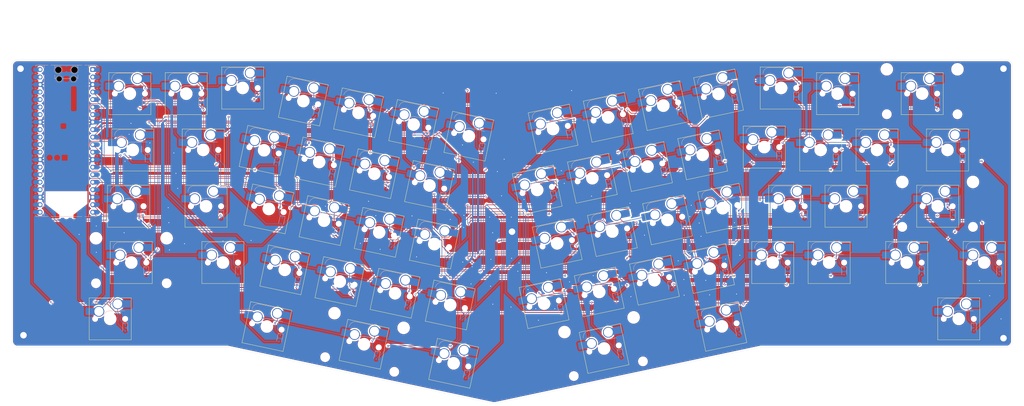
<source format=kicad_pcb>
(kicad_pcb (version 20241229) (generator "pcbnew") (generator_version "9.0")
  (layers (0 "F.Cu" signal) (2 "B.Cu" signal) (13 "F.Paste" user) (15 "B.Paste" user) (5 "F.SilkS" user "F.Silkscreen") (7 "B.SilkS" user "B.Silkscreen") (1 "F.Mask" user) (3 "B.Mask" user) (25 "Edge.Cuts" user))
  (net 0 "")
  (net 1 "Net-(D1-K)")
  (net 2 "Net-(D2-K)")
  (net 3 "Col2")
  (net 4 "Col3")
  (net 5 "Net-(D3-K)")
  (net 6 "Col4")
  (net 7 "Net-(D4-K)")
  (net 8 "Col5")
  (net 9 "Net-(D5-K)")
  (net 10 "Col6")
  (net 11 "Net-(D6-K)")
  (net 12 "Net-(D7-K)")
  (net 13 "Col7")
  (net 14 "Col8")
  (net 15 "Net-(D8-K)")
  (net 16 "Net-(D9-K)")
  (net 17 "Col9")
  (net 18 "Col10")
  (net 19 "Net-(D10-K)")
  (net 20 "Col11")
  (net 21 "Net-(D11-K)")
  (net 22 "Col12")
  (net 23 "Net-(D12-K)")
  (net 24 "Net-(D13-K)")
  (net 25 "Col13")
  (net 26 "Net-(D14-K)")
  (net 27 "Col14")
  (net 28 "Net-(D15-K)")
  (net 29 "Col15")
  (net 30 "Net-(D16-K)")
  (net 31 "Net-(D17-K)")
  (net 32 "Net-(D18-K)")
  (net 33 "Net-(D19-K)")
  (net 34 "Net-(D20-K)")
  (net 35 "Net-(D21-K)")
  (net 36 "Net-(D22-K)")
  (net 37 "Net-(D23-K)")
  (net 38 "Net-(D24-K)")
  (net 39 "Net-(D25-K)")
  (net 40 "Net-(D26-K)")
  (net 41 "Net-(D27-K)")
  (net 42 "Net-(D28-K)")
  (net 43 "Net-(D29-K)")
  (net 44 "Net-(D30-K)")
  (net 45 "Net-(D31-K)")
  (net 46 "Net-(D32-K)")
  (net 47 "Net-(D33-K)")
  (net 48 "Net-(D34-K)")
  (net 49 "Net-(D35-K)")
  (net 50 "Net-(D36-K)")
  (net 51 "Net-(D37-K)")
  (net 52 "Net-(D38-K)")
  (net 53 "Net-(D39-K)")
  (net 54 "Net-(D40-K)")
  (net 55 "Net-(D41-K)")
  (net 56 "Net-(D42-K)")
  (net 57 "Net-(D43-K)")
  (net 58 "Net-(D44-K)")
  (net 59 "Net-(D45-K)")
  (net 60 "Net-(D46-K)")
  (net 61 "Net-(D47-K)")
  (net 62 "Net-(D48-K)")
  (net 63 "Net-(D49-K)")
  (net 64 "Net-(D50-K)")
  (net 65 "Net-(D51-K)")
  (net 66 "Net-(D52-K)")
  (net 67 "Net-(D53-K)")
  (net 68 "Net-(D54-K)")
  (net 69 "Net-(D55-K)")
  (net 70 "Net-(D56-K)")
  (net 71 "Net-(D57-K)")
  (net 72 "Net-(D58-K)")
  (net 73 "Net-(D59-K)")
  (net 74 "Net-(D60-K)")
  (net 75 "Net-(D61-K)")
  (net 76 "Net-(D62-K)")
  (net 77 "Row1")
  (net 78 "Row2")
  (net 79 "Row3")
  (net 80 "Row4")
  (net 81 "Row5")
  (net 82 "Col1")
  (net 83 "unconnected-(A1-GPIO21-Pad27)")
  (net 84 "unconnected-(A1-GPIO26_ADC0-Pad31)")
  (net 85 "GND")
  (net 86 "unconnected-(A1-3V3-Pad36)")
  (net 87 "unconnected-(A1-GPIO27_ADC1-Pad32)")
  (net 88 "unconnected-(A1-VSYS-Pad39)")
  (net 89 "unconnected-(A1-GPIO0-Pad1)")
  (net 90 "unconnected-(A1-GPIO28_ADC2-Pad34)")
  (net 91 "unconnected-(A1-RUN-Pad30)")
  (net 92 "unconnected-(A1-ADC_VREF-Pad35)")
  (net 93 "unconnected-(A1-GPIO22-Pad29)")
  (net 94 "unconnected-(A1-3V3_EN-Pad37)")
  (net 95 "unconnected-(A1-VBUS-Pad40)")
  (footprint "PCM_Switch_Keyboard_Hotswap_Kailh:SW_Hotswap_Kailh_MX_Plated_2.75u" (layer "F.Cu") (at 254.3444 175.6622 12)
    (property "Reference" "SW61" (hide yes))
    (property "Value" "SW_Push")
  )
  (footprint "PCM_Switch_Keyboard_Hotswap_Kailh:SW_Hotswap_Kailh_MX_Plated_1.00u" (layer "F.Cu") (at 333.2175 89.4456)
    (property "Reference" "SW5" (hide yes))
    (property "Value" "SW_Push")
  )
  (footprint "PCM_Switch_Keyboard_Hotswap_Kailh:SW_Hotswap_Kailh_MX_Plated_1.00u" (layer "F.Cu") (at 146.443 149.0608 -12)
    (property "Reference" "SW38" (hide yes))
    (property "Value" "SW_Push")
  )
  (footprint "PCM_Switch_Keyboard_Hotswap_Kailh:SW_Hotswap_Kailh_MX_Plated_1.00u" (layer "F.Cu") (at 255.7377 97.4636 12)
    (property "Reference" "SW46" (hide yes))
    (property "Value" "SW_Push")
  )
  (footprint "PCM_Switch_Keyboard_Hotswap_Kailh:SW_Hotswap_Kailh_MX_Plated_1.00u" (layer "F.Cu") (at 293.0052 89.5422 12)
    (property "Reference" "SW48" (hide yes))
    (property "Value" "SW_Push")
  )
  (footprint "PCM_Mounting_Keyboard_Stabilizer:Stabilizer_Cherry_MX_2.00u" (layer "F.Cu") (at 173.2279 174.2297 168)
    (property "Reference" "H1" (hide yes))
    (property "Value" "MountingHole")
  )
  (footprint "PCM_Switch_Keyboard_Hotswap_Kailh:SW_Hotswap_Kailh_MX_Plated_1.00u" (layer "F.Cu") (at 294.4048 128.1959 12)
    (property "Reference" "SW56" (hide yes))
    (property "Value" "SW_Push")
  )
  (footprint "PCM_Switch_Keyboard_Hotswap_Kailh:SW_Hotswap_Kailh_MX_Plated_1.00u" (layer "F.Cu") (at 152.7351 91.9714 -12)
    (property "Reference" "SW26" (hide yes))
    (property "Value" "SW_Push")
  )
  (footprint "MountingHole:MountingHole_2.2mm_M2_DIN965_Pad" (layer "F.Cu") (at 58.19 171.1706)
    (property "Reference" "H7" (hide yes))
    (property "Value" "MountingHole_Pad")
  )
  (footprint "PCM_Switch_Keyboard_Hotswap_Kailh:SW_Hotswap_Kailh_MX_Plated_2.00u" (layer "F.Cu") (at 173.2279 174.2297 -12)
    (property "Reference" "SW42" (hide yes))
    (property "Value" "SW_Push")
  )
  (footprint "PCM_Switch_Keyboard_Hotswap_Kailh:SW_Hotswap_Kailh_MX_Plated_1.00u" (layer "F.Cu") (at 158.0912 112.5855 -12)
    (property "Reference" "SW31" (hide yes))
    (property "Value" "SW_Push")
  )
  (footprint "MountingHole:MountingHole_2.2mm_M2_DIN965_Pad" (layer "F.Cu") (at 223.2313 136.1456)
    (property "Reference" "H8" (hide yes))
    (property "Value" "MountingHole_Pad")
  )
  (footprint "PCM_Switch_Keyboard_Hotswap_Kailh:SW_Hotswap_Kailh_MX_Plated_1.00u" (layer "F.Cu") (at 308.4525 107.5431)
    (property "Reference" "SW7" (hide yes))
    (property "Value" "SW_Push")
  )
  (footprint "PCM_Switch_Keyboard_Hotswap_Kailh:SW_Hotswap_Kailh_MX_Plated_1.00u" (layer "F.Cu") (at 252.7129 156.5334 12)
    (property "Reference" "SW58" (hide yes))
    (property "Value" "SW_Push")
  )
  (footprint "PCM_Switch_Keyboard_Hotswap_Kailh:SW_Hotswap_Kailh_MX_Plated_1.00u" (layer "F.Cu") (at 165.0767 153.0215 -12)
    (property "Reference" "SW39" (hide yes))
    (property "Value" "SW_Push")
  )
  (footprint "PCM_Switch_Keyboard_Hotswap_Kailh:SW_Hotswap_Kailh_MX_Plated_2.25u" (layer "F.Cu") (at 367.0313 127.5456)
    (property "Reference" "SW17" (hide yes))
    (property "Value" "SW_Push")
  )
  (footprint "PCM_Switch_Keyboard_Hotswap_Kailh:SW_Hotswap_Kailh_MX_Plated_1.00u" (layer "F.Cu") (at 269.0153 114.117 12)
    (property "Reference" "SW51" (hide yes))
    (property "Value" "SW_Push")
  )
  (footprint "PCM_Switch_Keyboard_Hotswap_Kailh:SW_Hotswap_Kailh_MX_Plated_1.50u" (layer "F.Cu") (at 370.365 108.4956)
    (property "Reference" "SW12" (hide yes))
    (property "Value" "SW_Push")
  )
  (footprint "PCM_Switch_Keyboard_Hotswap_Kailh:SW_Hotswap_Kailh_MX_Plated_1.00u" (layer "F.Cu") (at 274.3715 93.5029 12)
    (property "Reference" "SW47" (hide yes))
    (property "Value" "SW_Push")
  )
  (footprint "PCM_Switch_Keyboard_Hotswap_Kailh:SW_Hotswap_Kailh_MX_Plated_1.00u" (layer "F.Cu") (at 183.7104 156.9822 -12)
    (property "Reference" "SW40" (hide yes))
    (property "Value" "SW_Push")
  )
  (footprint "PCM_Switch_Keyboard_Hotswap_Kailh:SW_Hotswap_Kailh_MX_Plated_1.50u" (layer "F.Cu") (at 87.4725 165.6456)
    (property "Reference" "SW24" (hide yes))
    (property "Value" "SW_Push")
  )
  (footprint "PCM_Switch_Keyboard_Hotswap_Kailh:SW_Hotswap_Kailh_MX_Plated_1.00u" (layer "F.Cu") (at 234.0792 160.4941 12)
    (property "Reference" "SW57" (hide yes))
    (property "Value" "SW_Push")
  )
  (footprint "PCM_Switch_Keyboard_Hotswap_Kailh:SW_Hotswap_Kailh_MX_Plated_1.00u" (layer "F.Cu") (at 287.649 110.1563 12)
    (property "Reference" "SW52" (hide yes))
    (property "Value" "SW_Push")
  )
  (footprint "PCM_Switch_Keyboard_Hotswap_Kailh:SW_Hotswap_Kailh_MX_Plated_1.00u" (layer "F.Cu") (at 94.14 89.4456)
    (property "Reference" "SW3" (hide yes))
    (property "Value" "SW_Push")
  )
  (footprint "PCM_Mounting_Keyboard_Stabilizer:Stabilizer_Cherry_MX_2.00u" (layer "F.Cu") (at 94.6163 146.5956 180)
    (property "Reference" "H3" (hide yes))
    (property "Value" "MountingHole")
  )
  (footprint "PCM_Mounting_Keyboard_Stabilizer:Stabilizer_Cherry_MX_2.00u" (layer "F.Cu") (at 254.3444 175.6622 -168)
    (property "Reference" "H2" (hide yes))
    (property "Value" "MountingHole")
  )
  (footprint "PCM_Switch_Keyboard_Hotswap_Kailh:SW_Hotswap_Kailh_MX_Plated_1.00u" (layer "F.Cu") (at 139.4575 108.6248 -12)
    (property "Reference" "SW30" (hide yes))
    (property "Value" "SW_Push")
  )
  (footprint "PCM_Switch_Keyboard_Hotswap_Kailh:SW_Hotswap_Kailh_MX_Plated_1.00u" (layer "F.Cu") (at 237.104 101.4244 12)
    (property "Reference" "SW45" (hide yes))
    (property "Value" "SW_Push")
  )
  (footprint "PCM_Switch_Keyboard_Hotswap_Kailh:SW_Hotswap_Kailh_MX_Plated_1.00u" (layer "F.Cu") (at 311.31 146.5956)
    (property "Reference" "SW20" (hide yes))
    (property "Value" "SW_Push")
  )
  (footprint "PCM_Switch_Keyboard_Hotswap_Kailh:SW_Hotswap_Kailh_MX_Plated_1.00u" (layer "F.Cu") (at 275.7711 132.1566 12)
    (property "Reference" "SW55" (hide yes))
    (property "Value" "SW_Push")
  )
  (footprint "PCM_Switch_Keyboard_Hotswap_Kailh:SW_Hotswap_Kailh_MX_Plated_1.00u" (layer "F.Cu") (at 196.988 140.3289 -12)
    (property "Reference" "SW37" (hide yes))
    (property "Value" "SW_Push")
  )
  (footprint "PCM_Switch_Keyboard_Hotswap_Kailh:SW_Hotswap_Kailh_MX_Plated_1.00u" (layer "F.Cu") (at 250.3816 118.0777 12)
    (property "Reference" "SW50" (hide yes))
    (property "Value" "SW_Push")
  )
  (footprint "MountingHole:MountingHole_2.2mm_M2_DIN965_Pad" (layer "F.Cu") (at 57.19 81.0156)
    (property "Reference" "H6" (hide yes))
    (property "Value" "MountingHole_Pad")
  )
  (footprint "PCM_Switch_Keyboard_Hotswap_Kailh:SW_Hotswap_Kailh_MX_Plated_1.00u" (layer "F.Cu") (at 141.0869 128.4467 -12)
    (property "Reference" "SW34" (hide yes))
    (property "Value" "SW_Push")
  )
  (footprint "PCM_Switch_Keyboard_Hotswap_Kailh:SW_Hotswap_Kailh_MX_Plated_1.00u" (layer "F.Cu") (at 327.5025 108.4956)
    (property "Reference" "SW10" (hide yes))
    (property "Value" "SW_Push")
  )
  (footprint "PCM_Switch_Keyboard_Hotswap_Kailh:SW_Hotswap_Kailh_MX_Plated_1.50u" (layer "F.Cu") (at 95.0925 108.4956)
    (property "Reference" "SW8" (hide yes))
    (property "Value" "SW_Push")
  )
  (footprint "PCM_Switch_Keyboard_Hotswap_Kailh:SW_Hotswap_Kailh_MX_Plated_1.75u" (layer "F.Cu") (at 93.6638 127.5456)
    (property "Reference" "SW13" (hide yes))
    (property "Value" "SW_Push")
  )
  (footprint "PCM_Switch_Keyboard_Hotswap_Kailh:SW_Hotswap_Kailh_MX_Plated_1.00u" (layer "F.Cu") (at 132.24 87.5406)
    (property "Reference" "SW1" (hide yes))
    (property "Value" "SW_Push")
  )
  (footprint "PCM_Switch_Keyboard_Hotswap_Kailh:SW_Hotswap_Kailh_MX_Plated_1.00u" (layer "F.Cu") (at 330.36 146.5956)
    (property "Reference" "SW21" (hide yes))
    (property "Value" "SW_Push")
  )
  (footprint "PCM_Switch_Keyboard_Hotswap_Kailh:SW_Hotswap_Kailh_MX_Plated_1.00u" (layer "F.Cu") (at 208.6362 103.8536 -12)
    (property "Reference" "SW29" (hide yes))
    (property "Value" "SW_Push")
  )
  (footprint "PCM_Switch_Keyboard_Hotswap_Kailh:SW_Hotswap_Kailh_MX_Plated_1.00u" (layer "F.Cu") (at 346.5525 108.4956)
    (property "Reference" "SW11" (hide yes))
    (property "Value" "SW_Push")
  )
  (footprint "PCM_Switch_Keyboard_Hotswap_Kailh:SW_Hotswap_Kailh_MX_Plated_1.50u" (layer "F.Cu") (at 140.4209 168.2301 -12)
    (property "Reference" "SW44" (hide yes))
    (property "Value" "SW_Push")
  )
  (footprint "PCM_Switch_Keyboard_Hotswap_Kailh:SW_Hotswap_Kailh_MX_Plated_1.00u" (layer "F.Cu") (at 314.1675 87.5406)
    (property "Reference" "SW2" (hide yes))
    (property "Value" "SW_Push")
  )
  (footprint "PCM_Switch_Keyboard_Hotswap_Kailh:SW_Hotswap_Kailh_MX_Plated_1.00u" (layer "F.Cu") (at 119.8575 127.5456)
    (property "Reference" "SW14" (hide yes))
    (property "Value" "SW_Push")
  )
  (footprint "PCM_Mounting_Keyboard_Stabilizer:Stabilizer_Cherry_MX_2.00u" (layer "F.Cu") (at 361.7925 89.4456 180)
    (property "Reference" "H4" (hide yes))
    (property "Value" "MountingHole")
  )
  (footprint "PCM_Switch_Keyboard_Hotswap_Kailh:SW_Hotswap_Kailh_MX_Plated_1.00u" (layer "F.Cu") (at 118.905 108.4956)
    (property "Reference" "SW9" (hide yes))
    (property "Value" "SW_Push")
  )
  (footprint "PCM_Switch_Keyboard_Hotswap_Kailh:SW_Hotswap_Kailh_MX_Plated_1.00u" (layer "F.Cu") (at 289.9804 148.6119 12)
    (property "Reference" "SW60" (hide yes))
    (property "Value" "SW_Push")
  )
  (footprint "PCM_Switch_Keyboard_Hotswap_Kailh:SW_Hotswap_Kailh_MX_Plated_1.00u" (layer "F.Cu") (at 171.3688 95.9322 -12)
    (property "Reference" "SW27" (hide yes))
    (property "Value" "SW_Push")
  )
  (footprint "PCM_Switch_Keyboard_Hotswap_Kailh:SW_Hotswap_Kailh_MX_Plated_1.50u" (layer "F.Cu") (at 294.1391 168.1773 12)
    (property "Reference" "SW62" (hide yes))
    (property "Value" "SW_Push")
  )
  (footprint "PCM_Switch_Keyboard_Hotswap_Kailh:SW_Hotswap_Kailh_MX_Plated_1.00u" (layer "F.Cu") (at 231.7479 122.0384 12)
    (property "Reference" "SW49" (hide yes))
    (property "Value" "SW_Push")
  )
  (footprint "PCM_Switch_Keyboard_Hotswap_Kailh:SW_Hotswap_Kailh_MX_Plated_1.00u" (layer "F.Cu") (at 190.0025 99.8929 -12)
    (property "Reference" "SW28" (hide yes))
    (property "Value" "SW_Push")
  )
  (footprint "MountingHole:MountingHole_2.2mm_M2_DIN965_Pad" (layer "F.Cu") (at 389.2725 172.1706)
    (property "Reference" "H10" (hide yes))
    (property "Value" "MountingHole_Pad")
  )
  (footprint "PCM_Switch_Keyboard_Hotswap_Kailh:SW_Hotswap_Kailh_MX_Plated_1.00u" (layer "F.Cu") (at 195.3586 120.5069 -12)
    (property "Reference" "SW33" (hide yes))
    (property "Value" "SW_Push")
  )
  (footprint "PCM_Switch_Keyboard_Hotswap_Kailh:SW_Hotswap_Kailh_MX_Plated_1.00u" (layer "F.Cu") (at 176.7249 116.5462 -12)
    (property "Reference" "SW32" (hide yes))
    (property "Value" "SW_Push")
  )
  (footprint "PCM_Switch_Keyboard_Hotswap_Kailh:SW_Hotswap_Kailh_MX_Plated_1.00u" (layer "F.Cu") (at 125.5725 146.5956)
    (property "Reference" "SW19" (hide yes))
    (property "Value" "SW_Push")
  )
  (footprint "PCM_Switch_Keyboard_Hotswap_Kailh:SW_Hotswap_Kailh_MX_Plated_1.75u" (layer "F.Cu") (at 356.5538 146.5956)
    (property "Reference" "SW22" (hide yes))
    (property "Value" "SW_Push")
  )
  (footprint "PCM_Mounting_Keyboard_Stabilizer:Stabilizer_Cherry_MX_2.00u" (layer "F.Cu") (at 367.0313 127.5456 180)
    (property "Reference" "H5" (hide yes))
    (property "Value" "MountingHole")
  )
  (footprint "PCM_Switch_Keyboard_Hotswap_Kailh:SW_Hotswap_Kailh_MX_Plated_1.00u" (layer "F.Cu") (at 202.3442 160.9429 -12)
    (property "Reference" "SW41" (hide yes))
    (property "Value" "SW_Push")
  )
  (footprint "PCM_Switch_Keyboard_Hotswap_Kailh:SW_Hotswap_Kailh_MX_Plated_1.00u" (layer "F.Cu") (at 113.19 89.4456)
    (property "Reference" "SW4" (hide yes))
    (property "Value" "SW_Push")
  )
  (footprint "Ayumu62:Plate" (layer "F.Cu") (at 54.19 78.015637)
    (property "Reference" "REF**" (hide yes))
    (property "Value" "Plate")
  )
  (footprint "PCM_Switch_Keyboard_Hotswap_Kailh:SW_Hotswap_Kailh_MX_Plated_1.00u" (layer "F.Cu") (at 382.7475 146.5956)
    (property "Reference" "SW23" (hide yes))
    (property "Value" "SW_Push")
  )
  (footprint "PCM_Switch_Keyboard_Hotswap_Kailh:SW_Hotswap_Kailh_MX_Plated_1.00u" (layer "F.Cu") (at 178.3543 136.3682 -12)
    (property "Reference" "SW36" (hide yes))
    (property "Value" "SW_Push")
  )
  (footprint "PCM_Switch_Keyboard_Hotswap_Kailh:SW_Hotswap_Kailh_MX_Plated_1.00u" (layer "F.Cu") (at 159.7206 132.4074 -12)
    (property "Reference" "SW35" (hide yes))
    (property "Value" "SW_Push")
  )
  (footprint "PCM_Switch_Keyboard_Hotswap_Kailh:SW_Hotswap_Kailh_MX_Plated_2.00u" (layer "F.Cu") (at 361.7925 89.4456)
    (property "Reference" "SW6" (hide yes))
    (property "Value" "SW_Push")
  )
  (footprint "PCM_Switch_Keyboard_Hotswap_Kailh:SW_Hotswap_Kailh_MX_Plated_1.00u" (layer "F.Cu") (at 257.1374 136.1173 12)
    (property "Reference" "SW54" (hide yes))
    (property "Value" "SW_Push")
  )
  (footprint "MountingHole:MountingHole_2.2mm_M2_DIN965_Pad" (layer "F.Cu") (at 389.2725 81.0156)
    (property "Reference" "H9" (hide yes))
    (property "Value" "MountingHole_Pad")
  )
  (footprint "PCM_Switch_Keyboard_Hotswap_Kailh:SW_Hotswap_Kailh_MX_Plated_1.00u" (layer "F.Cu") (at 336.075 127.5456)
    (property "Reference" "SW16" (hide yes))
    (property "Value" "SW_Push")
  )
  (footprint "PCM_Switch_Keyboard_Hotswap_Kailh:SW_Hotswap_Kailh_MX_Plated_1.25u" (layer "F.Cu") (at 203.5077 180.6659 -12)
    (property "Reference" "SW43" (hide yes))
    (property "Value" "SW_Push")
  )
  (footprint "PCM_Switch_Keyboard_Hotswap_Kailh:SW_Hotswap_Kailh_MX_Plated_1.50u" (layer "F.Cu") (at 374.175 165.6456)
    (property "Reference" "SW25" (hide yes))
    (property "Value" "SW_Push")
  )
  (footprint "PCM_Switch_Keyboard_Hotswap_Kailh:SW_Hotswap_Kailh_MX_Plated_1.00u" (layer "F.Cu") (at 317.025 127.5456)
    (property "Reference" "SW15" (hide yes))
    (property "Value" "SW_Push")
  )
  (footprint "PCM_Switch_Keyboard_Hotswap_Kailh:SW_Hotswap_Kailh_MX_Plated_1.00u" (layer "F.Cu") (at 271.3466 152.5726 12)
    (property "Reference" "SW59" (hide yes))
    (property "Value" "SW_Push")
  )
  (footprint "PCM_Switch_Keyboard_Hotswap_Kailh:SW_Hotswap_Kailh_MX_Plated_2.25u" (layer "F.Cu") (at 94.6163 146.5956)
    (property "Reference" "SW18" (hide yes))
    (property "Value" "SW_Push")
  )
  (footprint "PCM_Switch_Keyboard_Hotswap_Kailh:SW_Hotswap_Kailh_MX_Plated_1.00u" (layer "F.Cu") (at 238.5037 140.078 12)
    (property "Reference" "SW53" (hide yes))
    (property "Value" "SW_Push")
  )
  (footprint "Diode_SMD:D_SOD-323" (layer "B.Cu") (at 341.155 130.5756 -90)
    (property "Reference" "D16" (hide yes))
    (property "Value" "1N4148WS")
  )
  (footprint "Diode_SMD:D_SOD-323" (layer "B.Cu") (at 99.22 92.4756 -90)
    (property "Reference" "D3" (hide yes))
    (property "Value" "1N4148WS")
  )
  (footprint "Diode_SMD:D_SOD-323" (layer "B.Cu") (at 237.3469 123.946 -78)
    (property "Reference" "D49" (hide yes))
    (property "Value" "1N4148WS")
  )
  (footprint "Diode_SMD:D_SOD-323" (layer "B.Cu") (at 162.4302 116.6055 -102)
    (property "Reference" "D31" (hide yes))
    (property "Value" "1N4148WS")
  )
  (footprint "Diode_SMD:D_SOD-323" (layer "B.Cu") (at 199.6976 124.5269 -102)
    (property "Reference" "D33" (hide yes))
    (property "Value" "1N4148WS")
  )
  (footprint "Diode_SMD:D_SOD-323" (layer "B.Cu") (at 322.105 130.5756 -90)
    (property "Reference" "D15" (hide yes))
    (property "Value" "1N4148WS")
  )
  (footprint "Diode_SMD:D_SOD-323" (layer "B.Cu") (at 338.2975 92.4756 -90)
    (property "Reference" "D5" (hide yes))
    (property "Value" "1N4148WS")
  )
  (footprint "Diode_SMD:D_SOD-323" (layer "B.Cu") (at 206.6832 164.9629 -102)
    (property "Reference" "D41" (hide yes))
    (property "Value" "1N4148WS")
  )
  (footprint "Diode_SMD:D_SOD-323" (layer "B.Cu") (at 137.32 90.5706 -90)
    (property "Reference" "D1" (hide yes))
    (property "Value" "1N4148WS")
  )
  (footprint "Diode_SMD:D_SOD-323" (layer "B.Cu") (at 150.782 153.0808 -102)
    (property "Reference" "D38" (hide yes))
    (property "Value" "1N4148WS")
  )
  (footprint "Diode_SMD:D_SOD-323" (layer "B.Cu") (at 366.8725 92.4756 -90)
    (property "Reference" "D6" (hide yes))
    (property "Value" "1N4148WS")
  )
  (footprint "Diode_SMD:D_SOD-323" (layer "B.Cu") (at 262.7363 138.0249 -78)
    (property "Reference" "D54" (hide yes))
    (property "Value" "1N4148WS")
  )
  (footprint "Diode_SMD:D_SOD-323" (layer "B.Cu") (at 259.9434 177.5697 -78)
    (property "Reference" "D61" (hide yes))
    (property "Value" "1N4148WS")
  )
  (footprint "Diode_SMD:D_SOD-323" (layer "B.Cu") (at 175.7078 99.9521 -102)
    (property "Reference" "D27" (hide yes))
    (property "Value" "1N4148WS")
  )
  (footprint "Diode_SMD:D_SOD-323" (layer "B.Cu") (at 124.9375 130.5756 -90)
    (property "Reference" "D14" (hide yes))
    (property "Value" "1N4148WS")
  )
  (footprint "Diode_SMD:D_SOD-323" (layer "B.Cu") (at 100.1725 111.5256 -90)
    (property "Reference" "D8" (hide yes))
    (property "Value" "1N4148WS")
  )
  (footprint "Diode_SMD:D_SOD-323" (layer "B.Cu") (at 207.8467 184.6858 -102)
    (property "Reference" "D43" (hide yes))
    (property "Value" "1N4148WS")
  )
  (footprint "Diode_SMD:D_SOD-323" (layer "B.Cu") (at 92.5525 168.6756 -90)
    (property "Reference" "D24" (hide yes))
    (property "Value" "1N4148WS")
  )
  (footprint "Diode_SMD:D_SOD-323" (layer "B.Cu") (at 130.6525 149.6256 -90)
    (property "Reference" "D19" (hide yes))
    (property "Value" "1N4148WS")
  )
  (footprint "Diode_SMD:D_SOD-323" (layer "B.Cu") (at 255.9806 119.9853 -78)
    (property "Reference" "D50" (hide yes))
    (property "Value" "1N4148WS")
  )
  (footprint "Diode_SMD:D_SOD-323" (layer "B.Cu") (at 143.7965 112.6448 -102)
    (property "Reference" "D30" (hide yes))
    (property "Value" "1N4148WS")
  )
  (footprint "Diode_SMD:D_SOD-323" (layer "B.Cu") (at 188.0495 161.0022 -102)
    (property "Reference" "D40" (hide yes))
    (property "Value" "1N4148WS")
  )
  (footprint "Diode_SMD:D_SOD-323" (layer "B.Cu") (at 375.445 111.5256 -90)
    (property "Reference" "D12" (hide yes))
    (property "Value" "1N4148WS")
  )
  (footprint "Diode_SMD:D_SOD-323" (layer "B.Cu") (at 281.3701 134.0642 -78)
    (property "Reference" "D55" (hide yes))
    (property "Value" "1N4148WS")
  )
  (footprint "Diode_SMD:D_SOD-323" (layer "B.Cu") (at 145.4259 132.4667 -102)
    (property "Reference" "D34" (hide yes))
    (property "Value" "1N4148WS")
  )
  (footprint "Diode_SMD:D_SOD-323" (layer "B.Cu") (at 181.0639 120.5662 -102)
    (property "Reference" "D32" (hide yes))
    (property "Value" "1N4148WS")
  )
  (footprint "Diode_SMD:D_SOD-323" (layer "B.Cu") (at 118.27 92.4756 -90)
    (property "Reference" "D4" (hide yes))
    (property "Value" "1N4148WS")
  )
  (footprint "Diode_SMD:D_SOD-323" (layer "B.Cu") (at 274.6143 116.0246 -78)
    (property "Reference" "D51" (hide yes))
    (property "Value" "1N4148WS")
  )
  (footprint "Diode_SMD:D_SOD-323" (layer "B.Cu") (at 387.8275 149.6256 -90)
    (property "Reference" "D23" (hide yes))
    (property "Value" "1N4148WS")
  )
  (footprint "Diode_SMD:D_SOD-323" (layer "B.Cu") (at 379.255 168.6756 -90)
    (property "Reference" "D25" (hide yes))
    (property "Value" "1N4148WS")
  )
  (footprint "Diode_SMD:D_SOD-323" (layer "B.Cu") (at 316.39 149.6256 -90)
    (property "Reference" "D20" (hide yes))
    (property "Value" "1N4148WS")
  )
  (footprint "Diode_SMD:D_SOD-323" (layer "B.Cu") (at 99.6963 149.6256 -90)
    (property "Reference" "D18" (hide yes))
    (property "Value" "1N4148WS")
  )
  (footprint "Diode_SMD:D_SOD-323" (layer "B.Cu") (at 194.3415 103.9129 -102)
    (property "Reference" "D28" (hide yes))
    (property "Value" "1N4148WS")
  )
  (footprint "Diode_SMD:D_SOD-323" (layer "B.Cu") (at 299.7381 170.0849 -78)
    (property "Reference" "D62" (hide yes))
    (property "Value" "1N4148WS")
  )
  (footprint "Diode_SMD:D_SOD-323" (layer "B.Cu") (at 182.6933 140.3881 -102)
    (property "Reference" "D36" (hide yes))
    (property "Value" "1N4148WS")
  )
  (footprint "Diode_SMD:D_SOD-323" (layer "B.Cu") (at 98.7438 130.5756 -90)
    (property "Reference" "D13" (hide yes))
    (property "Value" "1N4148WS")
  )
  (footprint "Diode_SMD:D_SOD-323" (layer "B.Cu") (at 242.703 103.332 -78)
    (property "Reference" "D45" (hide yes))
    (property "Value" "1N4148WS")
  )
  (footprint "Diode_SMD:D_SOD-323" (layer "B.Cu") (at 335.44 149.6256 -90)
    (property "Reference" "D21" (hide yes))
    (property "Value" "1N4148WS")
  )
  (footprint "Diode_SMD:D_SOD-323" (layer "B.Cu") (at 244.1026 141.9856 -78)
    (property "Reference" "D53" (hide yes))
    (property "Value" "1N4148WS")
  )
  (footprint "Diode_SMD:D_SOD-323" (layer "B.Cu") (at 298.6041 91.4498 -78)
    (property "Reference" "D48" (hide yes))
    (property "Value" "1N4148WS")
  )
  (footprint "Diode_SMD:D_SOD-323" (layer "B.Cu") (at 123.985 111.5256 -90)
    (property "Reference" "D9" (hide yes))
    (property "Value" "1N4148WS")
  )
  (footprint "Diode_SMD:D_SOD-323" (layer "B.Cu") (at 239.6782 162.4017 -78)
    (property "Reference" "D57" (hide yes))
    (property "Value" "1N4148WS")
  )
  (footprint "Diode_SMD:D_SOD-323" (layer "B.Cu") (at 300.0038 130.1035 -78)
    (property "Reference" "D56" (hide yes))
    (property "Value" "1N4148WS")
  )
  (footprint "Diode_SMD:D_SOD-323" (layer "B.Cu") (at 144.7599 172.2501 -102)
    (property "Reference" "D44" (hide yes))
    (property "Value" "1N4148WS")
  )
  (footprint "Diode_SMD:D_SOD-323" (layer "B.Cu") (at 351.6325 111.5256 -90)
    (property "Reference" "D11" (hide yes))
    (property "Value" "1N4148WS")
  )
  (footprint "Diode_SMD:D_SOD-323" (layer "B.Cu") (at 372.1113 130.5756 -90)
    (property "Reference" "D17" (hide yes))
    (property "Value" "1N4148WS")
  )
  (footprint "Diode_SMD:D_SOD-323" (layer "B.Cu") (at 319.2475 90.5706 -90)
    (property "Reference" "D2" (hide yes))
    (property "Value" "1N4148WS")
  )
  (footprint "Diode_SMD:D_SOD-323" (layer "B.Cu") (at 201.327 144.3489 -102)
    (property "Reference" "D37" (hide yes))
    (property "Value" "1N4148WS")
  )
  (footprint "Diode_SMD:D_SOD-323" (layer "B.Cu") (at 169.4157 157.0415 -102)
    (property "Reference" "D39" (hide yes))
    (property "Value" "1N4148WS")
  )
  (footprint "Diode_SMD:D_SOD-323" (layer "B.Cu") (at 164.0596 136.4274 -102)
    (property "Reference" "D35" (hide yes))
    (property "Value" "1N4148WS")
  )
  (footprint "Diode_SMD:D_SOD-323" (layer "B.Cu") (at 258.3119 158.4409 -78)
    (property "Reference" "D58" (hide yes))
    (property "Value" "1N4148WS")
  )
  (footprint "Diode_SMD:D_SOD-323" (layer "B.Cu") (at 361.6338 149.6256 -90)
    (property "Reference" "D22" (hide yes))
    (property "Value" "1N4148WS")
  )
  (footprint "Diode_SMD:D_SOD-323" (layer "B.Cu") (at 293.248 112.0639 -78)
    (property "Reference" "D52" (hide yes))
    (property "Value" "1N4148WS")
  )
  (footprint "Diode_SMD:D_SOD-323" (layer "B.Cu") (at 261.3367 99.3712 -78)
    (property "Reference" "D46" (hide yes))
    (property "Value" "1N4148WS")
  )
  (footprint "Diode_SMD:D_SOD-323" (layer "B.Cu") (at 212.9752 107.8736 -102)
    (property "Reference" "D29" (hide yes))
    (property "Value" "1N4148WS")
  )
  (footprint "Diode_SMD:D_SOD-323" (layer "B.Cu") (at 332.5825 111.5256 -90)
    (property "Reference" "D10" (hide yes))
    (property "Value" "1N4148WS")
  )
  (footprint "Diode_SMD:D_SOD-323" (layer "B.Cu") (at 313.5325 110.5731 -90)
    (property "Reference" "D7" (hide yes))
    (property "Value" "1N4148WS")
  )
  (footprint "Diode_SMD:D_SOD-323" (layer "B.Cu") (at 279.9704 95.4105 -78)
    (property "Reference" "D47" (hide yes))
    (property "Value" "1N4148WS")
  )
  (footprint "Diode_SMD:D_SOD-323" (layer "B.Cu") (at 177.5669 178.2497 -102)
    (property "Reference" "D42" (hide yes))
    (property "Value" "1N4148WS")
  )
  (footprint "Diode_SMD:D_SOD-323" (layer "B.Cu") (at 276.9456 154.4802 -78)
    (property "Reference" "D59" (hide yes))
    (property "Value" "1N4148WS")
  )
  (footprint "Diode_SMD:D_SOD-323" (layer "B.Cu") (at 157.0741 95.9914 -102)
    (property "Reference" "D26" (hide yes))
    (property "Value" "1N4148WS")
  )
  (footprint "Diode_SMD:D_SOD-323" (layer "B.Cu") (at 295.5793 150.5195 -78)
    (property "Reference" "D60" (hide yes))
    (property "Value" "1N4148WS")
  )
  (footprint "Module:RaspberryPi_Pico_Common_Unspecified" (layer "B.Cu") (at 72.69 105.4281 180)
    (property "Reference" "A1" (hide yes))
    (property "Value" "RaspberryPi_Pico")
  )
  (gr_arc (start 217.605436 194.21226) (mid 217.189614 194.255964) (end 216.773793 194.212259) (stroke (width 0.05)) (layer "Edge.Cuts"))
  (gr_line (start 54.19 173.170637) (end 54.19 80.015637) (stroke (width 0.05)) (layer "Edge.Cuts"))
  (gr_arc (start 56.19 175.170637) (mid 54.775786 174.584851) (end 54.19 173.170637) (stroke (width 0.05)) (layer "Edge.Cuts"))
  (gr_line (start 307.400207 175.170637) (end 390.2725 175.170637) (stroke (width 0.05)) (layer "Edge.Cuts"))
  (gr_line (start 56.19 78.015637) (end 390.2725 78.015637) (stroke (width 0.05)) (layer "Edge.Cuts"))
  (gr_line (start 392.2725 80.015637) (end 392.2725 173.170637) (stroke (width 0.05)) (layer "Edge.Cuts"))
  (gr_arc (start 54.19 80.015637) (mid 54.775786 78.601423) (end 56.19 78.015637) (stroke (width 0.05)) (layer "Edge.Cuts"))
  (gr_line (start 56.19 175.170637) (end 126.979792 175.170637) (stroke (width 0.05)) (layer "Edge.Cuts"))
  (gr_arc (start 126.979792 175.170637) (mid 127.188849 175.181593) (end 127.395615 175.214342) (stroke (width 0.05)) (layer "Edge.Cuts"))
  (gr_arc (start 390.2725 78.015637) (mid 391.686714 78.601423) (end 392.2725 80.015637) (stroke (width 0.05)) (layer "Edge.Cuts"))
  (gr_line (start 217.605436 194.21226) (end 306.984387 175.214341) (stroke (width 0.05)) (layer "Edge.Cuts"))
  (gr_line (start 127.395615 175.214342) (end 216.773793 194.212259) (stroke (width 0.05)) (layer "Edge.Cuts"))
  (gr_arc (start 392.2725 173.170637) (mid 391.6867 174.584827) (end 390.2725 175.170637) (stroke (width 0.05)) (layer "Edge.Cuts"))
  (gr_arc (start 306.984387 175.214341) (mid 307.191152 175.181593) (end 307.400207 175.170637) (stroke (width 0.05)) (layer "Edge.Cuts"))
  (gr_text "12" (at 369.88875 127.545637 0) (layer "F.Cu") (effects (font (size 1.27 1.27))))
  (segment (start 137.32 89.5206) (end 137.2467 89.5206) (width 0.2) (layer "B.Cu") (net 1))
  (segment (start 137.56 82.4606) (end 134.78 82.4606) (width 0.2) (layer "B.Cu") (net 1))
  (segment (start 135.4017 83.0823) (end 134.78 82.4606) (width 0.2) (layer "B.Cu") (net 1))
  (segment (start 137.2467 89.5206) (end 135.4017 87.6756) (width 0.2) (layer "B.Cu") (net 1))
  (segment (start 135.4017 87.6756) (end 135.4017 83.0823) (width 0.2) (layer "B.Cu") (net 1))
  (segment (start 320.1785 85.9295) (end 319.5109 85.2619) (width 0.2) (layer "F.Cu") (net 2))
  (segment (start 319.5109 85.2619) (end 319.5109 85.2618) (width 0.2) (layer "F.Cu") (net 2))
  (segment (start 319.5087 85.2618) (end 316.7075 82.4606) (width 0.2) (layer "F.Cu") (net 2))
  (segment (start 319.5109 85.2618) (end 319.5087 85.2618) (width 0.2) (layer "F.Cu") (net 2))
  (via (at 320.1785 85.9295) (size 0.6) (drill 0.3) (layers "F.Cu" "B.Cu") (net 2))
  (segment (start 319.2475 89.5206) (end 319.3587 89.5206) (width 0.2) (layer "B.Cu") (net 2))
  (segment (start 316.7075 82.4606) (end 319.4875 82.4606) (width 0.2) (layer "B.Cu") (net 2))
  (segment (start 320.6742 88.2051) (end 320.6742 86.4252) (width 0.2) (layer "B.Cu") (net 2))
  (segment (start 320.6742 86.4252) (end 320.1785 85.9295) (width 0.2) (layer "B.Cu") (net 2))
  (segment (start 319.3587 89.5206) (end 320.6742 88.2051) (width 0.2) (layer "B.Cu") (net 2))
  (segment (start 103.8902 92.0527) (end 103.7353 91.8978) (width 0.2) (layer "F.Cu") (net 3))
  (segment (start 181.3572 174.7437) (end 202.3949 174.7437) (width 0.2) (layer "F.Cu") (net 3))
  (segment (start 299.9438 130.0413) (end 300.024 130.1215) (width 0.2) (layer "F.Cu") (net 3))
  (segment (start 205.3139 85.4143) (end 208.2656 88.366) (width 0.2) (layer "F.Cu") (net 3))
  (segment (start 300.024 130.1215) (end 320.7717 130.1215) (width 0.2) (layer "F.Cu") (net 3))
  (segment (start 141.9459 85.4143) (end 205.3139 85.4143) (width 0.2) (layer "F.Cu") (net 3))
  (segment (start 135.3075 92.0527) (end 103.8902 92.0527) (width 0.2) (layer "F.Cu") (net 3))
  (segment (start 320.7717 130.1215) (end 321.0953 129.7979) (width 0.2) (layer "F.Cu") (net 3))
  (segment (start 84.7146 92.0527) (end 81.58 88.9181) (width 0.2) (layer "F.Cu") (net 3))
  (segment (start 298.3392 140.0106) (end 291.1427 140.0106) (width 0.2) (layer "F.Cu") (net 3))
  (segment (start 136.0073 91.3529) (end 141.9459 85.4143) (width 0.2) (layer "F.Cu") (net 3))
  (segment (start 288.1503 143.003) (end 212.947 143.003) (width 0.2) (layer "F.Cu") (net 3))
  (segment (start 291.1427 140.0106) (end 288.1503 143.003) (width 0.2) (layer "F.Cu") (net 3))
  (segment (start 103.0821 92.0527) (end 84.7146 92.0527) (width 0.2) (layer "F.Cu") (net 3))
  (segment (start 103.237 91.8978) (end 103.0821 92.0527) (width 0.2) (layer "F.Cu") (net 3))
  (segment (start 103.7353 91.8978) (end 103.237 91.8978) (width 0.2) (layer "F.Cu") (net 3))
  (segment (start 136.0073 91.3529) (end 135.3075 92.0527) (width 0.2) (layer "F.Cu") (net 3))
  (segment (start 202.3949 174.7437) (end 202.5261 174.8749) (width 0.2) (layer "F.Cu") (net 3))
  (via (at 299.9438 130.0413) (size 0.6) (drill 0.3) (layers "F.Cu" "B.Cu") (net 3))
  (via (at 321.0953 129.7979) (size 0.6) (drill 0.3) (layers "F.Cu" "B.Cu") (net 3))
  (via (at 181.3572 174.7437) (size 0.6) (drill 0.3) (layers "F.Cu" "B.Cu") (net 3))
  (via (at 136.0073 91.3529) (size 0.6) (drill 0.3) (layers "F.Cu" "B.Cu") (net 3))
  (via (at 212.947 143.003) (size 0.6) (drill 0.3) (layers "F.Cu" "B.Cu") (net 3))
  (via (at 202.5261 174.8749) (size 0.6) (drill 0.3) (layers "F.Cu" "B.Cu") (net 3))
  (via (at 208.2656 88.366) (size 0.6) (drill 0.3) (layers "F.Cu" "B.Cu") (net 3))
  (via (at 298.3392 140.0106) (size 0.6) (drill 0.3) (layers "F.Cu" "B.Cu") (net 3))
  (segment (start 300.2221 131.1306) (end 300.2221 131.7847) (width 0.2) (layer "B.Cu") (net 3))
  (segment (start 212.947 143.32) (end 212.947 143.003) (width 0.2) (layer "B.Cu") (net 3))
  (segment (start 137.32 91.6206) (end 136.275 91.6206) (width 0.2) (layer "B.Cu") (net 3))
  (segment (start 298.3392 140.0106) (end 300.0022 138.3476) (width 0.2) (layer "B.Cu") (net 3))
  (segment (start 212.7569 143.1299) (end 212.947 143.32) (width 0.2) (layer "B.Cu") (net 3))
  (segment (start 321.0953 130.6159) (end 322.105 131.6256) (width 0.2) (layer "B.Cu") (net 3))
  (segment (start 299.9438 131.7263) (end 299.9438 130.0413) (width 0.2) (layer "B.Cu") (net 3))
  (segment (start 204.9115 159.3005) (end 203.7784 158.1674) (width 0.2) (layer "B.Cu") (net 3))
  (segment (start 136.275 91.6206) (end 136.0073 91.3529) (width 0.2) (layer "B.Cu") (net 3))
  (segment (start 181.3572 175.2682) (end 181.3572 174.7437) (width 0.2) (layer "B.Cu") (net 3))
  (segment (start 203.7784 158.1674) (end 203.7784 152.5132) (width 0.2) (layer "B.Cu") (net 3))
  (segment (start 212.947 143.3446) (end 212.947 143.32) (width 0.2) (layer "B.Cu") (net 3))
  (segment (start 211.3163 101.5243) (end 211.3163 107.4601) (width 0.2) (layer "B.Cu") (net 3))
  (segment (start 204.9115 172.4895) (end 204.9115 159.3005) (width 0.2) (layer "B.Cu") (net 3))
  (segment (start 300.2221 131.7847) (end 300.0022 131.7847) (width 0.2) (layer "B.Cu") (net 3))
  (segment (start 208.2656 98.4736) (end 211.3163 101.5243) (width 0.2) (layer "B.Cu") (net 3))
  (segment (start 321.0953 129.7979) (end 321.0953 130.6159) (width 0.2) (layer "B.Cu") (net 3))
  (segment (start 208.2656 88.366) (end 208.2656 98.4736) (width 0.2) (layer "B.Cu") (net 3))
  (segment (start 300.0022 131.7847) (end 299.9438 131.7263) (width 0.2) (layer "B.Cu") (net 3))
  (segment (start 203.7784 152.5132) (end 212.947 143.3446) (width 0.2) (layer "B.Cu") (net 3))
  (segment (start 212.7569 108.9007) (end 212.7569 143.1299) (width 0.2) (layer "B.Cu") (net 3))
  (segment (start 177.3486 179.2768) (end 181.3572 175.2682) (width 0.2) (layer "B.Cu") (net 3))
  (segment (start 81.58 88.9181) (end 82.38 88.9181) (width 0.2) (layer "B.Cu") (net 3))
  (segment (start 300.0022 138.3476) (end 300.0022 131.7847) (width 0.2) (layer "B.Cu") (net 3))
  (segment (start 211.3163 107.4601) (end 212.7569 108.9007) (width 0.2) (layer "B.Cu") (net 3))
  (segment (start 202.5261 174.8749) (end 204.9115 172.4895) (width 0.2) (layer "B.Cu") (net 3))
  (segment (start 326.8419 103.1872) (end 330.5731 106.9184) (width 0.2) (layer "F.Cu") (net 4))
  (segment (start 291.0206 124.4018) (end 258.6533 124.4018) (width 0.2) (layer "F.Cu") (net 4))
  (segment (start 256.0161 127.039) (end 214.6993 127.039) (width 0.2) (layer "F.Cu") (net 4))
  (segment (start 214.6993 127.039) (end 213.9416 127.7967) (width 0.2) (layer "F.Cu") (net 4))
  (segment (start 321.6695 103.1872) (end 317.5026 103.1872) (width 0.2) (layer "F.Cu") (net 4))
  (segment (start 136.4168 115.2481) (end 88.0458 115.2481) (width 0.2) (layer "F.Cu") (net 4))
  (segment (start 317.5026 103.1872) (end 314.6142 106.0756) (width 0.2) (layer "F.Cu") (net 4))
  (segment (start 213.9416 127.7967) (end 173.0964 127.7967) (width 0.2) (layer "F.Cu") (net 4))
  (segment (start 321.6695 103.1872) (end 326.8419 103.1872) (width 0.2) (layer "F.Cu") (net 4))
  (segment (start 292.0227 125.4039) (end 291.0206 124.4018) (width 0.2) (layer "F.Cu") (net 4))
  (segment (start 258.6533 124.4018) (end 256.0161 127.039) (width 0.2) (layer "F.Cu") (net 4))
  (segment (start 307.0577 125.4039) (end 292.0227 125.4039) (width 0.2) (layer "F.Cu") (net 4))
  (segment (start 166.746 121.4463) (end 144.6371 121.4463) (width 0.2) (layer "F.Cu") (net 4))
  (segment (start 173.0964 127.7967) (end 166.746 121.4463) (width 0.2) (layer "F.Cu") (net 4))
  (segment (start 330.5731 106.9184) (end 336.8346 106.9184) (width 0.2) (layer "F.Cu") (net 4))
  (segment (start 88.0458 115.2481) (end 87.7141 115.5798) (width 0.2) (layer "F.Cu") (net 4))
  (via (at 144.6371 121.4463) (size 0.6) (drill 0.3) (layers "F.Cu" "B.Cu") (net 4))
  (via (at 87.7141 115.5798) (size 0.6) (drill 0.3) (layers "F.Cu" "B.Cu") (net 4))
  (via (at 314.6142 106.0756) (size 0.6) (drill 0.3) (layers "F.Cu" "B.Cu") (net 4))
  (via (at 136.4168 115.2481) (size 0.6) (drill 0.3) (layers "F.Cu" "B.Cu") (net 4))
  (via (at 321.6695 103.1872) (size 0.6) (drill 0.3) (layers "F.Cu" "B.Cu") (net 4))
  (via (at 307.0577 125.4039) (size 0.6) (drill 0.3) (layers "F.Cu" "B.Cu") (net 4))
  (via (at 336.8346 106.9184) (size 0.6) (drill 0.3) (layers "F.Cu" "B.Cu") (net 4))
  (via (at 214.6993 127.039) (size 0.6) (drill 0.3) (layers "F.Cu" "B.Cu") (net 4))
  (segment (start 314.6142 106.0756) (end 315.0125 106.4739) (width 0.2) (layer "B.Cu") (net 4))
  (segment (start 220.2414 147.708857) (end 219.889343 147.3568) (width 0.2) (layer "B.Cu") (net 4))
  (segment (start 82.38 91.4581) (end 81.58 91.4581) (width 0.2) (layer "B.Cu") (net 4))
  (segment (start 319.2475 91.6206) (end 321.6695 94.0426) (width 0.2) (layer "B.Cu") (net 4))
  (segment (start 220.2414 148.206743) (end 220.2414 147.708857) (width 0.2) (layer "B.Cu") (net 4))
  (segment (start 315.0125 114.934) (end 307.0577 122.8888) (width 0.2) (layer "B.Cu") (net 4))
  (segment (start 343.4961 113.5698) (end 336.8447 106.9184) (width 0.2) (layer "B.Cu") (net 4))
  (segment (start 307.0577 122.8888) (end 307.0577 125.4039) (width 0.2) (layer "B.Cu") (net 4))
  (segment (start 343.4961 129.2845) (end 343.4961 113.5698) (width 0.2) (layer "B.Cu") (net 4))
  (segment (start 315.0125 106.4739) (end 315.0125 114.934) (width 0.2) (layer "B.Cu") (net 4))
  (segment (start 137.993 113.6719) (end 136.4168 115.2481) (width 0.2) (layer "B.Cu") (net 4))
  (segment (start 219.79 147.3568) (end 219.79 132.1297) (width 0.2) (layer "B.Cu") (net 4))
  (segment (start 341.155 131.6256) (end 343.4961 129.2845) (width 0.2) (layer "B.Cu") (net 4))
  (segment (start 336.8447 106.9184) (end 336.8346 106.9184) (width 0.2) (layer "B.Cu") (net 4))
  (segment (start 85.451 94.5291) (end 82.38 91.4581) (width 0.2) (layer "B.Cu") (net 4))
  (segment (start 219.79 132.1297) (end 214.6993 127.039) (width 0.2) (layer "B.Cu") (net 4))
  (segment (start 85.451 113.3167) (end 85.451 94.5291) (width 0.2) (layer "B.Cu") (net 4))
  (segment (start 144.6371 121.4463) (end 143.5782 120.3874) (width 0.2) (layer "B.Cu") (net 4))
  (segment (start 219.79 153.232) (end 220.0414 152.9806) (width 0.2) (layer "B.Cu") (net 4))
  (segment (start 87.7141 115.5798) (end 85.451 113.3167) (width 0.2) (layer "B.Cu") (net 4))
  (segment (start 321.6695 94.0426) (end 321.6695 103.1872) (width 0.2) (layer "B.Cu") (net 4))
  (segment (start 220.0414 152.9806) (end 220.0414 148.406743) (width 0.2) (layer "B.Cu") (net 4))
  (segment (start 143.5782 120.3874) (end 143.5782 113.6719) (width 0.2) (layer "B.Cu") (net 4))
  (segment (start 207.6284 185.7129) (end 219.79 173.5513) (width 0.2) (layer "B.Cu") (net 4))
  (segment (start 220.0414 148.406743) (end 220.2414 148.206743) (width 0.2) (layer "B.Cu") (net 4))
  (segment (start 143.5782 113.6719) (end 137.993 113.6719) (width 0.2) (layer "B.Cu") (net 4))
  (segment (start 219.79 173.5513) (end 219.79 153.232) (width 0.2) (layer "B.Cu") (net 4))
  (segment (start 219.889343 147.3568) (end 219.79 147.3568) (width 0.2) (layer "B.Cu") (net 4))
  (segment (start 99.3408 87.6631) (end 99.3408 87.0264) (width 0.2) (layer "F.Cu") (net 5))
  (segment (start 99.3408 87.0264) (end 96.68 84.3656) (width 0.2) (layer "F.Cu") (net 5))
  (via (at 99.3408 87.6631) (size 0.6) (drill 0.3) (layers "F.Cu" "B.Cu") (net 5))
  (segment (start 100.6467 90.1101) (end 100.6467 88.8323) (width 0.2) (layer "B.Cu") (net 5))
  (segment (start 96.68 84.3656) (end 99.46 84.3656) (width 0.2) (layer "B.Cu") (net 5))
  (segment (start 99.22 91.4256) (end 99.3312 91.4256) (width 0.2) (layer "B.Cu") (net 5))
  (segment (start 99.3312 91.4256) (end 100.6467 90.1101) (width 0.2) (layer "B.Cu") (net 5))
  (segment (start 100.6467 88.8323) (end 99.4775 87.6631) (width 0.2) (layer "B.Cu") (net 5))
  (segment (start 99.4775 87.6631) (end 99.3408 87.6631) (width 0.2) (layer "B.Cu") (net 5))
  (segment (start 150.2279 126.2607) (end 161.6623 126.2607) (width 0.2) (layer "F.Cu") (net 6))
  (segment (start 167.1871 128.3325) (end 274.2462 128.3325) (width 0.2) (layer "F.Cu") (net 6))
  (segment (start 148.3916 128.097) (end 150.2279 126.2607) (width 0.2) (layer "F.Cu") (net 6))
  (segment (start 275.2443 129.3306) (end 287.4232 129.3306) (width 0.2) (layer "F.Cu") (net 6))
  (segment (start 164.6851 125.8305) (end 167.1871 128.3325) (width 0.2) (layer "F.Cu") (net 6))
  (segment (start 81.58 93.9981) (end 97.0982 93.9981) (width 0.2) (layer "F.Cu") (net 6))
  (segment (start 287.4232 129.3306) (end 288.881 130.7884) (width 0.2) (layer "F.Cu") (net 6))
  (segment (start 97.0982 93.9981) (end 97.4982 94.3981) (width 0.2) (layer "F.Cu") (net 6))
  (segment (start 162.0925 125.8305) (end 164.6851 125.8305) (width 0.2) (layer "F.Cu") (net 6))
  (segment (start 161.6623 126.2607) (end 162.0925 125.8305) (width 0.2) (layer "F.Cu") (net 6))
  (segment (start 288.881 130.7884) (end 366.8791 130.7884) (width 0.2) (layer "F.Cu") (net 6))
  (segment (start 274.2462 128.3325) (end 275.2443 129.3306) (width 0.2) (layer "F.Cu") (net 6))
  (segment (start 366.8791 130.7884) (end 366.9317 130.7358) (width 0.2) (layer "F.Cu") (net 6))
  (via (at 148.3916 128.097) (size 0.6) (drill 0.3) (layers "F.Cu" "B.Cu") (net 6))
  (via (at 366.9317 130.7358) (size 0.6) (drill 0.3) (layers "F.Cu" "B.Cu") (net 6))
  (via (at 161.6623 126.2607) (size 0.6) (drill 0.3) (layers "F.Cu" "B.Cu") (net 6))
  (via (at 97.4982 94.3981) (size 0.6) (drill 0.3) (layers "F.Cu" "B.Cu") (net 6))
  (segment (start 82.38 93.9981) (end 81.58 93.9981) (width 0.2) (layer "B.Cu") (net 6))
  (segment (start 148.3916 131.219) (end 148.3916 128.097) (width 0.2) (layer "B.Cu") (net 6))
  (segment (start 122.2279 137.2675) (end 130.0141 137.2675) (width 0.2) (layer "B.Cu") (net 6))
  (segment (start 138.8668 140.7438) (end 148.3916 131.219) (width 0.2) (layer "B.Cu") (net 6))
  (segment (start 161.6623 126.2607) (end 162.2119 125.7111) (width 0.2) (layer "B.Cu") (net 6))
  (segment (start 372.1113 131.6256) (end 371.2215 130.7358) (width 0.2) (layer "B.Cu") (net 6))
  (segment (start 131.89 147.8213) (end 133.4904 146.2209) (width 0.2) (layer "B.Cu") (net 6))
  (segment (start 107.2341 95.3952) (end 107.2341 122.2737) (width 0.2) (layer "B.Cu") (net 6))
  (segment (start 139.5098 173.2772) (end 131.89 165.6574) (width 0.2) (layer "B.Cu") (net 6))
  (segment (start 144.5416 173.2772) (end 139.5098 173.2772) (width 0.2) (layer "B.Cu") (net 6))
  (segment (start 103.6873 91.8484) (end 107.2341 95.3952) (width 0.2) (layer "B.Cu") (net 6))
  (segment (start 133.4904 146.2209) (end 133.4904 140.7438) (width 0.2) (layer "B.Cu") (net 6))
  (segment (start 371.2215 130.7358) (end 366.9317 130.7358) (width 0.2) (layer "B.Cu") (net 6))
  (segment (start 133.4904 140.7438) (end 138.8668 140.7438) (width 0.2) (layer "B.Cu") (net 6))
  (segment (start 107.2341 122.2737) (end 122.2279 137.2675) (width 0.2) (layer "B.Cu") (net 6))
  (segment (start 99.22 93.5256) (end 100.8972 91.8484) (width 0.2) (layer "B.Cu") (net 6))
  (segment (start 100.8972 91.8484) (end 103.6873 91.8484) (width 0.2) (layer "B.Cu") (net 6))
  (segment (start 130.0141 137.2675) (end 133.4904 140.7438) (width 0.2) (layer "B.Cu") (net 6))
  (segment (start 131.89 165.6574) (end 131.89 147.8213) (width 0.2) (layer "B.Cu") (net 6))
  (segment (start 98.3475 94.3981) (end 99.22 93.5256) (width 0.2) (layer "B.Cu") (net 6))
  (segment (start 97.4982 94.3981) (end 98.3475 94.3981) (width 0.2) (layer "B.Cu") (net 6))
  (segment (start 162.2119 125.7111) (end 162.2119 117.6326) (width 0.2) (layer "B.Cu") (net 6))
  (segment (start 115.73 84.3656) (end 118.4546 87.0902) (width 0.2) (layer "F.Cu") (net 7))
  (segment (start 118.4546 87.0902) (end 118.4546 87.6631) (width 0.2) (layer "F.Cu") (net 7))
  (via (at 118.4546 87.6631) (size 0.6) (drill 0.3) (layers "F.Cu" "B.Cu") (net 7))
  (segment (start 118.5731 87.6631) (end 119.7088 88.7988) (width 0.2) (layer "B.Cu") (net 7))
  (segment (start 115.73 84.3656) (end 118.51 84.3656) (width 0.2) (layer "B.Cu") (net 7))
  (segment (start 118.4546 87.6631) (end 118.5731 87.6631) (width 0.2) (layer "B.Cu") (net 7))
  (segment (start 119.7088 90.1164) (end 118.3996 91.4256) (width 0.2) (layer "B.Cu") (net 7))
  (segment (start 119.7088 88.7988) (end 119.7088 90.1164) (width 0.2) (layer "B.Cu") (net 7))
  (segment (start 118.3996 91.4256) (end 118.27 91.4256) (width 0.2) (layer "B.Cu") (net 7))
  (segment (start 103.4861 92.8629) (end 103.4861 92.4995) (width 0.2) (layer "F.Cu") (net 8))
  (segment (start 117.0897 92.8629) (end 103.4861 92.8629) (width 0.2) (layer "F.Cu") (net 8))
  (segment (start 101.1581 144.4582) (end 101.1581 145.0604) (width 0.2) (layer "F.Cu") (net 8))
  (segment (start 180.7088 120.239) (end 180.5775 120.1077) (width 0.2) (layer "F.Cu") (net 8))
  (segment (start 119.0564 94.8296) (end 117.0897 92.8629) (width 0.2) (layer "F.Cu") (net 8))
  (segment (start 180.5775 120.1077) (end 126.2536 120.1077) (width 0.2) (layer "F.Cu") (net 8))
  (segment (start 81.1572 92.8629) (end 103.4861 92.8629) (width 0.2) (layer "F.Cu") (net 8))
  (segment (start 80.4783 95.4364) (end 80.4783 93.5418) (width 0.2) (layer "F.Cu") (net 8))
  (segment (start 80.4783 93.5418) (end 81.1572 92.8629) (width 0.2) (layer "F.Cu") (net 8))
  (segment (start 103.4861 142.1302) (end 101.1581 144.4582) (width 0.2) (layer "F.Cu") (net 8))
  (segment (start 214.253 124.2088) (end 184.6786 124.2088) (width 0.2) (layer "F.Cu") (net 8))
  (segment (start 81.58 96.5381) (end 80.4783 95.4364) (width 0.2) (layer "F.Cu") (net 8))
  (segment (start 184.6786 124.2088) (end 180.7088 120.239) (width 0.2) (layer "F.Cu") (net 8))
  (via (at 214.253 124.2088) (size 0.6) (drill 0.3) (layers "F.Cu" "B.Cu") (net 8))
  (via (at 119.0564 94.8296) (size 0.6) (drill 0.3) (layers "F.Cu" "B.Cu") (net 8))
  (via (at 103.4861 92.4995) (size 0.6) (drill 0.3) (layers "F.Cu" "B.Cu") (net 8))
  (via (at 180.7088 120.239) (size 0.6) (drill 0.3) (layers "F.Cu" "B.Cu") (net 8))
  (via (at 126.2536 120.1077) (size 0.6) (drill 0.3) (layers "F.Cu" "B.Cu") (net 8))
  (via (at 103.4861 142.1302) (size 0.6) (drill 0.3) (layers "F.Cu" "B.Cu") (net 8))
  (via (at 101.1581 145.0604) (size 0.6) (drill 0.3) (layers "F.Cu" "B.Cu") (net 8))
  (segment (start 222.4927 120.0442) (end 238.1778 104.3591) (width 0.2) (layer "B.Cu") (net 8))
  (segment (start 220.49 149.545) (end 220.9901 149.545) (width 0.2) (layer "B.Cu") (net 8))
  (segment (start 225.89 144.6451) (end 225.89 126.1145) (width 0.2) (layer "B.Cu") (net 8))
  (segment (start 180.8456 121.5933) (end 180.8456 120.3758) (width 0.2) (layer "B.Cu") (net 8))
  (segment (start 225.89 126.1145) (end 222.4927 122.7172) (width 0.2) (layer "B.Cu") (net 8))
  (segment (start 220.49 130.4458) (end 220.49 147.390357) (width 0.2) (layer "B.Cu") (net 8))
  (segment (start 238.1778 104.3591) (end 242.9213 104.3591) (width 0.2) (layer "B.Cu") (net 8))
  (segment (start 222.4927 122.7172) (end 222.4927 120.0442) (width 0.2) (layer "B.Cu") (net 8))
  (segment (start 227.7862 163.4288) (end 220.9901 156.6327) (width 0.2) (layer "B.Cu") (net 8))
  (segment (start 180.8456 120.3758) (end 180.7088 120.239) (width 0.2) (layer "B.Cu") (net 8))
  (segment (start 220.6424 148.372843) (end 220.49 148.525243) (width 0.2) (layer "B.Cu") (net 8))
  (segment (start 121.4567 109.1213) (end 121.4567 106.8073) (width 0.2) (layer "B.Cu") (net 8))
  (segment (start 119.0564 104.407) (end 119.0564 94.8296) (width 0.2) (layer "B.Cu") (net 8))
  (segment (start 220.49 147.390357) (end 220.6424 147.542757) (width 0.2) (layer "B.Cu") (net 8))
  (segment (start 121.4567 106.8073) (end 119.0564 104.407) (width 0.2) (layer "B.Cu") (net 8))
  (segment (start 214.253 124.2088) (end 220.49 130.4458) (width 0.2) (layer "B.Cu") (net 8))
  (segment (start 119.0564 94.312) (end 119.0564 94.8296) (width 0.2) (layer "B.Cu") (net 8))
  (segment (start 101.1581 145.0604) (end 101.1581 149.2138) (width 0.2) (layer "B.Cu") (net 8))
  (segment (start 220.9901 156.6327) (end 220.9901 149.545) (width 0.2) (layer "B.Cu") (net 8))
  (segment (start 101.1581 149.2138) (end 99.6963 150.6756) (width 0.2) (layer "B.Cu") (net 8))
  (segment (start 239.8965 163.4288) (end 227.7862 163.4288) (width 0.2) (layer "B.Cu") (net 8))
  (segment (start 220.9901 149.545) (end 225.89 144.6451) (width 0.2) (layer "B.Cu") (net 8))
  (segment (start 118.27 93.5256) (end 119.0564 94.312) (width 0.2) (layer "B.Cu") (net 8))
  (segment (start 220.6424 147.542757) (end 220.6424 148.372843) (width 0.2) (layer "B.Cu") (net 8))
  (segment (start 103.4861 142.1302) (end 103.4861 92.4995) (width 0.2) (layer "B.Cu") (net 8))
  (segment (start 126.2536 120.1077) (end 126.2536 113.9182) (width 0.2) (layer "B.Cu") (net 8))
  (segment (start 220.49 148.525243) (end 220.49 149.545) (width 0.2) (layer "B.Cu") (net 8))
  (segment (start 126.2536 113.9182) (end 121.4567 109.1213) (width 0.2) (layer "B.Cu") (net 8))
  (segment (start 81.58 96.5381) (end 82.38 96.5381) (width 0.2) (layer "B.Cu") (net 8))
  (segment (start 338.1864 91.4256) (end 336.3792 89.6184) (width 0.2) (layer "B.Cu") (net 9))
  (segment (start 336.3792 89.6184) (end 336.3792 84.9873) (width 0.2) (layer "B.Cu") (net 9))
  (segment (start 336.3792 84.9873) (end 335.7575 84.3656) (width 0.2) (layer "B.Cu") (net 9))
  (segment (start 338.2975 91.4256) (end 338.1864 91.4256) (width 0.2) (layer "B.Cu") (net 9))
  (segment (start 335.7575 84.3656) (end 338.5375 84.3656) (width 0.2) (layer "B.Cu") (net 9))
  (segment (start 146.737 99.5185) (end 146.737 99.5184) (width 0.2) (layer "F.Cu") (net 10))
  (segment (start 148.0344 99.5085) (end 147.0201 98.4942) (width 0.2) (layer "F.Cu") (net 10))
  (segment (start 334.001 93.5401) (end 280.3329 93.5401) (width 0.2) (layer "F.Cu") (net 10))
  (segment (start 198.7787 102.7811) (end 178.9314 102.7811) (width 0.2) (layer "F.Cu") (net 10))
  (segment (start 205.2719 109.2743) (end 198.7787 102.7811) (width 0.2) (layer "F.Cu") (net 10))
  (segment (start 175.9572 100.5119) (end 176.3097 100.1594) (width 0.2) (layer "F.Cu") (net 10))
  (segment (start 147.9018 100.5119) (end 175.9572 100.5119) (width 0.2) (layer "F.Cu") (net 10))
  (segment (start 147.0201 98.4942) (end 146.6252 98.4942) (width 0.2) (layer "F.Cu") (net 10))
  (segment (start 108.0105 98.715) (end 107.8105 98.515) (width 0.2) (layer "F.Cu") (net 10))
  (segment (start 84.6831 98.515) (end 81.58 101.6181) (width 0.2) (layer "F.Cu") (net 10))
  (segment (start 249.3737 151.8876) (end 202.2299 151.8876) (width 0.2) (layer "F.Cu") (net 10))
  (segment (start 175.2589 99.5085) (end 148.0344 99.5085) (width 0.2) (layer "F.Cu") (net 10))
  (segment (start 146.4044 98.715) (end 108.0105 98.715) (width 0.2) (layer "F.Cu") (net 10))
  (segment (start 175.4589 99.3085) (end 175.2589 99.5085) (width 0.2) (layer "F.Cu") (net 10))
  (segment (start 176.3097 100.1594) (end 176.3097 99.661) (width 0.2) (layer "F.Cu") (net 10))
  (segment (start 256.7308 153.9497) (end 251.4358 153.9497) (width 0.2) (layer "F.Cu") (net 10))
  (segment (start 205.2719 112.2612) (end 205.2719 109.2743) (width 0.2) (layer "F.Cu") (net 10))
  (segment (start 176.3097 99.661) (end 175.9572 99.3085) (width 0.2) (layer "F.Cu") (net 10))
  (segment (start 106.4798 99.5185) (end 146.737 99.5185) (width 0.2) (layer "F.Cu") (net 10))
  (segment (start 146.8226 99.4328) (end 146.8227 99.4328) (width 0.2) (layer "F.Cu") (net 10))
  (segment (start 175.9572 99.3085) (end 175.4589 99.3085) (width 0.2) (layer "F.Cu") (net 10))
  (segment (start 263.4933 96.1024) (end 262.2137 94.8228) (width 0.2) (layer "F.Cu") (net 10))
  (segment (start 146.6252 98.4942) (end 146.4044 98.715) (width 0.2) (layer "F.Cu") (net 10))
  (segment (start 280.3329 93.5401) (end 277.7706 96.1024) (width 0.2) (layer "F.Cu") (net 10))
  (segment (start 178.9314 102.7811) (end 176.3097 100.1594) (width 0.2) (layer "F.Cu") (net 10))
  (segment (start 107.8105 98.515) (end 84.6831 98.515) (width 0.2) (layer "F.Cu") (net 10))
  (segment (start 251.4358 153.9497) (end 249.3737 151.8876) (width 0.2) (layer "F.Cu") (net 10))
  (segment (start 146.8227 99.4328) (end 147.9018 100.5119) (width 0.2) (layer "F.Cu") (net 10))
  (segment (start 259.1585 109.2743) (end 205.2719 109.2743) (width 0.2) (layer "F.Cu") (net 10))
  (segment (start 277.7706 96.1024) (end 263.4933 96.1024) (width 0.2) (layer "F.Cu") (net 10))
  (segment (start 146.737 99.5184) (end 146.8226 99.4328) (width 0.2) (layer "F.Cu") (net 10))
  (via (at 202.2299 151.8876) (size 0.6) (drill 0.3) (layers "F.Cu" "B.Cu") (net 10))
  (via (at 106.4798 99.5185) (size 0.6) (drill 0.3) (layers "F.Cu" "B.Cu") (net 10))
  (via (at 256.7308 153.9497) (size 0.6) (drill 0.3) (layers "F.Cu" "B.Cu") (net 10))
  (via (at 259.1585 109.2743) (size 0.6) (drill 0.3) (layers "F.Cu" "B.Cu") (net 10))
  (via (at 262.2137 94.8228) (size 0.6) (drill 0.3) (layers "F.Cu" "B.Cu") (net 10))
  (via (at 205.2719 112.2612) (size 0.6) (drill 0.3) (layers "F.Cu" "B.Cu") (net 10))
  (via (at 334.001 93.5401) (size 0.6) (drill 0.3) (layers "F.Cu" "B.Cu") (net 10))
  (segment (start 259.1585 109.2743) (end 261.555 106.8778) (width 0.2) (layer "B.Cu") (net 10))
  (segment (start 201.458 144.2724) (end 205.5402 140.1902) (width 0.2) (layer "B.Cu") (net 10))
  (segment (start 262.2137 94.8228) (end 262.2137 99.5076) (width 0.2) (layer "B.Cu") (net 10))
  (segment (start 128.5346 148.5577) (end 130.6525 150.6756) (width 0.2) (layer "B.Cu") (net 10))
  (segment (start 256.2174 157.1552) (end 256.2174 154.4631) (width 0.2) (layer "B.Cu") (net 10))
  (segment (start 258.5302 159.468) (end 256.2174 157.1552) (width 0.2) (layer "B.Cu") (net 10))
  (segment (start 200.5289 145.0942) (end 201.3507 144.2724) (width 0.2) (layer "B.Cu") (net 10))
  (segment (start 205.2719 119.7614) (end 205.2719 112.2612) (width 0.2) (layer "B.Cu") (net 10))
  (segment (start 205.5402 131.6149) (end 199.4793 125.554) (width 0.2) (layer "B.Cu") (net 10))
  (segment (start 261.555 100.1663) (end 261.555 100.3983) (width 0.2) (layer "B.Cu") (net 10))
  (segment (start 202.2299 151.8876) (end 200.5289 150.1866) (width 0.2) (layer "B.Cu") (net 10))
  (segment (start 200.5289 150.1866) (end 200.5289 145.0942) (width 0.2) (layer "B.Cu") (net 10))
  (segment (start 128.5346 145.8683) (end 128.5346 148.5577) (width 0.2) (layer "B.Cu") (net 10))
  (segment (start 201.3507 144.2724) (end 201.458 144.2724) (width 0.2) (layer "B.Cu") (net 10))
  (segment (start 261.555 106.8778) (end 261.555 100.3983) (width 0.2) (layer "B.Cu") (net 10))
  (segment (start 338.2975 93.5256) (end 338.283 93.5401) (width 0.2) (layer "B.Cu") (net 10))
  (segment (start 338.283 93.5401) (end 334.001 93.5401) (width 0.2) (layer "B.Cu") (net 10))
  (segment (start 199.4793 125.554) (end 205.2719 119.7614) (width 0.2) (layer "B.Cu") (net 10))
  (segment (start 256.2174 154.4631) (end 256.7308 153.9497) (width 0.2) (layer "B.Cu") (net 10))
  (segment (start 205.5402 140.1902) (end 205.5402 131.6149) (width 0.2) (layer "B.Cu") (net 10))
  (segment (start 106.4798 123.8135) (end 128.5346 145.8683) (width 0.2) (layer "B.Cu") (net 10))
  (segment (start 81.58 101.6181) (end 82.38 101.6181) (width 0.2) (layer "B.Cu") (net 10))
  (segment (start 106.4798 99.5185) (end 106.4798 123.8135) (width 0.2) (layer "B.Cu") (net 10))
  (segment (start 262.2137 99.5076) (end 261.555 100.1663) (width 0.2) (layer "B.Cu") (net 10))
  (segment (start 366.7614 91.4256) (end 364.9542 89.6184) (width 0.2) (layer "B.Cu") (net 11))
  (segment (start 364.9542 89.6184) (end 364.9542 84.9873) (width 0.2) (layer "B.Cu") (net 11))
  (segment (start 364.9542 84.9873) (end 364.3325 84.3656) (width 0.2) (layer "B.Cu") (net 11))
  (segment (start 367.1125 84.3656) (end 364.3325 84.3656) (width 0.2) (layer "B.Cu") (net 11))
  (segment (start 366.8725 91.4256) (end 366.7614 91.4256) (width 0.2) (layer "B.Cu") (net 11))
  (segment (start 310.9925 105.3309) (end 310.6311 105.6923) (width 0.2) (layer "F.Cu") (net 12))
  (segment (start 310.9925 102.4631) (end 310.9925 105.3309) (width 0.2) (layer "F.Cu") (net 12))
  (via (at 310.6311 105.6923) (size 0.6) (drill 0.3) (layers "F.Cu" "B.Cu") (net 12))
  (segment (start 311.8425 106.9037) (end 311.8425 107.9041) (width 0.2) (layer "B.Cu") (net 12))
  (segment (start 311.8425 107.9041) (end 313.4615 109.5231) (width 0.2) (layer "B.Cu") (net 12))
  (segment (start 310.6311 105.6923) (end 311.8425 106.9037) (width 0.2) (layer "B.Cu") (net 12))
  (segment (start 313.4615 109.5231) (end 313.5325 109.5231) (width 0.2) (layer "B.Cu") (net 12))
  (segment (start 313.7725 102.4631) (end 310.9925 102.4631) (width 0.2) (layer "B.Cu") (net 12))
  (segment (start 230.7792 93.3369) (end 183.0474 93.3369) (width 0.2) (layer "F.Cu") (net 13))
  (segment (start 289.0955 97.3267) (end 292.0883 94.3339) (width 0.2) (layer "F.Cu") (net 13))
  (segment (start 177.8886 98.4957) (end 147.5896 98.4957) (width 0.2) (layer "F.Cu") (net 13))
  (segment (start 292.0883 94.3339) (end 366.436 94.3339) (width 0.2) (layer "F.Cu") (net 13))
  (segment (start 147.5896 98.4957) (end 146.4206 97.3267) (width 0.2) (layer "F.Cu") (net 13))
  (segment (start 289.0955 97.3267) (end 286.3517 100.0705) (width 0.2) (layer "F.Cu") (net 13))
  (segment (start 277.8024 153.8869) (end 294.892 153.8869) (width 0.2) (layer "F.Cu") (net 13))
  (segment (start 236.0606 98.6183) (end 230.7792 93.3369) (width 0.2) (layer "F.Cu") (net 13))
  (segment (start 183.0474 93.3369) (end 177.8886 98.4957) (width 0.2) (layer "F.Cu") (net 13))
  (segment (start 250.2283 100.0705) (end 249.0569 98.8991) (width 0.2) (layer "F.Cu") (net 13))
  (segment (start 146.4206 97.3267) (end 127.4357 97.3267) (width 0.2) (layer "F.Cu") (net 13))
  (segment (start 238.5869 98.6183) (end 236.0606 98.6183) (width 0.2) (layer "F.Cu") (net 13))
  (segment (start 366.436 94.3339) (end 366.9317 94.8296) (width 0.2) (layer "F.Cu") (net 13))
  (segment (start 249.0569 98.8991) (end 238.8677 98.8991) (width 0.2) (layer "F.Cu") (net 13))
  (segment (start 127.4357 100.3136) (end 85.4245 100.3136) (width 0.2) (layer "F.Cu") (net 13))
  (segment (start 295.0829 154.0778) (end 316.0388 154.0778) (width 0.2) (layer "F.Cu") (net 13))
  (segment (start 294.892 153.8869) (end 295.0829 154.0778) (width 0.2) (layer "F.Cu") (net 13))
  (segment (start 238.8677 98.8991) (end 238.5869 98.6183) (width 0.2) (layer "F.Cu") (net 13))
  (segment (start 85.4245 100.3136) (end 81.58 104.1581) (width 0.2) (layer "F.Cu") (net 13))
  (segment (start 286.3517 100.0705) (end 250.2283 100.0705) (width 0.2) (layer "F.Cu") (net 13))
  (via (at 316.0388 154.0778) (size 0.6) (drill 0.3) (layers "F.Cu" "B.Cu") (net 13))
  (via (at 127.4357 100.3136) (size 0.6) (drill 0.3) (layers "F.Cu" "B.Cu") (net 13))
  (via (at 127.4357 97.3267) (size 0.6) (drill 0.3) (layers "F.Cu" "B.Cu") (net 13))
  (via (at 289.0955 97.3267) (size 0.6) (drill 0.3) (layers "F.Cu" "B.Cu") (net 13))
  (via (at 277.8024 153.8869) (size 0.6) (drill 0.3) (layers "F.Cu" "B.Cu") (net 13))
  (via (at 366.9317 94.8296) (size 0.6) (drill 0.3) (layers "F.Cu" "B.Cu") (net 13))
  (via (at 295.0829 154.0778) (size 0.6) (drill 0.3) (layers "F.Cu" "B.Cu") (net 13))
  (segment (start 284.2401 100.489) (end 280.1887 96.4376) (width 0.2) (layer "B.Cu") (net 13))
  (segment (start 297.0049 127.157) (end 290.5885 120.7406) (width 0.2) (layer "B.Cu") (net 13))
  (segment (start 285.9332 100.489) (end 284.2401 100.489) (width 0.2) (layer "B.Cu") (net 13))
  (segment (start 295.0829 151.2065) (end 297.0049 149.2845) (width 0.2) (layer "B.Cu") (net 13))
  (segment (start 316.0388 154.0778) (end 316.39 153.7266) (width 0.2) (layer "B.Cu") (net 13))
  (segment (start 290.5885 120.7406) (end 290.5885 109.4139) (width 0.2) (layer "B.Cu") (net 13))
  (segment (start 145.2076 133.4938) (end 140.1652 133.4938) (width 0.2) (layer "B.Cu") (net 13))
  (segment (start 277.8024 154.8688) (end 277.8024 153.8869) (width 0.2) (layer "B.Cu") (net 13))
  (segment (start 82.38 104.1581) (end 81.58 104.1581) (width 0.2) (layer "B.Cu") (net 13))
  (segment (start 290.5885 109.4139) (end 285.9332 104.7586) (width 0.2) (layer "B.Cu") (net 13))
  (segment (start 277.1639 155.5073) (end 277.8024 154.8688) (width 0.2) (layer "B.Cu") (net 13))
  (segment (start 140.1652 133.4938) (end 127.4357 120.7643) (width 0.2) (layer "B.Cu") (net 13))
  (segment (start 127.4357 97.3267) (end 127.4357 100.3136) (width 0.2) (layer "B.Cu") (net 13))
  (segment (start 285.9332 100.489) (end 289.0955 97.3267) (width 0.2) (layer "B.Cu") (net 13))
  (segment (start 366.8725 94.7704) (end 366.8725 93.5256) (width 0.2) (layer "B.Cu") (net 13))
  (segment (start 366.9317 94.8296) (end 366.8725 94.7704) (width 0.2) (layer "B.Cu") (net 13))
  (segment (start 127.4357 120.7643) (end 127.4357 100.3136) (width 0.2) (layer "B.Cu") (net 13))
  (segment (start 295.0829 154.0778) (end 295.0829 151.2065) (width 0.2) (layer "B.Cu") (net 13))
  (segment (start 316.39 153.7266) (end 316.39 150.6756) (width 0.2) (layer "B.Cu") (net 13))
  (segment (start 285.9332 104.7586) (end 285.9332 100.489) (width 0.2) (layer "B.Cu") (net 13))
  (segment (start 297.0049 149.2845) (end 297.0049 127.157) (width 0.2) (layer "B.Cu") (net 13))
  (segment (start 281.4642 149.1788) (end 271.5594 149.1788) (width 0.2) (layer "F.Cu") (net 14))
  (segment (start 91.0296 110.2953) (end 85.1772 110.2953) (width 0.2) (layer "F.Cu") (net 14))
  (segment (start 298.14 151.0909) (end 298.1083 151.1226) (width 0.2) (layer "F.Cu") (net 14))
  (segment (start 270.9544 148.5738) (end 211.5484 148.5738) (width 0.2) (layer "F.Cu") (net 14))
  (segment (start 101.455 135.825) (end 97.2601 131.6301) (width 0.2) (layer "F.Cu") (net 14))
  (segment (start 298.1083 151.1226) (end 298.0425 151.1884) (width 0.2) (layer "F.Cu") (net 14))
  (segment (start 298.0425 151.1884) (end 283.4738 151.1884) (width 0.2) (layer "F.Cu") (net 14))
  (segment (start 211.106563 149.015637) (end 174.273237 149.015637) (width 0.2) (layer "F.Cu") (net 14))
  (segment (start 85.1772 110.2953) (end 81.58 106.6981) (width 0.2) (layer "F.Cu") (net 14))
  (segment (start 174.273237 149.015637) (end 162.7223 137.4647) (width 0.2) (layer "F.Cu") (net 14))
  (segment (start 211.5484 148.5738) (end 211.106563 149.015637) (width 0.2) (layer "F.Cu") (net 14))
  (segment (start 161.0826 135.825) (end 101.455 135.825) (width 0.2) (layer "F.Cu") (net 14))
  (segment (start 331.0073 151.0909) (end 298.14 151.0909) (width 0.2) (layer "F.Cu") (net 14))
  (segment (start 162.7223 137.4647) (end 161.0826 135.825) (width 0.2) (layer "F.Cu") (net 14))
  (segment (start 283.4738 151.1884) (end 281.4642 149.1788) (width 0.2) (layer "F.Cu") (net 14))
  (segment (start 271.5594 149.1788) (end 270.9544 148.5738) (width 0.2) (layer "F.Cu") (net 14))
  (via (at 298.1083 151.1226) (size 0.6) (drill 0.3) (layers "F.Cu" "B.Cu") (net 14))
  (via (at 91.0296 110.2953) (size 0.6) (drill 0.3) (layers "F.Cu" "B.Cu") (net 14))
  (via (at 97.2601 131.6301) (size 0.6) (drill 0.3) (layers "F.Cu" "B.Cu") (net 14))
  (via (at 331.0073 151.0909) (size 0.6) (drill 0.3) (layers "F.Cu" "B.Cu") (net 14))
  (via (at 162.7223 137.4647) (size 0.6) (drill 0.3) (layers "F.Cu" "B.Cu") (net 14))
  (segment (start 302.1644 114.6069) (end 302.1644 145.1799) (width 0.2) (layer "B.Cu") (net 14))
  (segment (start 298.1083 151.1226) (end 297.165 150.1793) (width 0.2) (layer "B.Cu") (net 14))
  (segment (start 297.1649 150.1793) (end 295.7976 151.5466) (width 0.2) (layer "B.Cu") (net 14))
  (segment (start 162.7325 137.4545) (end 162.7223 137.4647) (width 0.2) (layer "B.Cu") (net 14))
  (segment (start 298.8224 92.4769) (end 298.8224 105.2973) (width 0.2) (layer "B.Cu") (net 14))
  (segment (start 82.38 106.6981) (end 81.58 106.6981) (width 0.2) (layer "B.Cu") (net 14))
  (segment (start 297.165 150.1793) (end 297.1649 150.1793) (width 0.2) (layer "B.Cu") (net 14))
  (segment (start 313.5325 111.6231) (end 305.1482 111.6231) (width 0.2) (layer "B.Cu") (net 14))
  (segment (start 97.2601 131.6301) (end 97.2601 126.4941) (width 0.2) (layer "B.Cu") (net 14))
  (segment (start 163.8413 137.4545) (end 162.7325 137.4545) (width 0.2) (layer "B.Cu") (net 14))
  (segment (start 97.2601 126.4941) (end 91.0296 120.2636) (width 0.2) (layer "B.Cu") (net 14))
  (segment (start 331.4226 150.6756) (end 331.0073 151.0909) (width 0.2) (layer "B.Cu") (net 14))
  (segment (start 305.1482 111.6231) (end 302.1644 114.6069) (width 0.2) (layer "B.Cu") (net 14))
  (segment (start 302.1644 145.1799) (end 297.165 150.1793) (width 0.2) (layer "B.Cu") (net 14))
  (segment (start 335.44 150.6756) (end 331.4226 150.6756) (width 0.2) (layer "B.Cu") (net 14))
  (segment (start 91.0296 120.2636) (end 91.0296 110.2953) (width 0.2) (layer "B.Cu") (net 14))
  (segment (start 298.8224 105.2973) (end 305.1482 111.6231) (width 0.2) (layer "B.Cu") (net 14))
  (segment (start 98.742 109.1195) (end 100.0981 110.4756) (width 0.2) (layer "B.Cu") (net 15))
  (segment (start 100.0981 110.4756) (end 100.1725 110.4756) (width 0.2) (layer "B.Cu") (net 15))
  (segment (start 100.4125 103.4156) (end 98.742 103.4156) (width 0.2) (layer "B.Cu") (net 15))
  (segment (start 98.742 103.4156) (end 98.742 109.1195) (width 0.2) (layer "B.Cu") (net 15))
  (segment (start 98.742 103.4156) (end 97.6325 103.4156) (width 0.2) (layer "B.Cu") (net 15))
  (segment (start 122.5545 109.1195) (end 122.5545 103.4156) (width 0.2) (layer "B.Cu") (net 16))
  (segment (start 122.5545 103.4156) (end 124.225 103.4156) (width 0.2) (layer "B.Cu") (net 16))
  (segment (start 121.445 103.4156) (end 122.5545 103.4156) (width 0.2) (layer "B.Cu") (net 16))
  (segment (start 123.9106 110.4756) (end 122.5545 109.1195) (width 0.2) (layer "B.Cu") (net 16))
  (segment (start 123.985 110.4756) (end 123.9106 110.4756) (width 0.2) (layer "B.Cu") (net 16))
  (segment (start 199.6582 137.9897) (end 196.2174 134.5489) (width 0.2) (layer "F.Cu") (net 17))
  (segment (start 81.1237 105.5964) (end 80.4783 106.2418) (width 0.2) (layer "F.Cu") (net 17))
  (segment (start 209.6742 130.1826) (end 201.8671 137.9897) (width 0.2) (layer "F.Cu") (net 17))
  (segment (start 101.6354 134.976) (end 100.494 133.8346) (width 0.2) (layer "F.Cu") (net 17))
  (segment (start 162.1088 134.976) (end 101.6354 134.976) (width 0.2) (layer "F.Cu") (net 17))
  (segment (start 188.6368 134.5489) (end 184.8834 138.3023) (width 0.2) (layer "F.Cu") (net 17))
  (segment (start 92.3447 109.9471) (end 93.4449 111.0473) (width 0.2) (layer "F.Cu") (net 17))
  (segment (start 80.4783 108.1364) (end 81.58 109.2381) (width 0.2) (layer "F.Cu") (net 17))
  (segment (start 162.2523 134.8325) (end 162.1088 134.976) (width 0.2) (layer "F.Cu") (net 17))
  (segment (start 201.8671 137.9897) (end 199.6582 137.9897) (width 0.2) (layer "F.Cu") (net 17))
  (segment (start 88.6695 105.5964) (end 81.1237 105.5964) (width 0.2) (layer "F.Cu") (net 17))
  (segment (start 228.6452 130.1826) (end 209.6742 130.1826) (width 0.2) (layer "F.Cu") (net 17))
  (segment (start 250.1626 160.0664) (end 245.5913 160.0664) (width 0.2) (layer "F.Cu") (net 17))
  (segment (start 228.6452 130.1826) (end 235.8107 130.1826) (width 0.2) (layer "F.Cu") (net 17))
  (segment (start 97.6442 107.4386) (end 95.9419 105.7363) (width 0.2) (layer "F.Cu") (net 17))
  (segment (start 96.1495 111.0473) (end 97.6442 109.5526) (width 0.2) (layer "F.Cu") (net 17))
  (segment (start 92.1531 103.8539) (end 90.412 103.8539) (width 0.2) (layer "F.Cu") (net 17))
  (segment (start 90.412 103.8539) (end 88.6695 105.5964) (width 0.2) (layer "F.Cu") (net 17))
  (segment (start 360.9443 154.0778) (end 354.9557 160.0664) (width 0.2) (layer "F.Cu") (net 17))
  (segment (start 97.6442 109.5526) (end 97.6442 107.4386) (width 0.2) (layer "F.Cu") (net 17))
  (segment (start 80.4783 106.2418) (end 80.4783 108.1364) (width 0.2) (layer "F.Cu") (net 17))
  (segment (start 166.3723 138.9525) (end 162.2523 134.8325) (width 0.2) (layer "F.Cu") (net 17))
  (segment (start 243.2097 157.6848) (end 233.2101 157.6848) (width 0.2) (layer "F.Cu") (net 17))
  (segment (start 93.4449 111.0473) (end 96.1495 111.0473) (width 0.2) (layer "F.Cu") (net 17))
  (segment (start 245.5913 160.0664) (end 243.2097 157.6848) (width 0.2) (layer "F.Cu") (net 17))
  (segment (start 162.2523 134.8325) (end 162.1088 134.976) (width 0.2) (layer "F.Cu") (net 17))
  (segment (start 354.9557 160.0664) (end 250.1626 160.0664) (width 0.2) (layer "F.Cu") (net 17))
  (segment (start 233.2101 157.6848) (end 232.435 156.9097) (width 0.2) (layer "F.Cu") (net 17))
  (segment (start 196.2174 134.5489) (end 188.6368 134.5489) (width 0.2) (layer "F.Cu") (net 17))
  (segment (start 94.0354 105.7363) (end 94.0354 105.7362) (width 0.2) (layer "F.Cu") (net 17))
  (segment (start 184.2332 138.9525) (end 166.3723 138.9525) (width 0.2) (layer "F.Cu") (net 17))
  (segment (start 94.0354 105.7362) (end 92.1531 103.8539) (width 0.2) (layer "F.Cu") (net 17))
  (segment (start 184.8834 138.3023) (end 184.2332 138.9525) (width 0.2) (layer "F.Cu") (net 17))
  (segment (start 95.9419 105.7363) (end 94.0354 105.7363) (width 0.2) (layer "F.Cu") (net 17))
  (via (at 228.6452 130.1826) (size 0.6) (drill 0.3) (layers "F.Cu" "B.Cu") (net 17))
  (via (at 100.494 133.8346) (size 0.6) (drill 0.3) (layers "F.Cu" "B.Cu") (net 17))
  (via (at 184.8834 138.3023) (size 0.6) (drill 0.3) (layers "F.Cu" "B.Cu") (net 17))
  (via (at 360.9443 154.0778) (size 0.6) (drill 0.3) (layers "F.Cu" "B.Cu") (net 17))
  (via (at 250.1626 160.0664) (size 0.6) (drill 0.3) (layers "F.Cu" "B.Cu") (net 17))
  (via (at 92.3447 109.9471) (size 0.6) (drill 0.3) (layers "F.Cu" "B.Cu") (net 17))
  (via (at 235.8107 130.1826) (size 0.6) (drill 0.3) (layers "F.Cu" "B.Cu") (net 17))
  (via (at 232.435 156.9097) (size 0.6) (drill 0.3) (layers "F.Cu" "B.Cu") (net 17))
  (segment (start 232.435 156.9097) (end 228.6452 153.1199) (width 0.2) (layer "B.Cu") (net 17))
  (segment (start 361.6338 150.6756) (end 360.9443 151.3651) (width 0.2) (layer "B.Cu") (net 17))
  (segment (start 257.2691 175.7042) (end 257.2691 174.7496) (width 0.2) (layer "B.Cu") (net 17))
  (segment (start 92.3447 109.9471) (end 94.9732 112.5756) (width 0.2) (layer "B.Cu") (net 17))
  (segment (start 237.5652 124.9731) (end 235.8107 126.7276) (width 0.2) (layer "B.Cu") (net 17))
  (segment (start 257.2691 174.7496) (end 250.1626 167.6431) (width 0.2) (layer "B.Cu") (net 17))
  (segment (start 94.9732 112.5756) (end 100.1725 112.5756) (width 0.2) (layer "B.Cu") (net 17))
  (segment (start 235.8107 126.7276) (end 235.8107 130.1826) (width 0.2) (layer "B.Cu") (net 17))
  (segment (start 184.8834 139.0068) (end 184.8834 138.3023) (width 0.2) (layer "B.Cu") (net 17))
  (segment (start 250.1626 167.6431) (end 250.1626 160.0664) (width 0.2) (layer "B.Cu") (net 17))
  (segment (start 81.58 109.2381) (end 82.38 109.2381) (width 0.2) (layer "B.Cu") (net 17))
  (segment (start 101.104 133.2246) (end 100.494 133.8346) (width 0.2) (layer "B.Cu") (net 17))
  (segment (start 360.9443 151.3651) (end 360.9443 154.0778) (width 0.2) (layer "B.Cu") (net 17))
  (segment (start 100.1725 112.5756) (end 101.104 113.5071) (width 0.2) (layer "B.Cu") (net 17))
  (segment (start 228.6452 153.1199) (end 228.6452 130.1826) (width 0.2) (layer "B.Cu") (net 17))
  (segment (start 260.1617 178.5968) (end 257.2691 175.7042) (width 0.2) (layer "B.Cu") (net 17))
  (segment (start 101.104 113.5071) (end 101.104 133.2246) (width 0.2) (layer "B.Cu") (net 17))
  (segment (start 182.475 141.4152) (end 184.8834 139.0068) (width 0.2) (layer "B.Cu") (net 17))
  (segment (start 381.3329 132.4322) (end 382.0702 133.1695) (width 0.2) (layer "F.Cu") (net 18))
  (segment (start 269.2702 134.7243) (end 351.6923 134.7243) (width 0.2) (layer "F.Cu") (net 18))
  (segment (start 173.9744 120.7094) (end 180.4587 127.1937) (width 0.2) (layer "F.Cu") (net 18))
  (segment (start 268.1295 133.5836) (end 269.2702 134.7243) (width 0.2) (layer "F.Cu") (net 18))
  (segment (start 259.7374 133.5836) (end 268.1295 133.5836) (width 0.2) (layer "F.Cu") (net 18))
  (segment (start 254.1481 132.4104) (end 255.213 133.4753) (width 0.2) (layer "F.Cu") (net 18))
  (segment (start 351.6923 134.7243) (end 353.9844 132.4322) (width 0.2) (layer "F.Cu") (net 18))
  (segment (start 124.8155 120.5869) (end 124.938 120.7094) (width 0.2) (layer "F.Cu") (net 18))
  (segment (start 180.4587 127.1937) (end 208.266 127.1937) (width 0.2) (layer "F.Cu") (net 18))
  (segment (start 122.3496 114.3181) (end 81.58 114.3181) (width 0.2) (layer "F.Cu") (net 18))
  (segment (start 124.938 120.7094) (end 173.9744 120.7094) (width 0.2) (layer "F.Cu") (net 18))
  (segment (start 123.3771 113.2906) (end 122.3496 114.3181) (width 0.2) (layer "F.Cu") (net 18))
  (segment (start 208.4597 133.3637) (end 209.5217 132.3017) (width 0.2) (layer "F.Cu") (net 18))
  (segment (start 209.5217 132.3017) (end 254.0394 132.3017) (width 0.2) (layer "F.Cu") (net 18))
  (segment (start 255.213 133.4753) (end 259.6291 133.4753) (width 0.2) (layer "F.Cu") (net 18))
  (segment (start 353.9844 132.4322) (end 381.3329 132.4322) (width 0.2) (layer "F.Cu") (net 18))
  (segment (start 254.0394 132.3017) (end 254.1481 132.4104) (width 0.2) (layer "F.Cu") (net 18))
  (segment (start 259.6291 133.4753) (end 259.7374 133.5836) (width 0.2) (layer "F.Cu") (net 18))
  (via (at 382.0702 133.1695) (size 0.6) (drill 0.3) (layers "F.Cu" "B.Cu") (net 18))
  (via (at 123.3771 113.2906) (size 0.6) (drill 0.3) (layers "F.Cu" "B.Cu") (net 18))
  (via (at 124.8155 120.5869) (size 0.6) (drill 0.3) (layers "F.Cu" "B.Cu") (net 18))
  (via (at 254.1481 132.4104) (size 0.6) (drill 0.3) (layers "F.Cu" "B.Cu") (net 18))
  (via (at 208.266 127.1937) (size 0.6) (drill 0.3) (layers "F.Cu" "B.Cu") (net 18))
  (via (at 208.4597 133.3637) (size 0.6) (drill 0.3) (layers "F.Cu" "B.Cu") (net 18))
  (segment (start 208.266 133.17) (end 208.4597 133.3637) (width 0.2) (layer "B.Cu") (net 18))
  (segment (start 123.985 112.5756) (end 124.8155 113.4061) (width 0.2) (layer "B.Cu") (net 18))
  (segment (start 385.6952 144.9164) (end 385.6952 148.5433) (width 0.2) (layer "B.Cu") (net 18))
  (segment (start 208.266 127.1937) (end 208.266 133.17) (width 0.2) (layer "B.Cu") (net 18))
  (segment (start 201.1087 145.376) (end 208.4597 138.025) (width 0.2) (layer "B.Cu") (net 18))
  (segment (start 123.985 112.5756) (end 123.3771 113.1835) (width 0.2) (layer "B.Cu") (net 18))
  (segment (start 123.3771 113.1835) (end 123.3771 113.2906) (width 0.2) (layer "B.Cu") (net 18))
  (segment (start 254.1481 132.4104) (end 254.1481 123.0632) (width 0.2) (layer "B.Cu") (net 18))
  (segment (start 208.4597 138.025) (end 208.4597 133.3637) (width 0.2) (layer "B.Cu") (net 18))
  (segment (start 254.1481 123.0632) (end 256.1989 121.0124) (width 0.2) (layer "B.Cu") (net 18))
  (segment (start 385.6952 148.5433) (end 387.8275 150.6756) (width 0.2) (layer "B.Cu") (net 18))
  (segment (start 382.0702 133.1695) (end 382.0702 141.2914) (width 0.2) (layer "B.Cu") (net 18))
  (segment (start 124.8155 113.4061) (end 124.8155 120.5869) (width 0.2) (layer "B.Cu") (net 18))
  (segment (start 81.58 114.3181) (end 82.38 114.3181) (width 0.2) (layer "B.Cu") (net 18))
  (segment (start 382.0702 141.2914) (end 385.6952 144.9164) (width 0.2) (layer "B.Cu") (net 18))
  (segment (start 337.4364 106.646) (end 337.4364 107.1971) (width 0.2) (layer "F.Cu") (net 19))
  (segment (start 330.0425 103.4156) (end 334.206 103.4156) (width 0.2) (layer "F.Cu") (net 19))
  (segment (start 336.2623 108.3712) (end 334.6027 108.3712) (width 0.2) (layer "F.Cu") (net 19))
  (segment (start 337.4364 107.1971) (end 336.2623 108.3712) (width 0.2) (layer "F.Cu") (net 19))
  (segment (start 334.206 103.4156) (end 337.4364 106.646) (width 0.2) (layer "F.Cu") (net 19))
  (via (at 334.6027 108.3712) (size 0.6) (drill 0.3) (layers "F.Cu" "B.Cu") (net 19))
  (segment (start 334.6027 108.5567) (end 332.6838 110.4756) (width 0.2) (layer "B.Cu") (net 19))
  (segment (start 332.8225 103.4156) (end 330.0425 103.4156) (width 0.2) (layer "B.Cu") (net 19))
  (segment (start 334.6027 108.3712) (end 334.6027 108.5567) (width 0.2) (layer "B.Cu") (net 19))
  (segment (start 332.6838 110.4756) (end 332.5825 110.4756) (width 0.2) (layer "B.Cu") (net 19))
  (segment (start 87.1438 159.9319) (end 82.5359 159.9319) (width 0.2) (layer "F.Cu") (net 20))
  (segment (start 215.3006 114.2509) (end 250.1614 114.2509) (width 0.2) (layer "F.Cu") (net 20))
  (segment (start 260.4998 114.6846) (end 262.5051 116.6899) (width 0.2) (layer "F.Cu") (net 20))
  (segment (start 250.5951 114.6846) (end 260.4998 114.6846) (width 0.2) (layer "F.Cu") (net 20))
  (segment (start 91.7753 155.7801) (end 150.1607 155.7801) (width 0.2) (layer "F.Cu") (net 20))
  (segment (start 172.384 155.5847) (end 150.3561 155.5847) (width 0.2) (layer "F.Cu") (net 20))
  (segment (start 87.3837 160.1717) (end 87.1438 159.9319) (width 0.2) (layer "F.Cu") (net 20))
  (segment (start 87.3837 160.1717) (end 91.7753 155.7801) (width 0.2) (layer "F.Cu") (net 20))
  (segment (start 262.5051 116.6899) (end 278.6726 116.6899) (width 0.2) (layer "F.Cu") (net 20))
  (segment (start 278.6726 116.6899) (end 280.1144 115.2481) (width 0.2) (layer "F.Cu") (net 20))
  (segment (start 82.5359 159.9319) (end 82.5302 159.9262) (width 0.2) (layer "F.Cu") (net 20))
  (segment (start 178.453063 149.515637) (end 172.384 155.5847) (width 0.2) (layer "F.Cu") (net 20))
  (segment (start 87.3837 160.1717) (end 87.6235 160.4116) (width 0.2) (layer "F.Cu") (net 20))
  (segment (start 280.1144 115.2481) (end 331.0073 115.2481) (width 0.2) (layer "F.Cu") (net 20))
  (segment (start 214.3047 115.2468) (end 215.3006 114.2509) (width 0.2) (layer "F.Cu") (net 20))
  (segment (start 150.3561 155.5847) (end 150.3561 154.9985) (width 0.2) (layer "F.Cu") (net 20))
  (segment (start 212.59 149.515637) (end 178.453063 149.515637) (width 0.2) (layer "F.Cu") (net 20))
  (segment (start 150.1607 155.7801) (end 150.3561 155.5847) (width 0.2) (layer "F.Cu") (net 20))
  (segment (start 250.1614 114.2509) (end 250.5951 114.6846) (width 0.2) (layer "F.Cu") (net 20))
  (via (at 212.59 149.515637) (size 0.6) (drill 0.3) (layers "F.Cu" "B.Cu") (net 20))
  (via (at 331.0073 115.2481) (size 0.6) (drill 0.3) (layers "F.Cu" "B.Cu") (net 20))
  (via (at 150.3561 154.9985) (size 0.6) (drill 0.3) (layers "F.Cu" "B.Cu") (net 20))
  (via (at 214.3047 115.2468) (size 0.6) (drill 0.3) (layers "F.Cu" "B.Cu") (net 20))
  (via (at 82.5302 159.9262) (size 0.6) (drill 0.3) (layers "F.Cu" "B.Cu") (net 20))
  (via (at 87.6235 160.4116) (size 0.6) (drill 0.3) (layers "F.Cu" "B.Cu") (net 20))
  (via (at 280.1144 115.2481) (size 0.6) (drill 0.3) (layers "F.Cu" "B.Cu") (net 20))
  (segment (start 82.38 116.8581) (end 84.8638 119.3419) (width 0.2) (layer "B.Cu") (net 20))
  (segment (start 331.0073 115.2481) (end 332.5825 113.6729) (width 0.2) (layer "B.Cu") (net 20))
  (segment (start 84.8638 126.3643) (end 85.2739 126.7744) (width 0.2) (layer "B.Cu") (net 20))
  (segment (start 213.5487 116.0028) (end 214.3047 115.2468) (width 0.2) (layer "B.Cu") (net 20))
  (segment (start 85.2739 157.1825) (end 82.5302 159.9262) (width 0.2) (layer "B.Cu") (net 20))
  (segment (start 87.6235 160.4116) (end 87.6235 161.7172) (width 0.2) (layer "B.Cu") (net 20))
  (segment (start 150.3561 154.9985) (end 150.5637 154.7909) (width 0.2) (layer "B.Cu") (net 20))
  (segment (start 212.59 149.515637) (end 212.69 149.515637) (width 0.2) (layer "B.Cu") (net 20))
  (segment (start 90.1465 164.2402) (end 90.1465 167.3196) (width 0.2) (layer "B.Cu") (net 20))
  (segment (start 274.8326 117.0517) (end 276.6362 115.2481) (width 0.2) (layer "B.Cu") (net 20))
  (segment (start 90.1465 167.3196) (end 92.5525 169.7256) (width 0.2) (layer "B.Cu") (net 20))
  (segment (start 87.6235 161.7172) (end 90.1465 164.2402) (width 0.2) (layer "B.Cu") (net 20))
  (segment (start 81.58 116.8581) (end 82.38 116.8581) (width 0.2) (layer "B.Cu") (net 20))
  (segment (start 212.69 149.515637) (end 213.5487 148.656937) (width 0.2) (layer "B.Cu") (net 20))
  (segment (start 84.8638 119.3419) (end 84.8638 126.3643) (width 0.2) (layer "B.Cu") (net 20))
  (segment (start 332.5825 113.6729) (end 332.5825 112.5756) (width 0.2) (layer "B.Cu") (net 20))
  (segment (start 85.2739 126.7744) (end 85.2739 157.1825) (width 0.2) (layer "B.Cu") (net 20))
  (segment (start 150.5637 154.7909) (end 150.5637 154.1079) (width 0.2) (layer "B.Cu") (net 20))
  (segment (start 213.5487 148.656937) (end 213.5487 116.0028) (width 0.2) (layer "B.Cu") (net 20))
  (segment (start 276.6362 115.2481) (end 280.1144 115.2481) (width 0.2) (layer "B.Cu") (net 20))
  (segment (start 351.2824 106.7133) (end 351.2824 105.6055) (width 0.2) (layer "F.Cu") (net 21))
  (segment (start 351.2824 105.6055) (end 349.0925 103.4156) (width 0.2) (layer "F.Cu") (net 21))
  (via (at 351.2824 106.7133) (size 0.6) (drill 0.3) (layers "F.Cu" "B.Cu") (net 21))
  (segment (start 350.1848 109.1492) (end 350.1848 107.8109) (width 0.2) (layer "B.Cu") (net 21))
  (segment (start 350.1848 107.8109) (end 351.2824 106.7133) (width 0.2) (layer "B.Cu") (net 21))
  (segment (start 351.8725 103.4156) (end 349.0925 103.4156) (width 0.2) (layer "B.Cu") (net 21))
  (segment (start 351.5112 110.4756) (end 350.1848 109.1492) (width 0.2) (layer "B.Cu") (net 21))
  (segment (start 351.6325 110.4756) (end 351.5112 110.4756) (width 0.2) (layer "B.Cu") (net 21))
  (segment (start 175.1985 163.5439) (end 168.6542 156.9996) (width 0.2) (layer "F.Cu") (net 22))
  (segment (start 301.0677 160.5233) (end 253.4606 160.5233) (width 0.2) (layer "F.Cu") (net 22))
  (segment (start 253.4606 160.5233) (end 250.44 163.5439) (width 0.2) (layer "F.Cu") (net 22))
  (segment (start 304.6293 112.9928) (end 350.6637 112.9928) (width 0.2) (layer "F.Cu") (net 22))
  (segment (start 84.6005 148.104) (end 86.7047 150.2082) (width 0.2) (layer "F.Cu") (net 22))
  (segment (start 250.44 163.5439) (end 175.1985 163.5439) (width 0.2) (layer "F.Cu") (net 22))
  (segment (start 351.9909 112.2612) (end 350.9615 113.2906) (width 0.2) (layer "F.Cu") (net 22))
  (segment (start 303.8977 112.2612) (end 304.6293 112.9928) (width 0.2) (layer "F.Cu") (net 22))
  (segment (start 129.8376 154.1882) (end 162.1436 154.1882) (width 0.2) (layer "F.Cu") (net 22))
  (segment (start 125.8576 150.2082) (end 129.8376 154.1882) (width 0.2) (layer "F.Cu") (net 22))
  (segment (start 162.1436 154.1882) (end 162.8392 154.8838) (width 0.2) (layer "F.Cu") (net 22))
  (segment (start 295.153 112.2612) (end 303.8977 112.2612) (width 0.2) (layer "F.Cu") (net 22))
  (segment (start 301.4001 160.8557) (end 301.0677 160.5233) (width 0.2) (layer "F.Cu") (net 22))
  (segment (start 350.6637 112.9928) (end 350.9615 113.2906) (width 0.2) (layer "F.Cu") (net 22))
  (segment (start 381.9002 112.2612) (end 351.9909 112.2612) (width 0.2) (layer "F.Cu") (net 22))
  (segment (start 86.7047 150.2082) (end 125.8576 150.2082) (width 0.2) (layer "F.Cu") (net 22))
  (via (at 168.6542 156.9996) (size 0.6) (drill 0.3) (layers "F.Cu" "B.Cu") (net 22))
  (via (at 84.6005 148.104) (size 0.6) (drill 0.3) (layers "F.Cu" "B.Cu") (net 22))
  (via (at 295.153 112.2612) (size 0.6) (drill 0.3) (layers "F.Cu" "B.Cu") (net 22))
  (via (at 301.4001 160.8557) (size 0.6) (drill 0.3) (layers "F.Cu" "B.Cu") (net 22))
  (via (at 162.8392 154.8838) (size 0.6) (drill 0.3) (layers "F.Cu" "B.Cu") (net 22))
  (via (at 304.6293 112.9928) (size 0.6) (drill 0.3) (layers "F.Cu" "B.Cu") (net 22))
  (via (at 381.9002 112.2612) (size 0.6) (drill 0.3) (layers "F.Cu" "B.Cu") (net 22))
  (via (at 350.9615 113.2906) (size 0.6) (drill 0.3) (layers "F.Cu" "B.Cu") (net 22))
  (segment (start 294.3232 113.091) (end 295.153 112.2612) (width 0.2) (layer "B.Cu") (net 22))
  (segment (start 169.1974 157.5428) (end 169.1974 158.0686) (width 0.2) (layer "B.Cu") (net 22))
  (segment (start 302.6069 115.0152) (end 302.6069 159.6489) (width 0.2) (layer "B.Cu") (net 22))
  (segment (start 304.6293 112.9928) (end 302.6069 115.0152) (width 0.2) (layer "B.Cu") (net 22))
  (segment (start 166.024 158.0686) (end 169.1974 158.0686) (width 0.2) (layer "B.Cu") (net 22))
  (segment (start 80.1327 143.6362) (end 84.6005 148.104) (width 0.2) (layer "B.Cu") (net 22))
  (segment (start 80.1327 120.8454) (end 80.1327 143.6362) (width 0.2) (layer "B.Cu") (net 22))
  (segment (start 82.38 119.3981) (end 81.58 119.3981) (width 0.2) (layer "B.Cu") (net 22))
  (segment (start 351.6325 112.6196) (end 351.6325 112.5756) (width 0.2) (layer "B.Cu") (net 22))
  (segment (start 162.8392 154.8838) (end 166.024 158.0686) (width 0.2) (layer "B.Cu") (net 22))
  (segment (start 81.58 119.3981) (end 80.1327 120.8454) (width 0.2) (layer "B.Cu") (net 22))
  (segment (start 390.1452 120.5062) (end 381.9002 112.2612) (width 0.2) (layer "B.Cu") (net 22))
  (segment (start 379.255 169.7256) (end 390.1452 158.8354) (width 0.2) (layer "B.Cu") (net 22))
  (segment (start 350.9615 113.2906) (end 351.6325 112.6196) (width 0.2) (layer "B.Cu") (net 22))
  (segment (start 302.6069 159.6489) (end 301.4001 160.8557) (width 0.2) (layer "B.Cu") (net 22))
  (segment (start 293.4663 113.091) (end 294.3232 113.091) (width 0.2) (layer "B.Cu") (net 22))
  (segment (start 390.1452 158.8354) (end 390.1452 120.5062) (width 0.2) (layer "B.Cu") (net 22))
  (segment (start 168.6542 156.9996) (end 169.1974 157.5428) (width 0.2) (layer "B.Cu") (net 22))
  (segment (start 374.0145 103.4156) (end 374.0145 109.1195) (width 0.2) (layer "B.Cu") (net 23))
  (segment (start 374.0145 103.4156) (end 372.905 103.4156) (width 0.2) (layer "B.Cu") (net 23))
  (segment (start 374.0145 109.1195) (end 375.3706 110.4756) (width 0.2) (layer "B.Cu") (net 23))
  (segment (start 375.685 103.4156) (end 374.0145 103.4156) (width 0.2) (layer "B.Cu") (net 23))
  (segment (start 375.3706 110.4756) (end 375.445 110.4756) (width 0.2) (layer "B.Cu") (net 23))
  (segment (start 98.7438 129.5256) (end 98.8373 129.5256) (width 0.2) (layer "B.Cu") (net 24))
  (segment (start 96.2038 122.4656) (end 98.9838 122.4656) (width 0.2) (layer "B.Cu") (net 24))
  (segment (start 100.1914 128.1715) (end 100.1914 123.6732) (width 0.2) (layer "B.Cu") (net 24))
  (segment (start 100.1914 123.6732) (end 98.9838 122.4656) (width 0.2) (layer "B.Cu") (net 24))
  (segment (start 98.8373 129.5256) (end 100.1914 128.1715) (width 0.2) (layer "B.Cu") (net 24))
  (segment (start 151.6565 109.1058) (end 151.6565 119.506) (width 0.2) (layer "F.Cu") (net 25))
  (segment (start 183.48 119.506) (end 187.3861 123.4121) (width 0.2) (layer "F.Cu") (net 25))
  (segment (start 196.9358 151.0909) (end 190.6755 157.3512) (width 0.2) (layer "F.Cu") (net 25))
  (segment (start 199.2845 151.0909) (end 196.9358 151.0909) (width 0.2) (layer "F.Cu") (net 25))
  (segment (start 187.3861 123.4121) (end 197.0599 123.4121) (width 0.2) (layer "F.Cu") (net 25))
  (segment (start 151.6565 119.506) (end 84.0121 119.506) (width 0.2) (layer "F.Cu") (net 25))
  (segment (start 246.5294 139.2845) (end 244.9409 140.873) (width 0.2) (layer "F.Cu") (net 25))
  (segment (start 372.9191 136.1564) (end 369.791 139.2845) (width 0.2) (layer "F.Cu") (net 25))
  (segment (start 369.791 139.2845) (end 246.5294 139.2845) (width 0.2) (layer "F.Cu") (net 25))
  (segment (start 154.6507 106.1116) (end 151.6565 109.1058) (width 0.2) (layer "F.Cu") (net 25))
  (segment (start 84.0121 119.506) (end 81.58 121.9381) (width 0.2) (layer "F.Cu") (net 25))
  (segment (start 151.6565 119.506) (end 183.48 119.506) (width 0.2) (layer "F.Cu") (net 25))
  (segment (start 241.1963 151.0909) (end 199.2845 151.0909) (width 0.2) (layer "F.Cu") (net 25))
  (via (at 197.0599 123.4121) (size 0.6) (drill 0.3) (layers "F.Cu" "B.Cu") (net 25))
  (via (at 372.9191 136.1564) (size 0.6) (drill 0.3) (layers "F.Cu" "B.Cu") (net 25))
  (via (at 244.9409 140.873) (size 0.6) (drill 0.3) (layers "F.Cu" "B.Cu") (net 25))
  (via (at 241.1963 151.0909) (size 0.6) (drill 0.3) (layers "F.Cu" "B.Cu") (net 25))
  (via (at 190.6755 157.3512) (size 0.6) (drill 0.3) (layers "F.Cu" "B.Cu") (net 25))
  (via (at 199.2845 151.0909) (size 0.6) (drill 0.3) (layers "F.Cu" "B.Cu") (net 25))
  (via (at 154.6507 106.1116) (size 0.6) (drill 0.3) (layers "F.Cu" "B.Cu") (net 25))
  (segment (start 82.38 121.9381) (end 81.58 121.9381) (width 0.2) (layer "B.Cu") (net 25))
  (segment (start 375.445 112.5756) (end 375.445 133.6305) (width 0.2) (layer "B.Cu") (net 25))
  (segment (start 197.0599 135.4056) (end 199.5452 137.8909) (width 0.2) (layer "B.Cu") (net 25))
  (segment (start 244.3209 143.0127) (end 241.1963 146.1373) (width 0.2) (layer "B.Cu") (net 25))
  (segment (start 244.9409 142.3927) (end 244.3209 143.0127) (width 0.2) (layer "B.Cu") (net 25))
  (segment (start 199.5452 150.8302) (end 199.2845 151.0909) (width 0.2) (layer "B.Cu") (net 25))
  (segment (start 375.445 133.6305) (end 372.9191 136.1564) (width 0.2) (layer "B.Cu") (net 25))
  (segment (start 244.9409 140.873) (end 244.9409 142.3927) (width 0.2) (layer "B.Cu") (net 25))
  (segment (start 156.8558 97.0185) (end 154.6507 99.2236) (width 0.2) (layer "B.Cu") (net 25))
  (segment (start 241.1963 146.1373) (end 241.1963 151.0909) (width 0.2) (layer "B.Cu") (net 25))
  (segment (start 199.5452 137.8909) (end 199.5452 150.8302) (width 0.2) (layer "B.Cu") (net 25))
  (segment (start 154.6507 99.2236) (end 154.6507 106.1116) (width 0.2) (layer "B.Cu") (net 25))
  (segment (start 197.0599 123.4121) (end 197.0599 135.4056) (width 0.2) (layer "B.Cu") (net 25))
  (segment (start 190.6755 159.185) (end 187.8312 162.0293) (width 0.2) (layer "B.Cu") (net 25))
  (segment (start 190.6755 157.3512) (end 190.6755 159.185) (width 0.2) (layer "B.Cu") (net 25))
  (segment (start 126.3642 123.6523) (end 125.1775 122.4656) (width 0.2) (layer "B.Cu") (net 26))
  (segment (start 125.0487 129.5256) (end 126.3642 128.2101) (width 0.2) (layer "B.Cu") (net 26))
  (segment (start 125.1775 122.4656) (end 122.3975 122.4656) (width 0.2) (layer "B.Cu") (net 26))
  (segment (start 126.3642 128.2101) (end 126.3642 123.6523) (width 0.2) (layer "B.Cu") (net 26))
  (segment (start 124.9375 129.5256) (end 125.0487 129.5256) (width 0.2) (layer "B.Cu") (net 26))
  (segment (start 262.1522 145.1171) (end 259.3115 147.9578) (width 0.2) (layer "F.Cu") (net 27))
  (segment (start 211.1062 147.9578) (end 219.6404 147.9578) (width 0.2) (layer "F.Cu") (net 27))
  (segment (start 202.2833 109.2743) (end 204.4394 111.4304) (width 0.2) (layer "F.Cu") (net 27))
  (segment (start 146.7915 98.8959) (end 146.8538 98.8959) (width 0.2) (layer "F.Cu") (net 27))
  (segment (start 147.8681 99.9102) (end 175.708 99.9102) (width 0.2) (layer "F.Cu") (net 27))
  (segment (start 81.58 127.0181) (end 85.1111 130.5492) (width 0.2) (layer "F.Cu") (net 27))
  (segment (start 107.8442 99.1167) (end 146.5707 99.1167) (width 0.2) (layer "F.Cu") (net 27))
  (segment (start 208.2377 145.0893) (end 211.1062 147.9578) (width 0.2) (layer "F.Cu") (net 27))
  (segment (start 259.3115 147.9578) (end 219.6404 147.9578) (width 0.2) (layer "F.Cu") (net 27))
  (segment (start 85.1111 130.5492) (end 98.5432 130.5492) (width 0.2) (layer "F.Cu") (net 27))
  (segment (start 146.5707 99.1167) (end 146.7915 98.8959) (width 0.2) (layer "F.Cu") (net 27))
  (segment (start 100.4924 99.1185) (end 100.6942 98.9167) (width 0.2) (layer "F.Cu") (net 27))
  (segment (start 175.3349 109.2743) (end 202.2833 109.2743) (width 0.2) (layer "F.Cu") (net 27))
  (segment (start 146.8538 98.8959) (end 147.8681 99.9102) (width 0.2) (layer "F.Cu") (net 27))
  (segment (start 107.6442 98.9167) (end 107.8442 99.1167) (width 0.2) (layer "F.Cu") (net 27))
  (segment (start 100.6942 98.9167) (end 107.6442 98.9167) (width 0.2) (layer "F.Cu") (net 27))
  (via (at 175.3349 109.2743) (size 0.6) (drill 0.3) (layers "F.Cu" "B.Cu") (net 27))
  (via (at 219.6404 147.9578) (size 0.6) (drill 0.3) (layers "F.Cu" "B.Cu") (net 27))
  (via (at 98.5432 130.5492) (size 0.6) (drill 0.3) (layers "F.Cu" "B.Cu") (net 27))
  (via (at 208.2377 145.0893) (size 0.6) (drill 0.3) (layers "F.Cu" "B.Cu") (net 27))
  (via (at 100.4924 99.1185) (size 0.6) (drill 0.3) (layers "F.Cu" "B.Cu") (net 27))
  (via (at 262.1522 145.1171) (size 0.6) (drill 0.3) (layers "F.Cu" "B.Cu") (net 27))
  (via (at 175.708 99.9102) (size 0.6) (drill 0.3) (layers "F.Cu" "B.Cu") (net 27))
  (via (at 204.4394 111.4304) (size 0.6) (drill 0.3) (layers "F.Cu" "B.Cu") (net 27))
  (segment (start 175.708 99.9102) (end 175.4895 100.1287) (width 0.2) (layer "B.Cu") (net 27))
  (segment (start 100.7623 134.5023) (end 100.2631 134.5023) (width 0.2) (layer "B.Cu") (net 27))
  (segment (start 81.58 127.0181) (end 82.38 127.0181) (width 0.2) (layer "B.Cu") (net 27))
  (segment (start 219.6404 152.8145) (end 206.4649 165.99) (width 0.2) (layer "B.Cu") (net 27))
  (segment (start 205.3875 111.4304) (end 209.0857 115.1286) (width 0.2) (layer "B.Cu") (net 27))
  (segment (start 102.5227 132.7419) (end 100.7623 134.5023) (width 0.2) (layer "B.Cu") (net 27))
  (segment (start 98.5432 131.425) (end 98.7438 131.6256) (width 0.2) (layer "B.Cu") (net 27))
  (segment (start 175.3349 101.1338) (end 175.3349 109.2743) (width 0.2) (layer "B.Cu") (net 27))
  (segment (start 209.0857 144.2413) (end 208.2377 145.0893) (width 0.2) (layer "B.Cu") (net 27))
  (segment (start 262.1522 145.1171) (end 262.9546 144.3147) (width 0.2) (layer "B.Cu") (net 27))
  (segment (start 98.5432 130.5492) (end 98.5432 131.425) (width 0.2) (layer "B.Cu") (net 27))
  (segment (start 219.6404 147.9578) (end 219.6404 152.8145) (width 0.2) (layer "B.Cu") (net 27))
  (segment (start 209.0857 115.1286) (end 209.0857 144.2413) (width 0.2) (layer "B.Cu") (net 27))
  (segment (start 204.4394 111.4304) (end 205.3875 111.4304) (width 0.2) (layer "B.Cu") (net 27))
  (segment (start 175.4895 100.1287) (end 175.4895 100.9792) (width 0.2) (layer "B.Cu") (net 27))
  (segment (start 102.5227 101.1488) (end 102.5227 132.7419) (width 0.2) (layer "B.Cu") (net 27))
  (segment (start 98.7438 132.983) (end 98.7438 131.6256) (width 0.2) (layer "B.Cu") (net 27))
  (segment (start 262.9546 144.3147) (end 262.9546 139.052) (width 0.2) (layer "B.Cu") (net 27))
  (segment (start 100.2631 134.5023) (end 98.7438 132.983) (width 0.2) (layer "B.Cu") (net 27))
  (segment (start 175.4895 100.9792) (end 175.3349 101.1338) (width 0.2) (layer "B.Cu") (net 27))
  (segment (start 100.4924 99.1185) (end 102.5227 101.1488) (width 0.2) (layer "B.Cu") (net 27))
  (segment (start 321.0018 126.3086) (end 321.0018 123.9024) (width 0.2) (layer "F.Cu") (net 28))
  (segment (start 321.0018 123.9024) (end 319.565 122.4656) (width 0.2) (layer "F.Cu") (net 28))
  (via (at 321.0018 126.3086) (size 0.6) (drill 0.3) (layers "F.Cu" "B.Cu") (net 28))
  (segment (start 320.6783 128.2196) (end 320.6783 126.6321) (width 0.2) (layer "B.Cu") (net 28))
  (segment (start 322.105 129.5256) (end 321.9843 129.5256) (width 0.2) (layer "B.Cu") (net 28))
  (segment (start 320.6783 126.6321) (end 321.0018 126.3086) (width 0.2) (layer "B.Cu") (net 28))
  (segment (start 321.9843 129.5256) (end 320.6783 128.2196) (width 0.2) (layer "B.Cu") (net 28))
  (segment (start 319.565 122.4656) (end 322.345 122.4656) (width 0.2) (layer "B.Cu") (net 28))
  (segment (start 190.5469 138.7272) (end 190.5469 139.8425) (width 0.2) (layer "F.Cu") (net 29))
  (segment (start 97.5093 131.0284) (end 83.0503 131.0284) (width 0.2) (layer "F.Cu") (net 29))
  (segment (start 97.6544 131.1735) (end 97.5093 131.0284) (width 0.2) (layer "F.Cu") (net 29))
  (segment (start 288.9725 145.234) (end 288.4701 144.7316) (width 0.2) (layer "F.Cu") (net 29))
  (segment (start 127.894 102.0749) (end 144.0152 102.0749) (width 0.2) (layer "F.Cu") (net 29))
  (segment (start 191.4281 137.846) (end 190.5469 138.7272) (width 0.2) (layer "F.Cu") (net 29))
  (segment (start 210.5661 144.4274) (end 210.7897 144.651) (width 0.2) (layer "F.Cu") (net 29))
  (segment (start 281.9358 143.6168) (end 202.1666 143.6168) (width 0.2) (layer "F.Cu") (net 29))
  (segment (start 198.42 103.4684) (end 198.6865 103.7349) (width 0.2) (layer "F.Cu") (net 29))
  (segment (start 190.5469 139.8425) (end 195.1318 144.4274) (width 0.2) (layer "F.Cu") (net 29))
  (segment (start 124.1142 131.1735) (end 97.6544 131.1735) (width 0.2) (layer "F.Cu") (net 29))
  (segment (start 194.66 134.9506) (end 192.9189 134.9506) (width 0.2) (layer "F.Cu") (net 29))
  (segment (start 83.0503 131.0284) (end 81.58 129.5581) (width 0.2) (layer "F.Cu") (net 29))
  (segment (start 196.4894 136.2216) (end 195.9309 136.2216) (width 0.2) (layer "F.Cu") (net 29))
  (segment (start 199.5397 140.9899) (end 199.5397 139.2719) (width 0.2) (layer "F.Cu") (net 29))
  (segment (start 199.5397 139.2719) (end 196.4894 136.2216) (width 0.2) (layer "F.Cu") (net 29))
  (segment (start 195.1318 144.4274) (end 210.5661 144.4274) (width 0.2) (layer "F.Cu") (net 29))
  (segment (start 202.1666 143.6168) (end 199.5397 140.9899) (width 0.2) (layer "F.Cu") (net 29))
  (segment (start 191.4282 136.4413) (end 191.4282 137.846) (width 0.2) (layer "F.Cu") (net 29))
  (segment (start 124.7369 130.5508) (end 124.1142 131.1735) (width 0.2) (layer "F.Cu") (net 29))
  (segment (start 191.4282 137.846) (end 191.4281 137.846) (width 0.2) (layer "F.Cu") (net 29))
  (segment (start 283.0506 144.7316) (end 281.9358 143.6168) (width 0.2) (layer "F.Cu") (net 29))
  (segment (start 195.9309 136.2216) (end 195.9309 136.2215) (width 0.2) (layer "F.Cu") (net 29))
  (segment (start 144.0152 102.0749) (end 145.4087 103.4684) (width 0.2) (layer "F.Cu") (net 29))
  (segment (start 190.3034 103.4684) (end 198.42 103.4684) (width 0.2) (layer "F.Cu") (net 29))
  (segment (start 288.4701 144.7316) (end 283.0506 144.7316) (width 0.2) (layer "F.Cu") (net 29))
  (segment (start 192.9189 134.9506) (end 191.4282 136.4413) (width 0.2) (layer "F.Cu") (net 29))
  (segment (start 145.4087 103.4684) (end 190.3034 103.4684) (width 0.2) (layer "F.Cu") (net 29))
  (segment (start 195.9309 136.2215) (end 194.66 134.9506) (width 0.2) (layer "F.Cu") (net 29))
  (segment (start 126.6684 103.3005) (end 127.894 102.0749) (width 0.2) (layer "F.Cu") (net 29))
  (via (at 198.6865 103.7349) (size 0.6) (drill 0.3) (layers "F.Cu" "B.Cu") (net 29))
  (via (at 210.7897 144.651) (size 0.6) (drill 0.3) (layers "F.Cu" "B.Cu") (net 29))
  (via (at 190.3034 103.4684) (size 0.6) (drill 0.3) (layers "F.Cu" "B.Cu") (net 29))
  (via (at 124.7369 130.5508) (size 0.6) (drill 0.3) (layers "F.Cu" "B.Cu") (net 29))
  (via (at 288.9725 145.234) (size 0.6) (drill 0.3) (layers "F.Cu" "B.Cu") (net 29))
  (via (at 126.6684 103.3005) (size 0.6) (drill 0.3) (layers "F.Cu" "B.Cu") (net 29))
  (via (at 283.0506 144.7316) (size 0.6) (drill 0.3) (layers "F.Cu" "B.Cu") (net 29))
  (segment (start 126.8553 120.7943) (end 126.8553 103.4874) (width 0.2) (layer "B.Cu") (net 29))
  (segment (start 299.9564 171.112) (end 297.0929 168.2485) (width 0.2) (layer "B.Cu") (net 29))
  (segment (start 210.7897 115.8381) (end 198.6865 103.7349) (width 0.2) (layer "B.Cu") (net 29))
  (segment (start 290.2731 145.234) (end 288.9725 145.234) (width 0.2) (layer "B.Cu") (net 29))
  (segment (start 126.8553 103.4874) (end 126.6684 103.3005) (width 0.2) (layer "B.Cu") (net 29))
  (segment (start 124.9375 131.6256) (end 127.2798 129.2833) (width 0.2) (layer "B.Cu") (net 29))
  (segment (start 127.2798 121.2188) (end 126.8553 120.7943) (width 0.2) (layer "B.Cu") (net 29))
  (segment (start 124.7369 130.5508) (end 124.9374 130.7513) (width 0.2) (layer "B.Cu") (net 29))
  (segment (start 292.9178 163.1187) (end 292.9178 147.8787) (width 0.2) (layer "B.Cu") (net 29))
  (segment (start 127.2798 129.2833) (end 127.2798 121.2188) (width 0.2) (layer "B.Cu") (net 29))
  (segment (start 192.6516 103.4684) (end 190.3034 103.4684) (width 0.2) (layer "B.Cu") (net 29))
  (segment (start 82.38 129.5581) (end 81.58 129.5581) (width 0.2) (layer "B.Cu") (net 29))
  (segment (start 210.7897 144.651) (end 210.7897 115.8381) (width 0.2) (layer "B.Cu") (net 29))
  (segment (start 194.1232 104.94) (end 192.6516 103.4684) (width 0.2) (layer "B.Cu") (net 29))
  (segment (start 124.9374 130.7513) (end 124.9375 130.7513) (width 0.2) (layer "B.Cu") (net 29))
  (segment (start 281.5884 143.2694) (end 281.5884 135.0913) (width 0.2) (layer "B.Cu") (net 29))
  (segment (start 124.9375 130.7513) (end 124.9375 131.6256) (width 0.2) (layer "B.Cu") (net 29))
  (segment (start 283.0506 144.7316) (end 281.5884 143.2694) (width 0.2) (layer "B.Cu") (net 29))
  (segment (start 297.0929 168.2485) (end 297.0929 167.2938) (width 0.2) (layer "B.Cu") (net 29))
  (segment (start 292.9178 147.8787) (end 290.2731 145.234) (width 0.2) (layer "B.Cu") (net 29))
  (segment (start 297.0929 167.2938) (end 292.9178 163.1187) (width 0.2) (layer "B.Cu") (net 29))
  (segment (start 342.5817 123.6523) (end 341.395 122.4656) (width 0.2) (layer "B.Cu") (net 30))
  (segment (start 341.2725 129.5256) (end 342.5817 128.2164) (width 0.2) (layer "B.Cu") (net 30))
  (segment (start 342.5817 128.2164) (end 342.5817 123.6523) (width 0.2) (layer "B.Cu") (net 30))
  (segment (start 341.155 129.5256) (end 341.2725 129.5256) (width 0.2) (layer "B.Cu") (net 30))
  (segment (start 341.395 122.4656) (end 338.615 122.4656) (width 0.2) (layer "B.Cu") (net 30))
  (segment (start 370.193 127.7003) (end 370.193 123.0873) (width 0.2) (layer "B.Cu") (net 31))
  (segment (start 372.0183 129.5256) (end 370.193 127.7003) (width 0.2) (layer "B.Cu") (net 31))
  (segment (start 370.193 123.0873) (end 369.5713 122.4656) (width 0.2) (layer "B.Cu") (net 31))
  (segment (start 369.5713 122.4656) (end 372.3513 122.4656) (width 0.2) (layer "B.Cu") (net 31))
  (segment (start 372.1113 129.5256) (end 372.0183 129.5256) (width 0.2) (layer "B.Cu") (net 31))
  (segment (start 97.1563 142.3907) (end 97.1563 141.5156) (width 0.2) (layer "F.Cu") (net 32))
  (segment (start 99.5789 144.8133) (end 97.1563 142.3907) (width 0.2) (layer "F.Cu") (net 32))
  (via (at 99.5789 144.8133) (size 0.6) (drill 0.3) (layers "F.Cu" "B.Cu") (net 32))
  (segment (start 99.9363 141.5156) (end 97.1563 141.5156) (width 0.2) (layer "B.Cu") (net 32))
  (segment (start 99.5822 148.5756) (end 98.2562 147.2496) (width 0.2) (layer "B.Cu") (net 32))
  (segment (start 98.2562 145.993) (end 99.4359 144.8133) (width 0.2) (layer "B.Cu") (net 32))
  (segment (start 99.4359 144.8133) (end 99.5789 144.8133) (width 0.2) (layer "B.Cu") (net 32))
  (segment (start 99.6963 148.5756) (end 99.5822 148.5756) (width 0.2) (layer "B.Cu") (net 32))
  (segment (start 98.2562 147.2496) (end 98.2562 145.993) (width 0.2) (layer "B.Cu") (net 32))
  (segment (start 128.1125 141.5156) (end 129.1748 141.5156) (width 0.2) (layer "B.Cu") (net 33))
  (segment (start 130.5801 148.5756) (end 130.6525 148.5756) (width 0.2) (layer "B.Cu") (net 33))
  (segment (start 129.1748 141.5156) (end 130.8925 141.5156) (width 0.2) (layer "B.Cu") (net 33))
  (segment (start 129.1748 141.5156) (end 129.1748 147.1703) (width 0.2) (layer "B.Cu") (net 33))
  (segment (start 129.1748 147.1703) (end 130.5801 148.5756) (width 0.2) (layer "B.Cu") (net 33))
  (segment (start 313.5567 141.8089) (end 313.5567 144.745) (width 0.2) (layer "F.Cu") (net 34))
  (segment (start 313.85 141.5156) (end 313.5567 141.8089) (width 0.2) (layer "F.Cu") (net 34))
  (via (at 313.5567 144.745) (size 0.6) (drill 0.3) (layers "F.Cu" "B.Cu") (net 34))
  (segment (start 314.6999 146.9565) (end 316.319 148.5756) (width 0.2) (layer "B.Cu") (net 34))
  (segment (start 316.319 148.5756) (end 316.39 148.5756) (width 0.2) (layer "B.Cu") (net 34))
  (segment (start 316.63 141.5156) (end 313.85 141.5156) (width 0.2) (layer "B.Cu") (net 34))
  (segment (start 314.6999 145.8882) (end 314.6999 146.9565) (width 0.2) (layer "B.Cu") (net 34))
  (segment (start 313.5567 144.745) (end 314.6999 145.8882) (width 0.2) (layer "B.Cu") (net 34))
  (segment (start 332.9 141.5156) (end 332.9 144.5669) (width 0.2) (layer "F.Cu") (net 35))
  (segment (start 332.9 144.5669) (end 332.5703 144.8966) (width 0.2) (layer "F.Cu") (net 35))
  (via (at 332.5703 144.8966) (size 0.6) (drill 0.3) (layers "F.Cu" "B.Cu") (net 35))
  (segment (start 333.7071 146.0334) (end 333.7071 146.9163) (width 0.2) (layer "B.Cu") (net 35))
  (segment (start 333.7071 146.9163) (end 335.3664 148.5756) (width 0.2) (layer "B.Cu") (net 35))
  (segment (start 332.5703 144.8966) (end 333.7071 146.0334) (width 0.2) (layer "B.Cu") (net 35))
  (segment (start 335.3664 148.5756) (end 335.44 148.5756) (width 0.2) (layer "B.Cu") (net 35))
  (segment (start 332.9 141.5156) (end 335.68 141.5156) (width 0.2) (layer "B.Cu") (net 35))
  (segment (start 360.2033 141.5156) (end 359.0938 141.5156) (width 0.2) (layer "B.Cu") (net 36))
  (segment (start 361.5594 148.5756) (end 361.6338 148.5756) (width 0.2) (layer "B.Cu") (net 36))
  (segment (start 360.2033 147.2195) (end 361.5594 148.5756) (width 0.2) (layer "B.Cu") (net 36))
  (segment (start 360.2033 141.5156) (end 360.2033 147.2195) (width 0.2) (layer "B.Cu") (net 36))
  (segment (start 361.8738 141.5156) (end 360.2033 141.5156) (width 0.2) (layer "B.Cu") (net 36))
  (segment (start 387.7531 148.5756) (end 387.8275 148.5756) (width 0.2) (layer "B.Cu") (net 37))
  (segment (start 386.397 141.5156) (end 386.397 147.2195) (width 0.2) (layer "B.Cu") (net 37))
  (segment (start 386.397 147.2195) (end 387.7531 148.5756) (width 0.2) (layer "B.Cu") (net 37))
  (segment (start 388.0675 141.5156) (end 386.397 141.5156) (width 0.2) (layer "B.Cu") (net 37))
  (segment (start 386.397 141.5156) (end 385.2875 141.5156) (width 0.2) (layer "B.Cu") (net 37))
  (segment (start 90.0125 163.4248) (end 90.0125 160.5656) (width 0.2) (layer "B.Cu") (net 38))
  (segment (start 90.0125 160.5656) (end 92.7925 160.5656) (width 0.2) (layer "B.Cu") (net 38))
  (segment (start 90.8081 164.2204) (end 90.0125 163.4248) (width 0.2) (layer "B.Cu") (net 38))
  (segment (start 92.5525 167.6256) (end 92.4395 167.6256) (width 0.2) (layer "B.Cu") (net 38))
  (segment (start 92.4395 167.6256) (end 90.8081 165.9942) (width 0.2) (layer "B.Cu") (net 38))
  (segment (start 90.8081 165.9942) (end 90.8081 164.2204) (width 0.2) (layer "B.Cu") (net 38))
  (segment (start 377.3367 161.1873) (end 376.715 160.5656) (width 0.2) (layer "B.Cu") (net 39))
  (segment (start 379.495 160.5656) (end 376.715 160.5656) (width 0.2) (layer "B.Cu") (net 39))
  (segment (start 379.1439 167.6256) (end 377.3367 165.8184) (width 0.2) (layer "B.Cu") (net 39))
  (segment (start 379.255 167.6256) (end 379.1439 167.6256) (width 0.2) (layer "B.Cu") (net 39))
  (segment (start 377.3367 165.8184) (end 377.3367 161.1873) (width 0.2) (layer "B.Cu") (net 39))
  (segment (start 156.2758 87.5305) (end 156.2758 93.9536) (width 0.2) (layer "F.Cu") (net 40))
  (segment (start 156.2758 93.9536) (end 156.4746 94.1524) (width 0.2) (layer "F.Cu") (net 40))
  (via (at 156.4746 94.1524) (size 0.6) (drill 0.3) (layers "F.Cu" "B.Cu") (net 40))
  (segment (start 156.2758 87.5305) (end 158.417 87.5305) (width 0.2) (layer "B.Cu") (net 40))
  (segment (start 158.417 87.5305) (end 158.995 88.1085) (width 0.2) (layer "B.Cu") (net 40))
  (segment (start 156.4746 94.1524) (end 157.2865 94.9643) (width 0.2) (layer "B.Cu") (net 40))
  (segment (start 157.2865 94.9643) (end 157.2924 94.9643) (width 0.2) (layer "B.Cu") (net 40))
  (segment (start 175.3349 95.057) (end 174.9095 94.6316) (width 0.2) (layer "F.Cu") (net 41))
  (segment (start 174.9095 94.6316) (end 174.9095 91.4913) (width 0.2) (layer "F.Cu") (net 41))
  (via (at 175.3349 95.057) (size 0.6) (drill 0.3) (layers "F.Cu" "B.Cu") (net 41))
  (segment (start 174.9095 91.4913) (end 177.0507 91.4913) (width 0.2) (layer "B.Cu") (net 41))
  (segment (start 174.9068 95.4851) (end 175.3349 95.057) (width 0.2) (layer "B.Cu") (net 41))
  (segment (start 177.0507 91.4913) (end 177.6287 92.0693) (width 0.2) (layer "B.Cu") (net 41))
  (segment (start 174.9068 97.9057) (end 174.9068 95.4851) (width 0.2) (layer "B.Cu") (net 41))
  (segment (start 175.9261 98.925) (end 174.9068 97.9057) (width 0.2) (layer "B.Cu") (net 41))
  (segment (start 196.2624 96.03) (end 194.1212 96.03) (width 0.2) (layer "B.Cu") (net 42))
  (segment (start 194.5598 102.8858) (end 193.5432 101.8692) (width 0.2) (layer "B.Cu") (net 42))
  (segment (start 193.5432 101.8692) (end 193.5432 95.452) (width 0.2) (layer "B.Cu") (net 42))
  (segment (start 194.1212 96.03) (end 193.5432 95.452) (width 0.2) (layer "B.Cu") (net 42))
  (segment (start 212.7549 99.9907) (end 212.1769 99.4127) (width 0.2) (layer "B.Cu") (net 43))
  (segment (start 214.8961 99.9907) (end 212.7549 99.9907) (width 0.2) (layer "B.Cu") (net 43))
  (segment (start 212.1769 105.8299) (end 213.1935 106.8465) (width 0.2) (layer "B.Cu") (net 43))
  (segment (start 212.1769 99.4127) (end 212.1769 105.8299) (width 0.2) (layer "B.Cu") (net 43))
  (segment (start 142.629 104.5531) (end 142.629 107.3969) (width 0.2) (layer "F.Cu") (net 44))
  (segment (start 142.9982 104.1839) (end 142.629 104.5531) (width 0.2) (layer "F.Cu") (net 44))
  (via (at 142.629 107.3969) (size 0.6) (drill 0.3) (layers "F.Cu" "B.Cu") (net 44))
  (segment (start 142.629 107.3969) (end 142.629 110.2319) (width 0.2) (layer "B.Cu") (net 44))
  (segment (start 142.629 110.2319) (end 144.0148 111.6177) (width 0.2) (layer "B.Cu") (net 44))
  (segment (start 145.7174 104.7619) (end 143.5762 104.7619) (width 0.2) (layer "B.Cu") (net 44))
  (segment (start 143.5762 104.7619) (end 142.9982 104.1839) (width 0.2) (layer "B.Cu") (net 44))
  (segment (start 162.7593 109.272) (end 162.7593 111.8069) (width 0.2) (layer "F.Cu") (net 45))
  (segment (start 161.6319 108.1446) (end 162.7593 109.272) (width 0.2) (layer "F.Cu") (net 45))
  (via (at 162.7593 111.8069) (size 0.6) (drill 0.3) (layers "F.Cu" "B.Cu") (net 45))
  (segment (start 162.2099 108.7226) (end 161.6319 108.1446) (width 0.2) (layer "B.Cu") (net 45))
  (segment (start 162.7593 111.8069) (end 161.5973 112.9689) (width 0.2) (layer "B.Cu") (net 45))
  (segment (start 164.3511 108.7226) (end 162.2099 108.7226) (width 0.2) (layer "B.Cu") (net 45))
  (segment (start 161.5973 112.9689) (end 161.5973 114.5272) (width 0.2) (layer "B.Cu") (net 45))
  (segment (start 161.5973 114.5272) (end 162.6485 115.5784) (width 0.2) (layer "B.Cu") (net 45))
  (segment (start 181.3223 115.7532) (end 180.2656 114.6965) (width 0.2) (layer "F.Cu") (net 46))
  (segment (start 180.2656 114.6965) (end 180.2656 112.1053) (width 0.2) (layer "F.Cu") (net 46))
  (via (at 181.3223 115.7532) (size 0.6) (drill 0.3) (layers "F.Cu" "B.Cu") (net 46))
  (segment (start 180.2244 118.4813) (end 180.2244 116.8511) (width 0.2) (layer "B.Cu") (net 46))
  (segment (start 180.2244 116.8511) (end 181.3223 115.7532) (width 0.2) (layer "B.Cu") (net 46))
  (segment (start 181.2822 119.5391) (end 180.2244 118.4813) (width 0.2) (layer "B.Cu") (net 46))
  (segment (start 180.8436 112.6833) (end 180.2656 112.1053) (width 0.2) (layer "B.Cu") (net 46))
  (segment (start 182.9848 112.6833) (end 180.8436 112.6833) (width 0.2) (layer "B.Cu") (net 46))
  (segment (start 198.8993 122.4832) (end 199.9159 123.4998) (width 0.2) (layer "B.Cu") (net 47))
  (segment (start 198.8993 116.066) (end 201.0405 116.066) (width 0.2) (layer "B.Cu") (net 47))
  (segment (start 201.0405 116.066) (end 201.6185 116.644) (width 0.2) (layer "B.Cu") (net 47))
  (segment (start 198.8993 116.066) (end 198.8993 122.4832) (width 0.2) (layer "B.Cu") (net 47))
  (segment (start 144.9119 124.2901) (end 144.6276 124.0058) (width 0.2) (layer "F.Cu") (net 48))
  (segment (start 144.9119 127.8559) (end 144.9119 124.2901) (width 0.2) (layer "F.Cu") (net 48))
  (via (at 144.9119 127.8559) (size 0.6) (drill 0.3) (layers "F.Cu" "B.Cu") (net 48))
  (segment (start 145.2056 124.5838) (end 144.6276 124.0058) (width 0.2) (layer "B.Cu") (net 48))
  (segment (start 144.6046 130.4) (end 144.6046 128.1632) (width 0.2) (layer "B.Cu") (net 48))
  (segment (start 145.6442 131.4396) (end 144.6046 130.4) (width 0.2) (layer "B.Cu") (net 48))
  (segment (start 144.6046 128.1632) (end 144.9119 127.8559) (width 0.2) (layer "B.Cu") (net 48))
  (segment (start 147.3468 124.5838) (end 145.2056 124.5838) (width 0.2) (layer "B.Cu") (net 48))
  (segment (start 163.1692 128.0586) (end 163.1692 131.2542) (width 0.2) (layer "F.Cu") (net 49))
  (segment (start 163.2613 127.9665) (end 163.1692 128.0586) (width 0.2) (layer "F.Cu") (net 49))
  (segment (start 163.1692 131.2542) (end 163.1692 131.2508) (width 0.2) (layer "F.Cu") (net 49))
  (via (at 163.1692 131.2508) (size 0.6) (drill 0.3) (layers "F.Cu" "B.Cu") (net 49))
  (segment (start 165.9805 128.5445) (end 163.8393 128.5445) (width 0.2) (layer "B.Cu") (net 49))
  (segment (start 163.1692 131.2542) (end 163.1692 131.2508) (width 0.2) (layer "B.Cu") (net 49))
  (segment (start 163.8393 128.5445) (end 163.2613 127.9665) (width 0.2) (layer "B.Cu") (net 49))
  (segment (start 163.1692 131.2542) (end 163.1692 134.2916) (width 0.2) (layer "B.Cu") (net 49))
  (segment (start 163.1692 134.2916) (end 164.2779 135.4003) (width 0.2) (layer "B.Cu") (net 49))
  (segment (start 182.5087 135.7024) (end 181.895 135.0887) (width 0.2) (layer "F.Cu") (net 50))
  (segment (start 181.895 135.0887) (end 181.895 131.9273) (width 0.2) (layer "F.Cu") (net 50))
  (via (at 182.5087 135.7024) (size 0.6) (drill 0.3) (layers "F.Cu" "B.Cu") (net 50))
  (segment (start 182.9116 139.361) (end 181.89 138.3394) (width 0.2) (layer "B.Cu") (net 50))
  (segment (start 181.89 136.3211) (end 182.5087 135.7024) (width 0.2) (layer "B.Cu") (net 50))
  (segment (start 181.89 138.3394) (end 181.89 136.3211) (width 0.2) (layer "B.Cu") (net 50))
  (segment (start 181.895 131.9273) (end 184.0362 131.9273) (width 0.2) (layer "B.Cu") (net 50))
  (segment (start 184.0362 131.9273) (end 184.6142 132.5053) (width 0.2) (layer "B.Cu") (net 50))
  (segment (start 203.2479 136.466) (end 201.1067 136.466) (width 0.2) (layer "B.Cu") (net 51))
  (segment (start 200.5287 142.3052) (end 201.5453 143.3218) (width 0.2) (layer "B.Cu") (net 51))
  (segment (start 201.1067 136.466) (end 200.5287 135.888) (width 0.2) (layer "B.Cu") (net 51))
  (segment (start 200.5287 135.888) (end 200.5287 142.3052) (width 0.2) (layer "B.Cu") (net 51))
  (segment (start 149.9837 144.6199) (end 149.9837 146.9028) (width 0.2) (layer "F.Cu") (net 52))
  (segment (start 149.9837 146.9028) (end 151.3853 148.3044) (width 0.2) (layer "F.Cu") (net 52))
  (via (at 151.3853 148.3044) (size 0.6) (drill 0.3) (layers "F.Cu" "B.Cu") (net 52))
  (segment (start 149.9491 151.0025) (end 151.0003 152.0537) (width 0.2) (layer "B.Cu") (net 52))
  (segment (start 149.9837 144.6199) (end 152.1249 144.6199) (width 0.2) (layer "B.Cu") (net 52))
  (segment (start 152.1249 144.6199) (end 152.7029 145.1979) (width 0.2) (layer "B.Cu") (net 52))
  (segment (start 151.1413 148.3044) (end 149.9491 149.4966) (width 0.2) (layer "B.Cu") (net 52))
  (segment (start 149.9491 149.4966) (end 149.9491 151.0025) (width 0.2) (layer "B.Cu") (net 52))
  (segment (start 151.3853 148.3044) (end 151.1413 148.3044) (width 0.2) (layer "B.Cu") (net 52))
  (segment (start 168.3857 154.0778) (end 168.3857 148.8123) (width 0.2) (layer "F.Cu") (net 53))
  (segment (start 168.3857 148.8123) (end 168.6174 148.5806) (width 0.2) (layer "F.Cu") (net 53))
  (via (at 168.3857 154.0778) (size 0.6) (drill 0.3) (layers "F.Cu" "B.Cu") (net 53))
  (segment (start 169.634 156.0144) (end 168.3857 154.7661) (width 0.2) (layer "B.Cu") (net 53))
  (segment (start 168.3857 154.7661) (end 168.3857 154.0778) (width 0.2) (layer "B.Cu") (net 53))
  (segment (start 170.7586 148.5806) (end 171.3366 149.1586) (width 0.2) (layer "B.Cu") (net 53))
  (segment (start 168.6174 148.5806) (end 170.7586 148.5806) (width 0.2) (layer "B.Cu") (net 53))
  (segment (start 188.51 153.8002) (end 188.51 156.2423) (width 0.2) (layer "F.Cu") (net 54))
  (segment (start 187.2511 152.5413) (end 188.51 153.8002) (width 0.2) (layer "F.Cu") (net 54))
  (via (at 188.51 156.2423) (size 0.6) (drill 0.3) (layers "F.Cu" "B.Cu") (net 54))
  (segment (start 189.3923 152.5413) (end 189.9703 153.1193) (width 0.2) (layer "B.Cu") (net 54))
  (segment (start 187.2165 157.4755) (end 187.2165 158.9238) (width 0.2) (layer "B.Cu") (net 54))
  (segment (start 187.2165 158.9238) (end 188.2678 159.9751) (width 0.2) (layer "B.Cu") (net 54))
  (segment (start 187.2511 152.5413) (end 189.3923 152.5413) (width 0.2) (layer "B.Cu") (net 54))
  (segment (start 188.51 156.2423) (end 188.4497 156.2423) (width 0.2) (layer "B.Cu") (net 54))
  (segment (start 188.4497 156.2423) (end 187.2165 157.4755) (width 0.2) (layer "B.Cu") (net 54))
  (segment (start 206.4629 157.08) (end 205.8849 156.502) (width 0.2) (layer "B.Cu") (net 55))
  (segment (start 205.8849 162.9192) (end 205.8849 156.502) (width 0.2) (layer "B.Cu") (net 55))
  (segment (start 208.6041 157.08) (end 206.4629 157.08) (width 0.2) (layer "B.Cu") (net 55))
  (segment (start 206.9015 163.9358) (end 205.8849 162.9192) (width 0.2) (layer "B.Cu") (net 55))
  (segment (start 176.0635 173.0089) (end 176.7686 172.3038) (width 0.2) (layer "F.Cu") (net 56))
  (segment (start 176.7686 172.3038) (end 176.7686 169.7888) (width 0.2) (layer "F.Cu") (net 56))
  (via (at 176.0635 173.0089) (size 0.6) (drill 0.3) (layers "F.Cu" "B.Cu") (net 56))
  (segment (start 176.0635 175.5009) (end 176.0635 173.0089) (width 0.2) (layer "B.Cu") (net 56))
  (segment (start 177.7852 177.2226) (end 176.0635 175.5009) (width 0.2) (layer "B.Cu") (net 56))
  (segment (start 177.3466 170.3668) (end 176.7686 169.7888) (width 0.2) (layer "B.Cu") (net 56))
  (segment (start 179.4878 170.3668) (end 177.3466 170.3668) (width 0.2) (layer "B.Cu") (net 56))
  (segment (start 207.0484 182.6421) (end 208.065 183.6587) (width 0.2) (layer "B.Cu") (net 57))
  (segment (start 207.0484 176.225) (end 209.1896 176.225) (width 0.2) (layer "B.Cu") (net 57))
  (segment (start 209.1896 176.225) (end 209.7676 176.803) (width 0.2) (layer "B.Cu") (net 57))
  (segment (start 207.0484 176.225) (end 207.0484 182.6421) (width 0.2) (layer "B.Cu") (net 57))
  (segment (start 143.9616 166.2598) (end 143.9616 163.7892) (width 0.2) (layer "F.Cu") (net 58))
  (segment (start 143.2071 167.0143) (end 143.9616 166.2598) (width 0.2) (layer "F.Cu") (net 58))
  (via (at 143.2071 167.0143) (size 0.6) (drill 0.3) (layers "F.Cu" "B.Cu") (net 58))
  (segment (start 143.2071 169.4519) (end 143.2071 167.0143) (width 0.2) (layer "B.Cu") (net 58))
  (segment (start 146.6808 164.3672) (end 144.5396 164.3672) (width 0.2) (layer "B.Cu") (net 58))
  (segment (start 144.9782 171.223) (end 143.2071 169.4519) (width 0.2) (layer "B.Cu") (net 58))
  (segment (start 144.5396 164.3672) (end 143.9616 163.7892) (width 0.2) (layer "B.Cu") (net 58))
  (segment (start 240.7269 98.1219) (end 238.5323 95.9273) (width 0.2) (layer "F.Cu") (net 59))
  (segment (start 244.19 98.1219) (end 240.7269 98.1219) (width 0.2) (layer "F.Cu") (net 59))
  (via (at 244.19 98.1219) (size 0.6) (drill 0.3) (layers "F.Cu" "B.Cu") (net 59))
  (segment (start 244.19 100.5996) (end 242.4847 102.3049) (width 0.2) (layer "B.Cu") (net 59))
  (segment (start 241.2516 95.3493) (end 239.1103 95.3493) (width 0.2) (layer "B.Cu") (net 59))
  (segment (start 239.1103 95.3493) (end 238.5323 95.9273) (width 0.2) (layer "B.Cu") (net 59))
  (segment (start 244.19 98.1219) (end 244.19 100.5996) (width 0.2) (layer "B.Cu") (net 59))
  (segment (start 259.8384 94.6389) (end 260.3835 94.6389) (width 0.2) (layer "F.Cu") (net 60))
  (segment (start 257.166 91.9665) (end 259.8384 94.6389) (width 0.2) (layer "F.Cu") (net 60))
  (via (at 260.3835 94.6389) (size 0.6) (drill 0.3) (layers "F.Cu" "B.Cu") (net 60))
  (segment (start 259.2715 95.7509) (end 259.2715 97.0459) (width 0.2) (layer "B.Cu") (net 60))
  (segment (start 260.3835 94.6389) (end 259.2715 95.7509) (width 0.2) (layer "B.Cu") (net 60))
  (segment (start 257.166 91.9665) (end 259.3073 91.9665) (width 0.2) (layer "B.Cu") (net 60))
  (segment (start 259.2715 97.0459) (end 260.5697 98.3441) (width 0.2) (layer "B.Cu") (net 60))
  (segment (start 259.3073 91.9665) (end 259.8853 91.3885) (width 0.2) (layer "B.Cu") (net 60))
  (segment (start 260.5697 98.3441) (end 261.1184 98.3441) (width 0.2) (layer "B.Cu") (net 60))
  (segment (start 278.3255 90.5315) (end 278.3255 90.9836) (width 0.2) (layer "F.Cu") (net 61))
  (segment (start 275.7998 88.0058) (end 278.3255 90.5315) (width 0.2) (layer "F.Cu") (net 61))
  (via (at 278.3255 90.9836) (size 0.6) (drill 0.3) (layers "F.Cu" "B.Cu") (net 61))
  (segment (start 277.9411 88.0058) (end 278.5191 87.4278) (width 0.2) (layer "B.Cu") (net 61))
  (segment (start 277.9053 91.4038) (end 277.9053 93.0853) (width 0.2) (layer "B.Cu") (net 61))
  (segment (start 277.9053 93.0853) (end 279.2034 94.3834) (width 0.2) (layer "B.Cu") (net 61))
  (segment (start 278.3255 90.9836) (end 277.9053 91.4038) (width 0.2) (layer "B.Cu") (net 61))
  (segment (start 279.2034 94.3834) (end 279.7521 94.3834) (width 0.2) (layer "B.Cu") (net 61))
  (segment (start 275.7998 88.0058) (end 277.9411 88.0058) (width 0.2) (layer "B.Cu") (net 61))
  (segment (start 295.0115 83.4671) (end 294.4335 84.0451) (width 0.2) (layer "B.Cu") (net 62))
  (segment (start 297.1528 86.1156) (end 297.1528 83.4671) (width 0.2) (layer "B.Cu") (net 62))
  (segment (start 298.3858 90.4227) (end 297.855 90.4227) (width 0.2) (layer "B.Cu") (net 62))
  (segment (start 296.503 86.7654) (end 297.1528 86.1156) (width 0.2) (layer "B.Cu") (net 62))
  (segment (start 297.855 90.4227) (end 296.503 89.0707) (width 0.2) (layer "B.Cu") (net 62))
  (segment (start 296.503 89.0707) (end 296.503 86.7654) (width 0.2) (layer "B.Cu") (net 62))
  (segment (start 297.1528 83.4671) (end 295.0115 83.4671) (width 0.2) (layer "B.Cu") (net 62))
  (segment (start 235.585 118.9501) (end 233.1762 116.5413) (width 0.2) (layer "F.Cu") (net 63))
  (segment (start 238.2026 118.9501) (end 235.585 118.9501) (width 0.2) (layer "F.Cu") (net 63))
  (via (at 238.2026 118.9501) (size 0.6) (drill 0.3) (layers "F.Cu" "B.Cu") (net 63))
  (segment (start 235.8955 115.9633) (end 233.7542 115.9633) (width 0.2) (layer "B.Cu") (net 63))
  (segment (start 237.1286 122.9189) (end 238.2026 121.8449) (width 0.2) (layer "B.Cu") (net 63))
  (segment (start 238.2026 121.8449) (end 238.2026 118.9501) (width 0.2) (layer "B.Cu") (net 63))
  (segment (start 233.7542 115.9633) (end 233.1762 116.5413) (width 0.2) (layer "B.Cu") (net 63))
  (segment (start 251.8099 112.5806) (end 259.275 112.5806) (width 0.2) (layer "F.Cu") (net 64))
  (segment (start 259.275 112.5806) (end 262.0247 115.3303) (width 0.2) (layer "F.Cu") (net 64))
  (via (at 262.0247 115.3303) (size 0.6) (drill 0.3) (layers "F.Cu" "B.Cu") (net 64))
  (segment (start 254.5292 112.0026) (end 252.3879 112.0026) (width 0.2) (layer "B.Cu") (net 64))
  (segment (start 262.0247 115.3303) (end 259.3902 115.3303) (width 0.2) (layer "B.Cu") (net 64))
  (segment (start 252.3879 112.0026) (end 251.8099 112.5806) (width 0.2) (layer "B.Cu") (net 64))
  (segment (start 259.3902 115.3303) (end 255.7623 118.9582) (width 0.2) (layer "B.Cu") (net 64))
  (segment (start 270.4436 108.6199) (end 271.9392 108.6199) (width 0.2) (layer "F.Cu") (net 65))
  (segment (start 271.9392 108.6199) (end 275.0515 111.7322) (width 0.2) (layer "F.Cu") (net 65))
  (via (at 275.0515 111.7322) (size 0.6) (drill 0.3) (layers "F.Cu" "B.Cu") (net 65))
  (segment (start 275.0515 111.7322) (end 275.4124 112.0931) (width 0.2) (layer "B.Cu") (net 65))
  (segment (start 271.0216 108.0419) (end 270.4436 108.6199) (width 0.2) (layer "B.Cu") (net 65))
  (segment (start 275.4124 112.0931) (end 275.4124 113.9811) (width 0.2) (layer "B.Cu") (net 65))
  (segment (start 275.4124 113.9811) (end 274.396 114.9975) (width 0.2) (layer "B.Cu") (net 65))
  (segment (start 273.1629 108.0419) (end 271.0216 108.0419) (width 0.2) (layer "B.Cu") (net 65))
  (segment (start 291.1647 104.6592) (end 291.1647 109.7073) (width 0.2) (layer "B.Cu") (net 66))
  (segment (start 289.0773 104.6592) (end 291.1647 104.6592) (width 0.2) (layer "B.Cu") (net 66))
  (segment (start 292.4942 111.0368) (end 293.0297 111.0368) (width 0.2) (layer "B.Cu") (net 66))
  (segment (start 291.2186 104.6592) (end 291.7966 104.0812) (width 0.2) (layer "B.Cu") (net 66))
  (segment (start 291.1647 109.7073) (end 292.4942 111.0368) (width 0.2) (layer "B.Cu") (net 66))
  (segment (start 291.1647 104.6592) (end 291.2186 104.6592) (width 0.2) (layer "B.Cu") (net 66))
  (segment (start 241.7585 134.5809) (end 244.19 137.0124) (width 0.2) (layer "F.Cu") (net 67))
  (segment (start 239.932 134.5809) (end 241.7585 134.5809) (width 0.2) (layer "F.Cu") (net 67))
  (via (at 244.19 137.0124) (size 0.6) (drill 0.3) (layers "F.Cu" "B.Cu") (net 67))
  (segment (start 244.19 137.0124) (end 244.9506 137.773) (width 0.2) (layer "B.Cu") (net 67))
  (segment (start 242.0733 134.5809) (end 242.6513 134.0029) (width 0.2) (layer "B.Cu") (net 67))
  (segment (start 244.9506 137.773) (end 244.9506 139.8922) (width 0.2) (layer "B.Cu") (net 67))
  (segment (start 244.9506 139.8922) (end 243.8843 140.9585) (width 0.2) (layer "B.Cu") (net 67))
  (segment (start 239.932 134.5809) (end 242.0733 134.5809) (width 0.2) (layer "B.Cu") (net 67))
  (segment (start 260.9273 132.9818) (end 258.5657 130.6202) (width 0.2) (layer "F.Cu") (net 68))
  (segment (start 265.3757 132.9818) (end 260.9273 132.9818) (width 0.2) (layer "F.Cu") (net 68))
  (via (at 265.3757 132.9818) (size 0.6) (drill 0.3) (layers "F.Cu" "B.Cu") (net 68))
  (segment (start 262.518 136.9978) (end 265.3757 134.1401) (width 0.2) (layer "B.Cu") (net 68))
  (segment (start 265.3757 134.1401) (end 265.3757 132.9818) (width 0.2) (layer "B.Cu") (net 68))
  (segment (start 261.285 130.0422) (end 259.1437 130.0422) (width 0.2) (layer "B.Cu") (net 68))
  (segment (start 259.1437 130.0422) (end 258.5657 130.6202) (width 0.2) (layer "B.Cu") (net 68))
  (segment (start 279.2396 126.0815) (end 279.2396 126.6595) (width 0.2) (layer "B.Cu") (net 69))
  (segment (start 280.6031 133.0371) (end 281.1518 133.0371) (width 0.2) (layer "B.Cu") (net 69))
  (segment (start 279.9187 126.0815) (end 279.2396 126.0815) (width 0.2) (layer "B.Cu") (net 69))
  (segment (start 279.2396 126.6595) (end 277.1994 126.6595) (width 0.2) (layer "B.Cu") (net 69))
  (segment (start 279.2396 131.6736) (end 280.6031 133.0371) (width 0.2) (layer "B.Cu") (net 69))
  (segment (start 279.2396 126.6595) (end 279.2396 131.6736) (width 0.2) (layer "B.Cu") (net 69))
  (segment (start 300.8005 124.3689) (end 298.5524 122.1208) (width 0.2) (layer "B.Cu") (net 70))
  (segment (start 300.8005 128.0614) (end 300.8005 124.3689) (width 0.2) (layer "B.Cu") (net 70))
  (segment (start 296.4111 122.1208) (end 295.8331 122.6988) (width 0.2) (layer "B.Cu") (net 70))
  (segment (start 298.5524 122.1208) (end 296.4111 122.1208) (width 0.2) (layer "B.Cu") (net 70))
  (segment (start 299.7855 129.0764) (end 300.8005 128.0614) (width 0.2) (layer "B.Cu") (net 70))
  (segment (start 235.5075 154.997) (end 237.5507 157.0402) (width 0.2) (layer "F.Cu") (net 71))
  (segment (start 237.5507 157.0402) (end 241.1991 157.0402) (width 0.2) (layer "F.Cu") (net 71))
  (via (at 241.1991 157.0402) (size 0.6) (drill 0.3) (layers "F.Cu" "B.Cu") (net 71))
  (segment (start 239.4599 161.3746) (end 241.1991 159.6354) (width 0.2) (layer "B.Cu") (net 71))
  (segment (start 236.0855 154.419) (end 235.5075 154.997) (width 0.2) (layer "B.Cu") (net 71))
  (segment (start 238.2268 154.419) (end 236.0855 154.419) (width 0.2) (layer "B.Cu") (net 71))
  (segment (start 241.1991 159.6354) (end 241.1991 157.0402) (width 0.2) (layer "B.Cu") (net 71))
  (segment (start 258.9033 151.0363) (end 254.1412 151.0363) (width 0.2) (layer "F.Cu") (net 72))
  (segment (start 262.1522 154.2852) (end 258.9033 151.0363) (width 0.2) (layer "F.Cu") (net 72))
  (via (at 262.1522 154.2852) (size 0.6) (drill 0.3) (layers "F.Cu" "B.Cu") (net 72))
  (segment (start 259.0236 157.4138) (end 262.1522 154.2852) (width 0.2) (layer "B.Cu") (net 72))
  (segment (start 254.1412 151.0363) (end 256.2825 151.0363) (width 0.2) (layer "B.Cu") (net 72))
  (segment (start 258.0936 157.4138) (end 259.0236 157.4138) (width 0.2) (layer "B.Cu") (net 72))
  (segment (start 256.2825 151.0363) (end 256.8605 150.4583) (width 0.2) (layer "B.Cu") (net 72))
  (segment (start 271.0813 149.9422) (end 270.5065 149.3674) (width 0.2) (layer "F.Cu") (net 73))
  (segment (start 273.2572 149.9422) (end 271.0813 149.9422) (width 0.2) (layer "F.Cu") (net 73))
  (segment (start 273.8076 150.4926) (end 273.2572 149.9422) (width 0.2) (layer "F.Cu") (net 73))
  (via (at 270.5065 149.3674) (size 0.6) (drill 0.3) (layers "F.Cu" "B.Cu") (net 73))
  (via (at 273.8076 150.4926) (size 0.6) (drill 0.3) (layers "F.Cu" "B.Cu") (net 73))
  (segment (start 276.7273 153.4531) (end 276.2059 153.4531) (width 0.2) (layer "B.Cu") (net 73))
  (segment (start 275.4942 146.4975) (end 273.3529 146.4975) (width 0.2) (layer "B.Cu") (net 73))
  (segment (start 270.5065 149.3674) (end 272.7749 147.099) (width 0.2) (layer "B.Cu") (net 73))
  (segment (start 273.3529 146.4975) (end 272.7749 147.0755) (width 0.2) (layer "B.Cu") (net 73))
  (segment (start 272.7749 147.099) (end 272.7749 147.0755) (width 0.2) (layer "B.Cu") (net 73))
  (segment (start 273.8076 151.0548) (end 273.8076 150.4926) (width 0.2) (layer "B.Cu") (net 73))
  (segment (start 276.2059 153.4531) (end 273.8076 151.0548) (width 0.2) (layer "B.Cu") (net 73))
  (segment (start 293.4871 143.1148) (end 293.55 143.1148) (width 0.2) (layer "B.Cu") (net 74))
  (segment (start 294.8025 149.4924) (end 293.4871 148.177) (width 0.2) (layer "B.Cu") (net 74))
  (segment (start 295.361 149.4924) (end 294.8025 149.4924) (width 0.2) (layer "B.Cu") (net 74))
  (segment (start 293.4871 148.177) (end 293.4871 143.1148) (width 0.2) (layer "B.Cu") (net 74))
  (segment (start 291.4087 143.1148) (end 293.4871 143.1148) (width 0.2) (layer "B.Cu") (net 74))
  (segment (start 293.55 143.1148) (end 294.128 142.5368) (width 0.2) (layer "B.Cu") (net 74))
  (segment (start 257.8302 170.1651) (end 257.8302 175.1965) (width 0.2) (layer "B.Cu") (net 75))
  (segment (start 257.8302 169.5871) (end 257.8302 170.1651) (width 0.2) (layer "B.Cu") (net 75))
  (segment (start 257.8302 175.1965) (end 259.1763 176.5426) (width 0.2) (layer "B.Cu") (net 75))
  (segment (start 259.1763 176.5426) (end 259.7251 176.5426) (width 0.2) (layer "B.Cu") (net 75))
  (segment (start 257.8302 170.1651) (end 255.7727 170.1651) (width 0.2) (layer "B.Cu") (net 75))
  (segment (start 258.492 169.5871) (end 257.8302 169.5871) (width 0.2) (layer "B.Cu") (net 75))
  (segment (start 298.9612 169.0578) (end 297.6761 167.7727) (width 0.2) (layer "B.Cu") (net 76))
  (segment (start 297.6761 162.7128) (end 298.2867 162.1022) (width 0.2) (layer "B.Cu") (net 76))
  (segment (start 297.6435 162.6802) (end 297.6761 162.7128) (width 0.2) (layer "B.Cu") (net 76))
  (segment (start 297.6761 167.7727) (end 297.6761 162.7128) (width 0.2) (layer "B.Cu") (net 76))
  (segment (start 299.5198 169.0578) (end 298.9612 169.0578) (width 0.2) (layer "B.Cu") (net 76))
  (segment (start 295.5674 162.6802) (end 297.6435 162.6802) (width 0.2) (layer "B.Cu") (net 76))
  (segment (start 86.1973 132.2411) (end 66.483 132.2411) (width 0.2) (layer "F.Cu") (net 77))
  (segment (start 297.6033 85.0006) (end 296.4351 86.1688) (width 0.2) (layer "F.Cu") (net 77))
  (segment (start 292.5705 86.1688) (end 291.3118 84.9101) (width 0.2) (layer "F.Cu") (net 77))
  (segment (start 296.4351 86.1688) (end 292.5705 86.1688) (width 0.2) (layer "F.Cu") (net 77))
  (segment (start 291.3118 84.9101) (end 128.5205 84.9101) (width 0.2) (layer "F.Cu") (net 77))
  (segment (start 66.483 132.2411) (end 63.8 129.5581) (width 0.2) (layer "F.Cu") (net 77))
  (segment (start 128.5205 84.9101) (end 128.43 85.0006) (width 0.2) (layer "F.Cu") (net 77))
  (segment (start 310.3575 85.0006) (end 297.6033 85.0006) (width 0.2) (layer "F.Cu") (net 77))
  (via (at 86.1973 132.2411) (size 0.6) (drill 0.3) (layers "F.Cu" "B.Cu") (net 77))
  (segment (start 337.9335 105.956) (end 339.968 105.956) (width 0.2) (layer "B.Cu") (net 77))
  (segment (start 326.632 86.9056) (end 323.692 89.8456) (width 0.2) (layer "B.Cu") (net 77))
  (segment (start 357.9825 86.9056) (end 357.982 86.9056) (width 0.2) (layer "B.Cu") (net 77))
  (segment (start 363.78 105.956) (end 357.982 100.158) (width 0.2) (layer "B.Cu") (net 77))
  (segment (start 105.6671 86.9056) (end 109.38 86.9056) (width 0.2) (layer "B.Cu") (net 77))
  (segment (start 109.38 103.016) (end 111.6443 105.2803) (width 0.2) (layer "B.Cu") (net 77))
  (segment (start 319.965 105.003) (end 320.9176 105.9555) (width 0.2) (layer "B.Cu") (net 77))
  (segment (start 90.6248 106.6133) (end 91.2825 105.9556) (width 0.2) (layer "B.Cu") (net 77))
  (segment (start 323.6929 105.956) (end 323.6925 105.9556) (width 0.2) (layer "B.Cu") (net 77))
  (segment (start 89.8536 125.0058) (end 88.5075 123.659) (width 0.2) (layer "B.Cu") (net 77))
  (segment (start 323.692 105.3434) (end 323.692 105.956) (width 0.2) (layer "B.Cu") (net 77))
  (segment (start 357.982 86.9056) (end 355.2075 86.9056) (width 0.2) (layer "B.Cu") (net 77))
  (segment (start 329.4075 86.9056) (end 326.6325 86.9056) (width 0.2) (layer "B.Cu") (net 77))
  (segment (start 323.692 89.8456) (end 323.692 105.3434) (width 0.2) (layer "B.Cu") (net 77))
  (segment (start 323.692 105.3434) (end 321.5306 105.3434) (width 0.2) (layer "B.Cu") (net 77))
  (segment (start 88.5075 106.6133) (end 90.6248 106.6133) (width 0.2) (layer "B.Cu") (net 77))
  (segment (start 342.7429 105.956) (end 342.7425 105.9556) (width 0.2) (layer "B.Cu") (net 77))
  (segment (start 88.5075 105.956) (end 87.555 105.003) (width 0.2) (layer "B.Cu") (net 77))
  (segment (start 105.6671 86.9056) (end 106.605 86.9056) (width 0.2) (layer "B.Cu") (net 77))
  (segment (start 112.32 124.053) (end 113.272 125.006) (width 0.2) (layer "B.Cu") (net 77))
  (segment (start 87.555 105.003) (end 87.555 87.0027) (width 0.2) (layer "B.Cu") (net 77))
  (segment (start 87.6521 86.9056) (end 87.555 87.0027) (width 0.2) (layer "B.Cu") (net 77))
  (segment (start 339.9671 105.956) (end 339.9675 105.9556) (width 0.2) (layer "B.Cu") (net 77))
  (segment (start 88.5075 106.6133) (end 88.5075 105.956) (width 0.2) (layer "B.Cu") (net 77))
  (segment (start 323.692 105.956) (end 324.6423 105.956) (width 0.2) (layer "B.Cu") (net 77))
  (segment (start 326.6325 86.9056) (end 326.632 86.9056) (width 0.2) (layer "B.Cu") (net 77))
  (segment (start 304.642 105.003) (end 306.1557 105.003) (width 0.2) (layer "B.Cu") (net 77))
  (segment (start 88.5075 123.659) (end 88.5075 123.5769) (width 0.2) (layer "B.Cu") (net 77))
  (segment (start 116.0475 125.0056) (end 113.2725 125.0056) (width 0.2) (layer "B.Cu") (net 77))
  (segment (start 306.1557 105.003) (end 319.965 105.003) (width 0.2) (layer "B.Cu") (net 77))
  (segment (start 113.2724 125.0056) (end 113.272 125.006) (width 0.2) (layer "B.Cu") (net 77))
  (segment (start 128.43 85.0006) (end 125.655 85.0006) (width 0.2) (layer "B.Cu") (net 77))
  (segment (start 366.555 105.9556) (end 363.78 105.9556) (width 0.2) (layer "B.Cu") (net 77))
  (segment (start 310.3575 85.0006) (end 310.358 85.0006) (width 0.2) (layer "B.Cu") (net 77))
  (segment (start 63.8 129.5581) (end 63 129.5581) (width 0.2) (layer "B.Cu") (net 77))
  (segment (start 90.33 86.9056) (end 87.6521 86.9056) (width 0.2) (layer "B.Cu") (net 77))
  (segment (start 111.6443 105.2803) (end 112.32 105.956) (width 0.2) (layer "B.Cu") (net 77))
  (segment (start 90.33 86.9056) (end 105.6671 86.9056) (width 0.2) (layer "B.Cu") (net 77))
  (segment (start 112.32 105.956) (end 112.32 124.053) (width 0.2) (layer "B.Cu") (net 77))
  (segment (start 363.78 105.9556) (end 363.78 105.956) (width 0.2) (layer "B.Cu") (net 77))
  (segment (start 324.728 85.0006) (end 310.358 85.0006) (width 0.2) (layer "B.Cu") (net 77))
  (segment (start 304.6426 105.003) (end 304.6425 105.0031) (width 0.2) (layer "B.Cu") (net 77))
  (segment (start 301.8675 105.0031) (end 304.6425 105.0031) (width 0.2) (layer "B.Cu") (net 77))
  (segment (start 87.555 87.0027) (end 87.555 86.9056) (width 0.2) (layer "B.Cu") (net 77))
  (segment (start 109.38 86.9056) (end 109.38 103.016) (width 0.2) (layer "B.Cu") (net 77))
  (segment (start 86.1973 125.8871) (end 86.1973 132.2411) (width 0.2) (layer "B.Cu") (net 77))
  (segment (start 112.3196 105.9556) (end 112.32 105.9556) (width 0.2) (layer "B.Cu") (net 77))
  (segment (start 109.38 86.9056) (end 123.75 86.9056) (width 0.2) (layer "B.Cu") (net 77))
  (segment (start 337.9335 105.956) (end 339.9671 105.956) (width 0.2) (layer "B.Cu") (net 77))
  (segment (start 324.6423 105.956) (end 337.9335 105.956) (width 0.2) (layer "B.Cu") (net 77))
  (segment (start 111.6443 105.2803) (end 112.3196 105.9556) (width 0.2) (layer "B.Cu") (net 77))
  (segment (start 321.5306 105.3434) (end 320.918 105.956) (width 0.2) (layer "B.Cu") (net 77))
  (segment (start 357.982 100.158) (end 357.982 86.9056) (width 0.2) (layer "B.Cu") (net 77))
  (segment (start 306.1557 105.003) (end 304.6426 105.003) (width 0.2) (layer "B.Cu") (net 77))
  (segment (start 326.632 86.9056) (end 324.728 85.0006) (width 0.2) (layer "B.Cu") (net 77))
  (segment (start 324.6423 105.956) (end 323.6929 105.956) (width 0.2) (layer "B.Cu") (net 77))
  (segment (start 307.5825 85.0006) (end 310.3575 85.0006) (width 0.2) (layer "B.Cu") (net 77))
  (segment (start 342.7425 105.9556) (end 339.9675 105.9556) (width 0.2) (layer "B.Cu") (net 77))
  (segment (start 113.2725 125.0056) (end 113.2724 125.0056) (width 0.2) (layer "B.Cu") (net 77))
  (segment (start 89.8538 125.0056) (end 89.8536 125.0058) (width 0.2) (layer "B.Cu") (net 77))
  (segment (start 320.9176 105.9555) (end 320.918 105.956) (width 0.2) (layer "B.Cu") (net 77))
  (segment (start 88.5075 123.5769) (end 88.5075 106.6133) (width 0.2) (layer "B.Cu") (net 77))
  (segment (start 342.742 105.956) (end 343.6923 105.956) (width 0.2) (layer "B.Cu") (net 77))
  (segment (start 89.8538 125.006) (end 89.8536 125.0058) (width 0.2) (layer "B.Cu") (net 77))
  (segment (start 320.9175 105.9556) (end 320.9176 105.9555) (width 0.2) (layer "B.Cu") (net 77))
  (segment (start 115.095 105.9556) (end 112.32 105.9556) (width 0.2) (layer "B.Cu") (net 77))
  (segment (start 343.6923 105.956) (end 342.7429 105.956) (width 0.2) (layer "B.Cu") (net 77))
  (segment (start 87.0788 125.0056) (end 86.1973 125.8871) (width 0.2) (layer "B.Cu") (net 77))
  (segment (start 343.6923 105.956) (end 363.78 105.956) (width 0.2) (layer "B.Cu") (net 77))
  (segment (start 123.75 86.9056) (end 125.655 85.0006) (width 0.2) (layer "B.Cu") (net 77))
  (segment (start 88.5075 105.956) (end 88.5075 105.9556) (width 0.2) (layer "B.Cu") (net 77))
  (segment (start 88.5075 123.5769) (end 87.0788 125.0056) (width 0.2) (layer "B.Cu") (net 77))
  (segment (start 141.6634 93.4887) (end 146.4573 88.6948) (width 0.2) (layer "F.Cu") (net 78))
  (segment (start 125.1573 97.3267) (end 128.9953 93.4887) (width 0.2) (layer "F.Cu") (net 78))
  (segment (start 313.0116 124.8022) (end 293.3103 124.8022) (width 0.2) (layer "F.Cu") (net 78))
  (segment (start 313.215 125.0056) (end 313.0116 124.8022) (width 0.2) (layer "F.Cu") (net 78))
  (segment (start 203.757 117.2869) (end 200.4205 113.9504) (width 0.2) (layer "F.Cu") (net 78))
  (segment (start 200.4205 113.9504) (end 190.5931 113.9504) (width 0.2) (layer "F.Cu") (net 78))
  (segment (start 128.9953 93.4887) (end 141.6634 93.4887) (width 0.2) (layer "F.Cu") (net 78))
  (segment (start 290.3985 121.8904) (end 239.8989 121.8904) (width 0.2) (layer "F.Cu") (net 78))
  (segment (start 190.5931 113.9504) (end 190.1105 114.433) (width 0.2) (layer "F.Cu") (net 78))
  (segment (start 146.4573 88.6948) (end 149.5365 88.6948) (width 0.2) (layer "F.Cu") (net 78))
  (segment (start 293.3103 124.8022) (end 290.3985 121.8904) (width 0.2) (layer "F.Cu") (net 78))
  (segment (start 229.4936 117.2869) (end 203.757 117.2869) (width 0.2) (layer "F.Cu") (net 78))
  (segment (start 239.8989 121.8904) (end 237.4621 119.4536) (width 0.2) (layer "F.Cu") (net 78))
  (segment (start 231.6603 119.4536) (end 229.4936 117.2869) (width 0.2) (layer "F.Cu") (net 78))
  (segment (start 106.0585 97.3267) (end 125.1573 97.3267) (width 0.2) (layer "F.Cu") (net 78))
  (segment (start 237.4621 119.4536) (end 231.6603 119.4536) (width 0.2) (layer "F.Cu") (net 78))
  (via (at 190.1105 114.433) (size 0.6) (drill 0.3) (layers "F.Cu" "B.Cu") (net 78))
  (via (at 106.0585 97.3267) (size 0.6) (drill 0.3) (layers "F.Cu" "B.Cu") (net 78))
  (segment (start 363.2213 125.0056) (end 360.4463 125.0056) (width 0.2) (layer "B.Cu") (net 78))
  (segment (start 352.7438 143.3805) (end 352.7438 144.0556) (width 0.2) (layer "B.Cu") (net 78))
  (segment (start 315.6375 144.056) (end 323.7746 144.056) (width 0.2) (layer "B.Cu") (net 78))
  (segment (start 146.8221 88.1178) (end 147.3991 88.6948) (width 0.2) (layer "B.Cu") (net 78))
  (segment (start 370.3653 163.1056) (end 371.0406 162.4303) (width 0.2) (layer "B.Cu") (net 78))
  (segment (start 88.0312 144.0557) (end 88.0313 144.0556) (width 0.2) (layer "B.Cu") (net 78))
  (segment (start 349.9688 144.0556) (end 352.7438 144.0556) (width 0.2) (layer "B.Cu") (net 78))
  (segment (start 88.0313 144.0556) (end 90.8063 144.0556) (width 0.2) (layer "B.Cu") (net 78))
  (segment (start 304.725 144.0556) (end 306.1125 144.0556) (width 0.2) (layer "B.Cu") (net 78))
  (segment (start 378.9375 144.0556) (end 376.1625 144.0556) (width 0.2) (layer "B.Cu") (net 78))
  (segment (start 83.6627 163.1057) (end 88.0312 158.737) (width 0.2) (layer "B.Cu") (net 78))
  (segment (start 352.744 132.708) (end 360.446 125.006) (width 0.2) (layer "B.Cu") (net 78))
  (segment (start 306.1125 144.0556) (end 307.4996 144.0556) (width 0.2) (layer "B.Cu") (net 78))
  (segment (start 376.1625 144.0556) (end 376.162 144.0556) (width 0.2) (layer "B.Cu") (net 78))
  (segment (start 118.9875 144.0556) (end 121.7625 144.0556) (width 0.2) (layer "B.Cu") (net 78))
  (segment (start 91.7563 144.056) (end 105.1773 144.056) (width 0.2) (layer "B.Cu") (net 78))
  (segment (start 376.162 157.308) (end 371.0406 162.4303) (width 0.2) (layer "B.Cu") (net 78))
  (segment (start 168.1702 92.6556) (end 168.527 92.6556) (width 0.2) (layer "B.Cu") (net 78))
  (segment (start 367.59 163.1056) (end 370.365 163.1056) (width 0.2) (layer "B.Cu") (net 78))
  (segment (start 352.744 144.056) (end 352.744 143.3803) (width 0.2) (layer "B.Cu") (net 78))
  (segment (start 363.221 125.006) (end 363.221 125.6633) (width 0.2) (layer "B.Cu") (net 78))
  (segment (start 329.49 125.0056) (end 332.265 125.0056) (width 0.2) (layer "B.Cu") (net 78))
  (segment (start 315.6375 144.056) (end 323.775 144.056) (width 0.2) (layer "B.Cu") (net 78))
  (segment (start 360.446 125.006) (end 360.4463 125.0057) (width 0.2) (layer "B.Cu") (net 78))
  (segment (start 186.8039 111.1264) (end 186.8039 96.6163) (width 0.2) (layer "B.Cu") (net 78))
  (segment (start 168.6232 92.7518) (end 184.089 96.0393) (width 0.2) (layer "B.Cu") (net 78))
  (segment (start 313.69 125.006) (end 328.8361 125.006) (width 0.2) (layer "B.Cu") (net 78))
  (segment (start 310.44 141.116) (end 307.5 144.056) (width 0.2) (layer "B.Cu") (net 78))
  (segment (start 326.55 144.056) (end 323.7754 144.056) (width 0.2) (layer "B.Cu") (net 78))
  (segment (start 184.0895 96.0393) (end 184.089 96.0393) (width 0.2) (layer "B.Cu") (net 78))
  (segment (start 118.9871 144.056) (end 118.9875 144.0556) (width 0.2) (layer "B.Cu") (net 78))
  (segment (start 328.8361 125.006) (end 329.4896 125.006) (width 0.2) (layer "B.Cu") (net 78))
  (segment (start 91.7563 144.056) (end 90.8067 144.056) (width 0.2) (layer "B.Cu") (net 78))
  (segment (start 363.221 131.114) (end 376.1618 144.0558) (width 0.2) (layer "B.Cu") (net 78))
  (segment (start 190.1105 114.433) (end 186.8039 111.1264) (width 0.2) (layer "B.Cu") (net 78))
  (segment (start 349.9684 144.056) (end 349.9688 144.0556) (width 0.2) (layer "B.Cu") (net 78))
  (segment (start 360.4463 125.0057) (end 360.4463 125.0056) (width 0.2) (layer "B.Cu") (net 78))
  (segment (start 376.162 144.056) (end 376.162 157.308) (width 0.2) (layer "B.Cu") (net 78))
  (segment (start 88.0312 144.056) (end 88.0312 144.0557) (width 0.2) (layer "B.Cu") (net 78))
  (segment (start 149.536 88.6948) (end 149.5365 88.6948) (width 0.2) (layer "B.Cu") (net 78))
  (segment (start 168.527 92.6556) (end 168.6232 92.7518) (width 0.2) (layer "B.Cu") (net 78))
  (segment (start 328.8361 125.006) (end 329.49 125.006) (width 0.2) (layer "B.Cu") (net 78))
  (segment (start 307.4996 144.0556) (end 307.5 144.056) (width 0.2) (layer "B.Cu") (net 78))
  (segment (start 326.55 144.056) (end 326.9068 144.056) (width 0.2) (layer "B.Cu") (net 78))
  (segment (start 326.9068 144.056) (end 326.5504 144.056) (width 0.2) (layer "B.Cu") (net 78))
  (segment (start 313.69 125.006) (end 313.6896 125.0056) (width 0.2) (layer "B.Cu") (net 78))
  (segment (start 306.1125 144.0556) (end 307.5 144.0556) (width 0.2) (layer "B.Cu") (net 78))
  (segment (start 63.8 127.0181) (end 76.8936 140.1117) (width 0.2) (layer "B.Cu") (net 78))
  (segment (start 370.365 163.1056) (end 370.3653 163.1056) (width 0.2) (layer "B.Cu") (net 78))
  (segment (start 329.4896 125.006) (end 329.49 125.0056) (width 0.2) (layer "B.Cu") (net 78))
  (segment (start 326.5504 144.056) (end 326.55 144.0556) (width 0.2) (layer "B.Cu") (net 78))
  (segment (start 323.7754 144.056) (end 323.775 144.0556) (width 0.2) (layer "B.Cu") (net 78))
  (segment (start 90.8067 144.056) (end 90.8063 144.0556) (width 0.2) (layer "B.Cu") (net 78))
  (segment (start 352.744 143.3803) (end 352.744 132.708) (width 0.2) (layer "B.Cu") (net 78))
  (segment (start 76.8936 140.1117) (end 76.8936 159.1117) (width 0.2) (layer "B.Cu") (net 78))
  (segment (start 165.4558 92.0786) (end 166.0328 92.6556) (width 0.2) (layer "B.Cu") (net 78))
  (segment (start 349.031 144.056) (end 349.969 144.056) (width 0.2) (layer "B.Cu") (net 78))
  (segment (start 376.162 144.0556) (end 376.1618 144.0558) (width 0.2) (layer "B.Cu") (net 78))
  (segment (start 147.3991 88.6948) (end 149.536 88.6948) (width 0.2) (layer "B.Cu") (net 78))
  (segment (start 313.215 125.006) (end 313.69 125.006) (width 0.2) (layer "B.Cu") (net 78))
  (segment (start 104.0078 140.3289) (end 104.0078 99.3774) (width 0.2) (layer "B.Cu") (net 78))
  (segment (start 165.4558 92.0786) (end 165.3954 92.0786) (width 0.2) (layer "B.Cu") (net 78))
  (segment (start 105.1773 141.4984) (end 104.0078 140.3289) (width 0.2) (layer "B.Cu") (net 78))
  (segment (start 326.9068 144.056) (end 349.031 144.056) (width 0.2) (layer "B.Cu") (net 78))
  (segment (start 363.221 125.6633) (end 363.221 131.114) (width 0.2) (layer "B.Cu") (net 78))
  (segment (start 88.0312 158.737) (end 88.0312 144.056) (width 0.2) (layer "B.Cu") (net 78))
  (segment (start 313.6896 125.0056) (end 313.215 125.0056) (width 0.2) (layer "B.Cu") (net 78))
  (segment (start 323.7746 144.056) (end 323.775 144.0556) (width 0.2) (layer "B.Cu") (net 78))
  (segment (start 166.0328 92.6556) (end 168.1702 92.6556) (width 0.2) (layer "B.Cu") (net 78))
  (segment (start 63.8 127.0181) (end 63 127.0181) (width 0.2) (layer "B.Cu") (net 78))
  (segment (start 149.536 88.6948) (end 165.379 92.0622) (width 0.2) (layer "B.Cu") (net 78))
  (segment (start 352.744 143.3803) (end 352.7438 143.3805) (width 0.2) (layer "B.Cu") (net 78))
  (segment (start 376.1618 144.0558) (end 376.162 144.056) (width 0.2) (layer "B.Cu") (net 78))
  (segment (start 186.8039 96.6163) (end 184.6665 96.6163) (width 0.2) (layer "B.Cu") (net 78))
  (segment (start 310.44 125.0056) (end 310.44 125.006) (width 0.2) (layer "B.Cu") (net 78))
  (segment (start 76.8936 159.1117) (end 80.8875 163.1056) (width 0.2) (layer "B.Cu") (net 78))
  (segment (start 165.379 92.0622) (end 165.456 92.0786) (width 0.2) (layer "B.Cu") (net 78))
  (segment (start 184.6665 96.6163) (end 184.0895 96.0393) (width 0.2) (layer "B.Cu") (net 78))
  (segment (start 104.0078 99.3774) (end 106.0585 97.3267) (width 0.2) (layer "B.Cu") (net 78))
  (segment (start 105.1773 144.056) (end 118.0498 144.056) (width 0.2) (layer "B.Cu") (net 78))
  (segment (start 105.1773 144.056) (end 105.1773 141.4984) (width 0.2) (layer "B.Cu") (net 78))
  (segment (start 90.8062 144.056) (end 91.7563 144.056) (width 0.2) (layer "B.Cu") (net 78))
  (segment (start 363.221 125.6633) (end 363.2213 125.663) (width 0.2) (layer "B.Cu") (net 78))
  (segment (start 307.5 144.056) (end 315.6375 144.056) (width 0.2) (layer "B.Cu") (net 78))
  (segment (start 83.6625 163.1056) (end 83.6626 163.1056) (width 0.2) (layer "B.Cu") (net 78))
  (segment (start 118.0498 144.056) (end 118.988 144.056) (width 0.2) (layer "B.Cu") (net 78))
  (segment (start 313.215 125.0056) (end 310.44 125.0056) (width 0.2) (layer "B.Cu") (net 78))
  (segment (start 363.2213 125.663) (end 363.2213 125.0056) (width 0.2) (layer "B.Cu") (net 78))
  (segment (start 118.0498 144.056) (end 118.9871 144.056) (width 0.2) (layer "B.Cu") (net 78))
  (segment (start 349.031 144.056) (end 349.9684 144.056) (width 0.2) (layer "B.Cu") (net 78))
  (segment (start 371.0406 162.4303) (end 370.365 163.106) (width 0.2) (layer "B.Cu") (net 78))
  (segment (start 83.6626 163.1056) (end 83.6627 163.1057) (width 0.2) (layer "B.Cu") (net 78))
  (segment (start 310.44 125.006) (end 310.44 141.116) (width 0.2) (layer "B.Cu") (net 78))
  (segment (start 165.3954 92.0786) (end 165.379 92.0622) (width 0.2) (layer "B.Cu") (net 78))
  (segment (start 168.17 92.6555) (end 168.6232 92.7518) (width 0.2) (layer "B.Cu") (net 78))
  (segment (start 83.6625 163.106) (end 83.6627 163.1057) (width 0.2) (layer "B.Cu") (net 78))
  (segment (start 80.8875 163.1056) (end 83.6625 163.1056) (width 0.2) (layer "B.Cu") (net 78))
  (segment (start 63.8 121.9381) (end 67.6171 118.121) (width 0.2) (layer "F.Cu") (net 79))
  (segment (start 67.6171 118.121) (end 133.4231 118.121) (width 0.2) (layer "F.Cu") (net 79))
  (via (at 133.4231 118.121) (size 0.6) (drill 0.3) (layers "F.Cu" "B.Cu") (net 79))
  (segment (start 199.1456 157.6663) (end 197.0082 157.6663) (width 0.2) (layer "B.Cu") (net 79))
  (segment (start 159.4314 149.4354) (end 159.4314 149.4356) (width 0.2) (layer "B.Cu") (net 79))
  (segment (start 159.4356 149.4398) (end 159.4358 149.4398) (width 0.2) (layer "B.Cu") (net 79))
  (segment (start 152.4646 109.0186) (end 152.4649 109.0186) (width 0.2) (layer "B.Cu") (net 79))
  (segment (start 156.522 129.131) (end 172.441 132.515) (width 0.2) (layer "B.Cu") (net 79))
  (segment (start 159.4364 149.4404) (end 159.4364 149.4406) (width 0.2) (layer "B.Cu") (net 79))
  (segment (start 152.7552 109.3089) (end 154.8926 109.3089) (width 0.2) (layer "B.Cu") (net 79))
  (segment (start 154.8929 109.3089) (end 154.893 109.309) (width 0.2) (layer "B.Cu") (net 79))
  (segment (start 159.432 149.4362) (end 159.4322 149.4362) (width 0.2) (layer "B.Cu") (net 79))
  (segment (start 159.4342 149.4384) (end 159.4344 149.4384) (width 0.2) (layer "B.Cu") (net 79))
  (segment (start 159.4358 149.4398) (end 159.4358 149.44) (width 0.2) (layer "B.Cu") (net 79))
  (segment (start 152.4643 109.018) (end 152.4643 109.0183) (width 0.2) (layer "B.Cu") (net 79))
  (segment (start 159.4328 149.4368) (end 159.4328 149.437) (width 0.2) (layer "B.Cu") (net 79))
  (segment (start 174.5786 132.5146) (end 175.156 133.092) (width 0.2) (layer "B.Cu") (net 79))
  (segment (start 159.438 149.442) (end 159.438 149.4422) (width 0.2) (layer "B.Cu") (net 79))
  (segment (start 171.6309 112.6926) (end 170.8124 112.6926) (width 0.2) (layer "B.Cu") (net 79))
  (segment (start 159.4336 149.4376) (end 159.4336 149.4378) (width 0.2) (layer "B.Cu") (net 79))
  (segment (start 159.4344 149.4386) (end 159.4346 149.4386) (width 0.2) (layer "B.Cu") (net 79))
  (segment (start 159.431 149.4352) (end 159.4312 149.4352) (width 0.2) (layer "B.Cu") (net 79))
  (segment (start 152.4628 109.0165) (end 152.4628 109.0168) (width 0.2) (layer "B.Cu") (net 79))
  (segment (start 170.8124 112.6926) (end 170.812 112.693) (width 0.2) (layer "B.Cu") (net 79))
  (segment (start 159.1637 149.1679) (end 159.431 149.4352) (width 0.2) (layer "B.Cu") (net 79))
  (segment (start 191.075 136.4753) (end 193.2124 136.4753) (width 0.2) (layer "B.Cu") (net 79))
  (segment (start 152.4607 109.0147) (end 152.178 108.732) (width 0.2) (layer "B.Cu") (net 79))
  (segment (start 180.5118 153.7058) (end 180.512 153.706) (width 0.2) (layer "B.Cu") (net 79))
  (segment (start 159.4358 149.44) (end 159.436 149.44) (width 0.2) (layer "B.Cu") (net 79))
  (segment (start 152.4607 109.0147) (end 152.461 109.0147) (width 0.2) (layer "B.Cu") (net 79))
  (segment (start 189.4456 116.6533) (end 189.4457 116.6532) (width 0.2) (layer "B.Cu") (net 79))
  (segment (start 159.4374 149.4416) (end 159.4376 149.4416) (width 0.2) (layer "B.Cu") (net 79))
  (segment (start 133.5445 104.7712) (end 135.6819 104.7712) (width 0.2) (layer "B.Cu") (net 79))
  (segment (start 173.5262 113.27) (end 189.4457 116.6529) (width 0.2) (layer "B.Cu") (net 79))
  (segment (start 133.4231 118.121) (end 133.5139 118.121) (width 0.2) (layer "B.Cu") (net 79))
  (segment (start 152.4634 109.0171) (end 152.4634 109.0174) (width 0.2) (layer "B.Cu") (net 79))
  (segment (start 133.5139 118.121) (end 133.5384 118.1455) (width 0.2) (layer "B.Cu") (net 79))
  (segment (start 159.4372 149.4414) (end 159.4374 149.4414) (width 0.2) (layer "B.Cu") (net 79))
  (segment (start 152.4631 109.0168) (end 152.4631 109.0171) (width 0.2) (layer "B.Cu") (net 79))
  (segment (start 159.4354 149.4394) (end 159.4354 149.4396) (width 0.2) (layer "B.Cu") (net 79))
  (segment (start 152.4625 109.0162) (end 152.4625 109.0165) (width 0.2) (layer "B.Cu") (net 79))
  (segment (start 190.023 117.23) (end 189.446 116.653) (width 0.2) (layer "B.Cu") (net 79))
  (segment (start 159.4332 149.4372) (end 159.4332 149.4374) (width 0.2) (layer "B.Cu") (net 79))
  (segment (start 156.522 129.1308) (end 156.522 129.131) (width 0.2) (layer "B.Cu") (net 79))
  (segment (start 159.4312 149.4352) (end 159.164 149.168) (width 0.2) (layer "B.Cu") (net 79))
  (segment (start 204.8606 100) (end 202.7232 100) (width 0.2) (layer "B.Cu") (net 79))
  (segment (start 159.4334 149.4374) (end 159.4334 149.4376) (width 0.2) (layer "B.Cu") (net 79))
  (segment (start 135.5677 122.8495) (end 136.728 124.0098) (width 0.2) (layer "B.Cu") (net 79))
  (segment (start 159.4336 149.4378) (end 159.4338 149.4378) (width 0.2) (layer "B.Cu") (net 79))
  (segment (start 159.4384 149.4424) (end 159.4384 149.4426) (width 0.2) (layer "B.Cu") (net 79))
  (segment (start 159.433 149.4372) (end 159.4332 149.4372) (width 0.2) (layer "B.Cu") (net 79))
  (segment (start 162.2737 149.7449) (end 162.3807 149.8519) (width 0.2) (layer "B.Cu") (net 79))
  (segment (start 154.893 109.309) (end 170.812 112.693) (width 0.2) (layer "B.Cu") (net 79))
  (segment (start 159.432 149.436) (end 159.432 149.4362) (width 0.2) (layer "B.Cu") (net 79))
  (segment (start 159.436 149.44) (end 159.436 149.4402) (width 0.2) (layer "B.Cu") (net 79))
  (segment (start 159.435 149.4392) (end 159.4352 149.4392) (width 0.2) (layer "B.Cu") (net 79))
  (segment (start 175.1557 133.0916) (end 175.156 133.0919) (width 0.2) (layer "B.Cu") (net 79))
  (segment (start 191.075 136.475) (end 175.156 133.092) (width 0.2) (layer "B.Cu") (net 79))
  (segment (start 152.4655 109.0195) (end 152.4658 109.0195) (width 0.2) (layer "B.Cu") (net 79))
  (segment (start 159.436 149.4402) (end 159.4362 149.4402) (width 0.2) (layer "B.Cu") (net 79))
  (segment (start 152.4637 109.0177) (end 152.464 109.0177) (width 0.2) (layer "B.Cu") (net 79))
  (segment (start 159.438 149.4422) (end 159.4382 149.4422) (width 0.2) (layer "B.Cu") (net 79))
  (segment (start 159.4348 149.4388) (end 159.4348 149.439) (width 0.2) (layer "B.Cu") (net 79))
  (segment (start 132.909 121.106) (end 133.5384 118.1455) (width 0.2) (layer "B.Cu") (net 79))
  (segment (start 180.512 153.706) (end 196.431 157.089) (width 0.2) (layer "B.Cu") (net 79))
  (segment (start 159.4362 149.4404) (end 159.4364 149.4404) (width 0.2) (layer "B.Cu") (net 79))
  (segment (start 159.4382 149.4424) (end 159.4384 149.4424) (width 0.2) (layer "B.Cu") (net 79))
  (segment (start 159.4388 149.4428) (end 159.7409 149.7449) (width 0.2) (layer "B.Cu") (net 79))
  (segment (start 134.0415 122.8495) (end 132.909 121.106) (width 0.2) (layer "B.Cu") (net 79))
  (segment (start 193.2124 136.4753) (end 193.7894 137.0523) (width 0.2) (layer "B.Cu") (net 79))
  (segment (start 159.4328 149.437) (end 159.433 149.437) (width 0.2) (layer "B.Cu") (net 79))
  (segment (start 172.4413 132.5146) (end 172.441 132.5149) (width 0.2) (layer "B.Cu") (net 79))
  (segment (start 152.4622 109.0162) (end 152.4625 109.0162) (width 0.2) (layer "B.Cu") (net 79))
  (segment (start 136.2589 105.3483) (end 136.259 105.348) (width 0.2) (layer "B.Cu") (net 79))
  (segment (start 159.4342 149.4382) (end 159.4342 149.4384) (width 0.2) (layer "B.Cu") (net 79))
  (segment (start 152.461 109.015) (end 152.4613 109.015) (width 0.2) (layer "B.Cu") (net 79))
  (segment (start 137.888 125.1698) (end 137.888 125.17) (width 0.2) (layer "B.Cu") (net 79))
  (segment (start 152.4637 109.0174) (end 152.4637 109.0177) (width 0.2) (layer "B.Cu") (net 79))
  (segment (start 192.16 117.23) (end 192.16 117.2303) (width 0.2) (layer "B.Cu") (net 79))
  (segment (start 159.4346 149.4388) (end 159.4348 149.4388) (width 0.2) (layer "B.Cu") (net 79))
  (segment (start 159.4338 149.438) (end 159.434 149.438) (width 0.2) (layer "B.Cu") (net 79))
  (segment (start 159.4318 149.4358) (end 159.4318 149.436) (width 0.2) (layer "B.Cu") (net 79))
  (segment (start 144.2678 145.7842) (end 144.5439 146.0603) (width 0.2) (layer "B.Cu") (net 79))
  (segment (start 189.4457 116.6529) (end 189.446 116.653) (width 0.2) (layer "B.Cu") (net 79))
  (segment (start 159.4386 149.4426) (end 159.4386 149.4428) (width 0.2) (layer "B.Cu") (net 79))
  (segment (start 172.4413 132.5146) (end 174.5786 132.5146) (width 0.2) (layer "B.Cu") (net 79))
  (segment (start 133.5384 118.1455) (end 136.2589 105.3483) (width 0.2) (layer "B.Cu") (net 79))
  (segment (start 152.4616 109.0153) (end 152.4616 109.0156) (width 0.2) (layer "B.Cu") (net 79))
  (segment (start 175.156 133.0919) (end 175.156 133.092) (width 0.2) (layer "B.Cu") (net 79))
  (segment (start 159.7409 149.7449) (end 161.8781 149.7449) (width 0.2) (layer "B.Cu") (net 79))
  (segment (start 159.4352 149.4392) (end 159.4352 149.4394) (width 0.2) (layer "B.Cu") (net 79))
  (segment (start 152.4613 109.015) (end 152.4613 109.0153) (width 0.2) (layer "B.Cu") (net 79))
  (segment (start 159.4378 149.442) (end 159.438 149.442) (width 0.2) (layer "B.Cu") (net 79))
  (segment (start 134.0415 122.8495) (end 135.5677 122.8495) (width 0.2) (layer "B.Cu") (net 79))
  (segment (start 152.4619 109.0159) (end 152.4622 109.0159) (width 0.2) (layer "B.Cu") (net 79))
  (segment (start 152.4616 109.0156) (end 152.4619 109.0156) (width 0.2) (layer "B.Cu") (net 79))
  (segment (start 159.437 149.441) (end 159.437 149.4412) (width 0.2) (layer "B.Cu") (net 79))
  (segment (start 159.4364 149.4406) (end 159.4366 149.4406) (width 0.2) (layer "B.Cu") (net 79))
  (segment (start 136.728 124.0098) (end 137.888 125.1698) (width 0.2) (layer "B.Cu") (net 79))
  (segment (start 159.4316 149.4358) (end 159.4318 149.4358) (width 0.2) (layer "B.Cu") (net 79))
  (segment (start 159.4322 149.4362) (end 159.4322 149.4364) (width 0.2) (layer "B.Cu") (net 79))
  (segment (start 143.2444 145.7842) (end 144.2678 145.7842) (width 0.2) (layer "B.Cu") (net 79))
  (segment (start 159.434 149.438) (end 159.434 149.4382) (width 0.2) (layer "B.Cu") (net 79))
  (segment (start 159.4314 149.4356) (end 159.4316 149.4356) (width 0.2) (layer "B.Cu") (net 79))
  (segment (start 205.4376 100.577) (end 204.8606 100) (width 0.2) (layer "B.Cu") (net 79))
  (segment (start 152.4652 109.0189) (end 152.4652 109.0192) (width 0.2) (layer "B.Cu") (net 79))
  (segment (start 152.4625 109.0165) (end 152.4628 109.0165) (width 0.2) (layer "B.Cu") (net 79))
  (segment (start 152.4631 109.0171) (end 152.4634 109.0171) (width 0.2) (layer "B.Cu") (net 79))
  (segment (start 159.4332 149.4374) (end 159.4334 149.4374) (width 0.2) (layer "B.Cu") (net 79))
  (segment (start 152.4649 109.0189) (end 152.4652 109.0189) (width 0.2) (layer "B.Cu") (net 79))
  (segment (start 180.5118 153.7056) (end 178.3744 153.7056) (width 0.2) (layer "B.Cu") (net 79))
  (segment (start 162.3807 149.8519) (end 161.878 149.745) (width 0.2) (layer "B.Cu") (net 79))
  (segment (start 153.8076 128.5538) (end 154.8763 128.5538) (width 0.2) (layer "B.Cu") (net 79))
  (segment (start 171.6309 112.6926) (end 172.9486 112.6926) (width 0.2) (layer "B.Cu") (net 79))
  (segment (start 159.4376 149.4418) (end 159.4378 149.4418) (width 0.2) (layer "B.Cu") (net 79))
  (segment (start 152.464 109.018) (end 152.4643 109.018) (width 0.2) (layer "B.Cu") (net 79))
  (segment (start 159.4374 149.4414) (end 159.4374 149.4416) (width 0.2) (layer "B.Cu") (net 79))
  (segment (start 177.7974 153.1286) (end 177.797 153.129) (width 0.2) (layer "B.Cu") (net 79))
  (segment (start 136.2589 105.3482) (end 136.2589 105.3483) (width 0.2) (layer "B.Cu") (net 79))
  (segment (start 196.431 157.0891) (end 196.431 157.089) (width 0.2) (layer "B.Cu") (net 79))
  (segment (start 196.4312 157.0893) (end 196.431 157.0891) (width 0.2) (layer "B.Cu") (net 79))
  (segment (start 191.075 136.4753) (end 191.075 136.475) (width 0.2) (layer "B.Cu") (net 79))
  (segment (start 161.8781 149.7449) (end 162.2737 149.7449) (width 0.2) (layer "B.Cu") (net 79))
  (segment (start 173.526 113.27) (end 173.5262 113.27) (width 0.2) (layer "B.Cu") (net 79))
  (segment (start 152.4667 109.0204) (end 152.7552 109.3089) (width 0.2) (layer "B.Cu") (net 79))
  (segment (start 152.4658 109.0198) (end 152.4661 109.0198) (width 0.2) (layer "B.Cu") (net 79))
  (segment (start 172.9486 112.6926) (end 173.526 113.27) (width 0.2) (layer "B.Cu") (net 79))
  (segment (start 152.4664 109.0201) (end 152.4664 109.0204) (width 0.2) (layer "B.Cu") (net 79))
  (segment (start 159.4366 149.4408) (end 159.4368 149.4408) (width 0.2) (layer "B.Cu") (net 79))
  (segment (start 154.8763 128.5538) (end 153.8082 128.5538) (width 0.2) (layer "B.Cu") (net 79))
  (segment (start 140.53 145.2072) (end 142.6674 145.2072) (width 0.2) (layer "B.Cu") (net 79))
  (segment (start 135.1739 124.5931) (end 135.174 124.593) (width 0.2) (layer "B.Cu") (net 79))
  (segment (start 159.4382 149.4422) (end 159.4382 149.4424) (width 0.2) (layer "B.Cu") (net 79))
  (segment (start 173.5262 113.2697) (end 173.5262 113.27) (width 0.2) (layer "B.Cu") (net 79))
  (segment (start 159.4346 149.4386) (end 159.4346 149.4388) (width 0.2) (layer "B.Cu") (net 79))
  (segment (start 159.4338 149.4378) (end 159.4338 149.438) (width 0.2) (layer "B.Cu") (net 79))
  (segment (start 159.4318 149.436) (end 159.432 149.436) (width 0.2) (layer "B.Cu") (net 79))
  (segment (start 142.6674 145.2072) (end 143.2444 145.7842) (width 0.2) (layer "B.Cu") (net 79))
  (segment (start 152.4649 109.0186) (end 152.4649 109.0189) (width 0.2) (layer "B.Cu") (net 79))
  (segment (start 159.4356 149.4396) (end 159.4356 149.4398) (width 0.2) (layer "B.Cu") (net 79))
  (segment (start 152.4619 109.0156) (end 152.4619 109.0159) (width 0.2) (layer "B.Cu") (net 79))
  (segment (start 159.4376 149.4416) (end 159.4376 149.4418) (width 0.2) (layer "B.Cu") (net 79))
  (segment (start 159.4384 149.4426) (end 159.4386 149.4426) (width 0.2) (layer "B.Cu") (net 79))
  (segment (start 152.4634 109.0174) (end 152.4637 109.0174) (width 0.2) (layer "B.Cu") (net 79))
  (segment (start 170.8119 112.6926) (end 171.6309 112.6926) (width 0.2) (layer "B.Cu") (net 79))
  (segment (start 159.4354 149.4396) (end 159.4356 149.4396) (width 0.2) (layer "B.Cu") (net 79))
  (segment (start 159.4372 149.4412) (end 159.4372 149.4414) (width 0.2) (layer "B.Cu") (net 79))
  (segment (start 159.164 149.168) (end 144.5439 146.0603) (width 0.2) (layer "B.Cu") (net 79))
  (segment (start 159.4344 149.4384) (end 159.4344 149.4386) (width 0.2) (layer "B.Cu") (net 79))
  (segment (start 135.174 124.593) (end 134.0415 122.8495) (width 0.2) (layer "B.Cu") (net 79))
  (segment (start 159.433 149.437) (end 159.433 149.4372) (width 0.2) (layer "B.Cu") (net 79))
  (segment (start 153.8082 128.5538) (end 153.808 128.554) (width 0.2) (layer "B.Cu") (net 79))
  (segment (start 159.437 149.4412) (end 159.4372 149.4412) (width 0.2) (layer "B.Cu") (net 79))
  (segment (start 172.441 132.5149) (end 172.441 132.515) (width 0.2) (layer "B.Cu") (net 79))
  (segment (start 159.4312 149.4352) (end 159.4312 149.4354) (width 0.2) (layer "B.Cu") (net 79))
  (segment (start 152.4613 109.0153) (end 152.4616 109.0153) (width 0.2) (layer "B.Cu") (net 79))
  (segment (start 152.4655 109.0192) (end 152.4655 109.0195) (width 0.2) (layer "B.Cu") (net 79))
  (segment (start 192.16 117.23) (end 190.023 117.23) (width 0.2) (layer "B.Cu") (net 79))
  (segment (start 159.4368 149.4408) (end 159.4368 149.441) (width 0.2) (layer "B.Cu") (net 79))
  (segment (start 154.8926 109.3089) (end 154.8929 109.3089) (width 0.2) (layer "B.Cu") (net 79))
  (segment (start 197.0082 157.6663) (end 196.4312 157.0893) (width 0.2) (layer "B.Cu") (net 79))
  (segment (start 152.4607 109.0144) (end 152.4607 109.0147) (width 0.2) (layer "B.Cu") (net 79))
  (segment (start 172.598 145.123) (end 177.797 153.129) (width 0.2) (layer "B.Cu") (net 79))
  (segment (start 159.4368 149.441) (end 159.437 149.441) (width 0.2) (layer "B.Cu") (net 79))
  (segment (start 159.4334 149.4376) (end 159.4336 149.4376) (width 0.2) (layer "B.Cu") (net 79))
  (segment (start 152.4628 109.0168) (end 152.4631 109.0168) (width 0.2) (layer "B.Cu") (net 79))
  (segment (start 63.8 121.9381) (end 63 121.9381) (width 0.2) (layer "B.Cu") (net 79))
  (segment (start 159.4316 149.4356) (end 159.4316 149.4358) (width 0.2) (layer "B.Cu") (net 79))
  (segment (start 159.4312 149.4354) (end 159.4314 149.4354) (width 0.2) (layer "B.Cu") (net 79))
  (segment (start 152.4661 109.0198) (end 152.4661 109.0201) (width 0.2) (layer "B.Cu") (net 79))
  (segment (start 135.6819 104.7712) (end 136.2589 105.3482) (width 0.2) (layer "B.Cu") (net 79))
  (segment (start 159.434 149.4382) (end 159.4342 149.4382) (width 0.2) (layer "B.Cu") (net 79))
  (segment (start 152.461 109.0147) (end 152.461 109.015) (width 0.2) (layer "B.Cu") (net 79))
  (segment (start 177.797 153.129) (end 162.3807 149.8519) (width 0.2) (layer "B.Cu") (net 79))
  (segment (start 159.4352 149.4394) (end 159.4354 149.4394) (width 0.2) (layer "B.Cu") (net 79))
  (segment (start 159.4324 149.4366) (end 159.4326 149.4366) (width 0.2) (layer "B.Cu") (net 79))
  (segment (start 159.4324 149.4364) (end 159.4324 149.4366) (width 0.2) (layer "B.Cu") (net 79))
  (segment (start 159.4326 149.4366) (end 159.4326 149.4368) (width 0.2) (layer "B.Cu") (net 79))
  (segment (start 175.156 133.092) (end 172.598 145.123) (width 0.2) (layer "B.Cu") (net 79))
  (segment (start 159.4386 149.4428) (end 159.4388 149.4428) (width 0.2) (layer "B.Cu") (net 79))
  (segment (start 180.5118 153.7056) (end 180.5118 153.7058) (width 0.2) (layer "B.Cu") (net 79))
  (segment (start 192.16 117.23) (end 194.717 105.199) (width 0.2) (layer "B.Cu") (net 79))
  (segment (start 159.4378 149.4418) (end 159.4378 149.442) (width 0.2) (layer "B.Cu") (net 79))
  (segment (start 152.4658 109.0195) (end 152.4658 109.0198) (width 0.2) (layer "B.Cu") (net 79))
  (segment (start 159.4322 149.4364) (end 159.4324 149.4364) (width 0.2) (layer "B.Cu") (net 79))
  (segment (start 144.5439 146.0603) (end 143.244 145.784) (width 0.2) (layer "B.Cu") (net 79))
  (segment (start 159.4362 149.4402) (end 159.4362 149.4404) (width 0.2) (layer "B.Cu") (net 79))
  (segment (start 152.4661 109.0201) (end 152.4664 109.0201) (width 0.2) (layer "B.Cu") (net 79))
  (segment (start 159.4348 149.439) (end 159.435 149.439) (width 0.2) (layer "B.Cu") (net 79))
  (segment (start 152.4652 109.0192) (end 152.4655 109.0192) (width 0.2) (layer "B.Cu") (net 79))
  (segment (start 152.1782 108.7319) (end 152.4607 109.0144) (width 0.2) (layer "B.Cu") (net 79))
  (segment (start 159.4366 149.4406) (end 159.4366 149.4408) (width 0.2) (layer "B.Cu") (net 79))
  (segment (start 137.888 125.17) (end 153.808 128.554) (width 0.2) (layer "B.Cu") (net 79))
  (segment (start 152.4664 109.0204) (end 152.4667 109.0204) (width 0.2) (layer "B.Cu") (net 79))
  (segment (start 152.4646 109.0183) (end 152.4646 109.0186) (width 0.2) (layer "B.Cu") (net 79))
  (segment (start 136.728 124.0098) (end 137.8883 125.1701) (width 0.2) (layer "B.Cu") (net 79))
  (segment (start 194.717 105.199) (end 202.723 100) (width 0.2) (layer "B.Cu") (net 79))
  (segment (start 152.4643 109.0183) (end 152.4646 109.0183) (width 0.2) (layer "B.Cu") (net 79))
  (segment (start 152.464 109.0177) (end 152.464 109.018) (width 0.2) (layer "B.Cu") (net 79))
  (segment (start 154.8763 128.5538) (end 155.945 128.5538) (width 0.2) (layer "B.Cu") (net 79))
  (segment (start 136.259 105.348) (end 152.178 108.732) (width 0.2) (layer "B.Cu") (net 79))
  (segment (start 155.945 128.5538) (end 156.522 129.1308) (width 0.2) (layer "B.Cu") (net 79))
  (segment (start 159.435 149.439) (end 159.435 149.4392) (width 0.2) (layer "B.Cu") (net 79))
  (segment (start 159.4326 149.4368) (end 159.4328 149.4368) (width 0.2) (layer "B.Cu") (net 79))
  (segment (start 189.4457 116.6532) (end 189.4457 116.6529) (width 0.2) (layer "B.Cu") (net 79))
  (segment (start 173.5263 113.2696) (end 173.5262 113.2697) (width 0.2) (layer "B.Cu") (net 79))
  (segment (start 178.3744 153.7056) (end 177.7974 153.1286) (width 0.2) (layer "B.Cu") (net 79))
  (segment (start 202.7232 100) (end 202.723 100) (width 0.2) (layer "B.Cu") (net 79))
  (segment (start 152.4622 109.0159) (end 152.4622 109.0162) (width 0.2) (layer "B.Cu") (net 79))
  (segment (start 219.590563 139.015637) (end 233.618863 139.015637) (width 0.2) (layer "F.Cu") (net 80))
  (segment (start 89.1505 163.1865) (end 135.4553 163.1865) (width 0.2) (layer "F.Cu") (net 80))
  (segment (start 233.618863 139.015637) (end 234.2489 138.3856) (width 0.2) (layer "F.Cu") (net 80))
  (segment (start 86.5619 160.5979) (end 89.1505 163.1865) (width 0.2) (layer "F.Cu") (net 80))
  (segment (start 218.79 139.215637) (end 219.390563 139.215637) (width 0.2) (layer "F.Cu") (net 80))
  (segment (start 135.4553 163.1865) (end 137.2223 164.9535) (width 0.2) (layer "F.Cu") (net 80))
  (segment (start 68.108 160.5979) (end 86.5619 160.5979) (width 0.2) (layer "F.Cu") (net 80))
  (segment (start 219.390563 139.215637) (end 219.590563 139.015637) (width 0.2) (layer "F.Cu") (net 80))
  (segment (start 67.5617 160.0516) (end 68.108 160.5979) (width 0.2) (layer "F.Cu") (net 80))
  (via (at 67.5617 160.0516) (size 0.6) (drill 0.3) (layers "F.Cu" "B.Cu") (net 80))
  (via (at 218.79 139.215637) (size 0.6) (drill 0.3) (layers "F.Cu" "B.Cu") (net 80))
  (segment (start 61.0591 121.339) (end 61.0591 153.549) (width 0.2) (layer "B.Cu") (net 80))
  (segment (start 230.1348 100.309) (end 232.2722 100.309) (width 0.2) (layer "B.Cu") (net 80))
  (segment (start 207.464316 164.236067) (end 207.143962 164.556421) (width 0.2) (layer "B.Cu") (net 80))
  (segment (start 281.2568 108.4639) (end 280.6798 109.0409) (width 0.2) (layer "B.Cu") (net 80))
  (segment (start 227.591 120.41) (end 227.493 120.346) (width 0.2) (layer "B.Cu") (net 80))
  (segment (start 137.2223 164.9535) (end 138.805 164.9535) (width 0.2) (layer "B.Cu") (net 80))
  (segment (start 251.6747 95.7306) (end 251.483 95.7713) (width 0.2) (layer "B.Cu") (net 80))
  (segment (start 243.4124 116.9623) (end 243.4121 116.962) (width 0.2) (layer "B.Cu") (net 80))
  (segment (start 252.8829 134.4249) (end 252.8826 134.4249) (width 0.2) (layer "B.Cu") (net 80))
  (segment (start 231.5345 138.9626) (end 231.534 138.9626) (width 0.2) (layer "B.Cu") (net 80))
  (segment (start 136.6453 164.3765) (end 137.2223 164.9535) (width 0.2) (layer "B.Cu") (net 80))
  (segment (start 267.7788 131.2585) (end 268.802 131.041) (width 0.2) (layer "B.Cu") (net 80))
  (segment (start 226.9161 120.923) (end 227.2046 120.6345) (width 0.2) (layer "B.Cu") (net 80))
  (segment (start 234.2489 138.3856) (end 234.249 138.3857) (width 0.2) (layer "B.Cu") (net 80))
  (segment (start 270.3086 91.7699) (end 270.268 91.8105) (width 0.2) (layer "B.Cu") (net 80))
  (segment (start 206.9836 164.7153) (end 206.7832 164.7153) (width 0.2) (layer "B.Cu") (net 80))
  (segment (start 196.5863 176.8123) (end 196.3136 176.5396) (width 0.2) (layer "B.Cu") (net 80))
  (segment (start 271.5163 130.4642) (end 269.3789 130.4642) (width 0.2) (layer "B.Cu") (net 80))
  (segment (start 270.3086 91.7699) (end 286.036 88.4268) (width 0.2) (layer "B.Cu") (net 80))
  (segment (start 227.493 120.3461) (end 227.493 120.346) (width 0.2) (layer "B.Cu") (net 80))
  (segment (start 207.143962 164.556421) (end 207.142479 164.556421) (width 0.2) (layer "B.Cu") (net 80))
  (segment (start 232.1115 138.3856) (end 231.5345 138.9626) (width 0.2) (layer "B.Cu") (net 80))
  (segment (start 249.346 95.7712) (end 248.769 96.3482) (width 0.2) (layer "B.Cu") (net 80))
  (segment (start 286.613 87.8498) (end 286.036 88.4268) (width 0.2) (layer "B.Cu") (net 80))
  (segment (start 270.268 91.8105) (end 270.1167 91.8105) (width 0.2) (layer "B.Cu") (net 80))
  (segment (start 267.402 92.3875) (end 262.203 100.393) (width 0.2) (layer "B.Cu") (net 80))
  (segment (start 279.6568 109.2585) (end 280.68 109.041) (width 0.2) (layer "B.Cu") (net 80))
  (segment (start 232.8492 99.732) (end 233.5972 99.732) (width 0.2) (layer "B.Cu") (net 80))
  (segment (start 252.883 134.425) (end 267.7788 131.2585) (width 0.2) (layer "B.Cu") (net 80))
  (segment (start 263.9422 111.1055) (end 264.4796 111.1055) (width 0.2) (layer "B.Cu") (net 80))
  (segment (start 210.8522 160.8467) (end 207.464316 164.234584) (width 0.2) (layer "B.Cu") (net 80))
  (segment (start 246.1268 116.3853) (end 243.9894 116.3853) (width 0.2) (layer "B.Cu") (net 80))
  (segment (start 283.3942 108.4639) (end 281.2568 108.4639) (width 0.2) (layer "B.Cu") (net 80))
  (segment (start 243.4121 116.962) (end 243.412 116.962) (width 0.2) (layer "B.Cu") (net 80))
  (segment (start 207.142479 164.556421) (end 206.9836 164.7153) (width 0.2) (layer "B.Cu") (net 80))
  (segment (start 167.8918 170.953) (end 167.3149 170.3761) (width 0.2) (layer "B.Cu") (net 80))
  (segment (start 227.2046 120.6345) (end 227.4931 120.346) (width 0.2) (layer "B.Cu") (net 80))
  (segment (start 264.7606 112.4247) (end 264.7606 112.4249) (width 0.2) (layer "B.Cu") (net 80))
  (segment (start 262.0461 113.0016) (end 261.9948 113.0016) (width 0.2) (layer "B.Cu") (net 80))
  (segment (start 138.805 164.9535) (end 139.2317 165.3802) (width 0.2) (layer "B.Cu") (net 80))
  (segment (start 267.4023 92.3875) (end 267.402 92.3875) (width 0.2) (layer "B.Cu") (net 80))
  (segment (start 243.9894 116.3853) (end 243.4124 116.9623) (width 0.2) (layer "B.Cu") (net 80))
  (segment (start 134.5079 164.3765) (end 136.6453 164.3765) (width 0.2) (layer "B.Cu") (net 80))
  (segment (start 210.8522 156.187272) (end 210.855353 156.190425) (width 0.2) (layer "B.Cu") (net 80))
  (segment (start 248.769 96.3482) (end 248.7685 96.3483) (width 0.2) (layer "B.Cu") (net 80))
  (segment (start 252.883 134.425) (end 252.8829 134.4249) (width 0.2) (layer "B.Cu") (net 80))
  (segment (start 250.7452 134.4249) (end 250.1682 135.0019) (width 0.2) (layer "B.Cu") (net 80))
  (segment (start 231.534 138.963) (end 231.5339 138.9627) (width 0.2) (layer "B.Cu") (net 80))
  (segment (start 210.8522 155.0558) (end 210.8522 156.187272) (width 0.2) (layer "B.Cu") (net 80))
  (segment (start 218.19 139.815637) (end 218.19 147.718) (width 0.2) (layer "B.Cu") (net 80))
  (segment (start 199.7321 176.8123) (end 196.5863 176.8123) (width 0.2) (layer "B.Cu") (net 80))
  (segment (start 227.2046 120.6345) (end 227.493 120.3461) (width 0.2) (layer "B.Cu") (net 80))
  (segment (start 267.9793 91.8105) (end 267.4023 92.3875) (width 0.2) (layer "B.Cu") (net 80))
  (segment (start 205.6688 165.8297) (end 205.6688 172.5891) (width 0.2) (layer "B.Cu") (net 80))
  (segment (start 206.7832 164.7153) (end 205.6688 165.8297) (width 0.2) (layer "B.Cu") (net 80))
  (segment (start 227.493 120.346) (end 243.412 116.962) (width 0.2) (layer "B.Cu") (net 80))
  (segment (start 262.0461 113.0016) (end 263.9422 111.1055) (width 0.2) (layer "B.Cu") (net 80))
  (segment (start 246.127 116.385) (end 261.9805 113.0159) (width 0.2) (layer "B.Cu") (net 80))
  (segment (start 196.3136 176.5396) (end 197.595 176.812) (width 0.2) (layer "B.Cu") (net 80))
  (segment (start 270.117 91.8106) (end 270.3086 91.7699) (width 0.2) (layer "B.Cu") (net 80))
  (segment (start 231.5339 138.9627) (end 227.591 120.41) (width 0.2) (layer "B.Cu") (net 80))
  (segment (start 233.5972 99.732) (end 233.7991 99.5301) (width 0.2) (layer "B.Cu") (net 80))
  (segment (start 280.6798 109.0409) (end 279.8744 109.0409) (width 0.2) (layer "B.Cu") (net 80))
  (segment (start 200.8686 177.3893) (end 200.3091 177.3893) (width 0.2) (layer "B.Cu") (net 80))
  (segment (start 232.2722 100.309) (end 232.8492 99.732) (width 0.2) (layer "B.Cu") (net 80))
  (segment (start 218.79 139.215637) (end 218.19 139.815637) (width 0.2) (layer "B.Cu") (net 80))
  (segment (start 210.855353 158.187883) (end 210.8522 158.191036) (width 0.2) (layer "B.Cu") (net 80))
  (segment (start 231.534 138.9626) (end 231.5339 138.9627) (width 0.2) (layer "B.Cu") (net 80))
  (segment (start 250.1681 135.0019) (end 250.168 135.002) (width 0.2) (layer "B.Cu") (net 80))
  (segment (start 246.1268 116.3853) (end 246.1268 116.3852) (width 0.2) (layer "B.Cu") (net 80))
  (segment (start 224.7787 120.923) (end 226.9161 120.923) (width 0.2) (layer "B.Cu") (net 80))
  (segment (start 61.0591 153.549) (end 67.5617 160.0516) (width 0.2) (layer "B.Cu") (net 80))
  (segment (start 246.1268 116.3852) (end 246.127 116.385) (width 0.2) (layer "B.Cu") (net 80))
  (segment (start 264.4796 111.1055) (end 264.76 112.425) (width 0.2) (layer "B.Cu") (net 80))
  (segment (start 262.203 100.393) (end 264.4796 111.1055) (width 0.2) (layer "B.Cu") (net 80))
  (segment (start 252.8826 134.4249) (end 250.7452 134.4249) (width 0.2) (layer "B.Cu") (net 80))
  (segment (start 248.7685 96.3483) (end 233.7991 99.5301) (width 0.2) (layer "B.Cu") (net 80))
  (segment (start 170.029 170.953) (end 167.8918 170.953) (width 0.2) (layer "B.Cu") (net 80))
  (segment (start 166.185 171.11) (end 166.75 170.743) (width 0.2) (layer "B.Cu") (net 80))
  (segment (start 264.7606 112.4249) (end 279.6568 109.2585) (width 0.2) (layer "B.Cu") (net 80))
  (segment (start 267.402 92.3875) (end 251.6747 95.7306) (width 0.2) (layer "B.Cu") (net 80))
  (segment (start 233.7991 99.5301) (end 232.849 99.732) (width 0.2) (layer "B.Cu") (net 80))
  (segment (start 270.1167 91.8105) (end 267.9793 91.8105) (width 0.2) (layer "B.Cu") (net 80))
  (segment (start 251.6341 95.7712) (end 251.4829 95.7712) (width 0.2) (layer "B.Cu") (net 80))
  (segment (start 210.855353 156.190425) (end 210.855353 158.187883) (width 0.2) (layer "B.Cu") (net 80))
  (segment (start 205.6688 172.5891) (end 200.8686 177.3893) (width 0.2) (layer "B.Cu") (net 80))
  (segment (start 261.9948 113.0016) (end 261.9805 113.0159) (width 0.2) (layer "B.Cu") (net 80))
  (segment (start 261.9805 113.0159) (end 262.046 113.002) (width 0.2) (layer "B.Cu") (net 80))
  (segment (start 279.8744 109.0409) (end 279.6568 109.2585) (width 0.2) (layer "B.Cu") (net 80))
  (segment (start 250.1682 135.0019) (end 250.1681 135.0019) (width 0.2) (layer "B.Cu") (net 80))
  (segment (start 210.8522 158.191036) (end 210.8522 160.8467) (width 0.2) (layer "B.Cu") (net 80))
  (segment (start 268.8019 131.0412) (end 267.9961 131.0412) (width 0.2) (layer "B.Cu") (net 80))
  (segment (start 234.2489 138.3856) (end 232.1115 138.3856) (width 0.2) (layer "B.Cu") (net 80))
  (segment (start 251.4829 95.7712) (end 249.346 95.7712) (width 0.2) (layer "B.Cu") (net 80))
  (segment (start 166.948 170.743) (end 167.3149 170.3761) (width 0.2) (layer "B.Cu") (net 80))
  (segment (start 170.029 170.953) (end 170.0294 170.9531) (width 0.2) (layer "B.Cu") (net 80))
  (segment (start 264.7605 112.4246) (end 264.7606 112.4247) (width 0.2) (layer "B.Cu") (net 80))
  (segment (start 200.3091 177.3893) (end 199.7321 176.8123) (width 0.2) (layer "B.Cu") (net 80))
  (segment (start 267.9961 131.0412) (end 267.7788 131.2585) (width 0.2) (layer "B.Cu") (net 80))
  (segment (start 218.19 147.718) (end 210.8522 155.0558) (width 0.2) (layer "B.Cu") (net 80))
  (segment (start 166.75 170.743) (end 166.948 170.743) (width 0.2) (layer "B.Cu") (net 80))
  (segment (start 170.0293 170.9531) (end 170.0294 170.9531) (width 0.2) (layer "B.Cu") (net 80))
  (segment (start 288.7504 87.8498) (end 286.613 87.8498) (width 0.2) (layer "B.Cu") (net 80))
  (segment (start 248.7685 96.3482) (end 248.7685 96.3483) (width 0.2) (layer "B.Cu") (net 80))
  (segment (start 251.6747 95.7306) (end 251.6341 95.7712) (width 0.2) (layer "B.Cu") (net 80))
  (segment (start 63.8 119.3981) (end 63 119.3981) (width 0.2) (layer "B.Cu") (net 80))
  (segment (start 234.249 138.3857) (end 234.249 138.386) (width 0.2) (layer "B.Cu") (net 80))
  (segment (start 137.222 164.953) (end 139.2317 165.3802) (width 0.2) (layer "B.Cu") (net 80))
  (segment (start 63 119.3981) (end 61.0591 121.339) (width 0.2) (layer "B.Cu") (net 80))
  (segment (start 264.76 112.425) (end 264.7606 112.4249) (width 0.2) (layer "B.Cu") (net 80))
  (segment (start 234.249 138.386) (end 250.168 135.002) (width 0.2) (layer "B.Cu") (net 80))
  (segment (start 166.75 170.743) (end 167.315 170.376) (width 0.2) (layer "B.Cu") (net 80))
  (segment (start 139.2317 165.3802) (end 166.185 171.11) (width 0.2) (layer "B.Cu") (net 80))
  (segment (start 207.464316 164.234584) (end 207.464316 164.236067) (width 0.2) (layer "B.Cu") (net 80))
  (segment (start 269.3789 130.4642) (end 268.8019 131.0412) (width 0.2) (layer "B.Cu") (net 80))
  (segment (start 170.0294 170.9531) (end 196.3136 176.5396) (width 0.2) (layer "B.Cu") (net 80))
  (segment (start 227.019737 129.3859) (end 166.1189 129.3859) (width 0.2) (layer "F.Cu") (net 81))
  (segment (start 87.6274 117.5055) (end 150.1542 117.5055) (width 0.2) (layer "F.Cu") (net 81))
  (segment (start 63.8 116.8581) (end 64.9417 115.7164) (width 0.2) (layer "F.Cu") (net 81))
  (segment (start 166.1189 129.3859) (end 163.6522 131.8526) (width 0.2) (layer "F.Cu") (net 81))
  (segment (start 162.8436 131.8526) (end 158.0201 127.0291) (width 0.2) (layer "F.Cu") (net 81))
  (segment (start 151.1834 127.0291) (end 151.0946 127.1179) (width 0.2) (layer "F.Cu") (net 81))
  (segment (start 241.9122 154.841) (end 240.7436 156.0096) (width 0.2) (layer "F.Cu") (net 81))
  (segment (start 163.6522 131.8526) (end 162.8436 131.8526) (width 0.2) (layer "F.Cu") (net 81))
  (segment (start 227.09 129.315637) (end 227.019737 129.3859) (width 0.2) (layer "F.Cu") (net 81))
  (segment (start 64.9417 115.7164) (end 85.8383 115.7164) (width 0.2) (layer "F.Cu") (net 81))
  (segment (start 85.8383 115.7164) (end 87.6274 117.5055) (width 0.2) (layer "F.Cu") (net 81))
  (segment (start 150.1542 117.5055) (end 150.7225 118.0738) (width 0.2) (layer "F.Cu") (net 81))
  (segment (start 248.4581 154.841) (end 241.9122 154.841) (width 0.2) (layer "F.Cu") (net 81))
  (segment (start 158.0201 127.0291) (end 151.1834 127.0291) (width 0.2) (layer "F.Cu") (net 81))
  (via (at 151.0946 127.1179) (size 0.6) (drill 0.3) (layers "F.Cu" "B.Cu") (net 81))
  (via (at 150.7225 118.0738) (size 0.6) (drill 0.3) (layers "F.Cu" "B.Cu") (net 81))
  (via (at 227.09 129.315637) (size 0.6) (drill 0.3) (layers "F.Cu" "B.Cu") (net 81))
  (via (at 240.7436 156.0096) (size 0.6) (drill 0.3) (layers "F.Cu" "B.Cu") (net 81))
  (segment (start 287.7158 126.8003) (end 287.7157 126.8003) (width 0.2) (layer "B.Cu") (net 81))
  (segment (start 287.7129 126.8031) (end 287.7129 126.8032) (width 0.2) (layer "B.Cu") (net 81))
  (segment (start 287.712 126.8041) (end 287.7119 126.8041) (width 0.2) (layer "B.Cu") (net 81))
  (segment (start 287.7158 126.8002) (end 287.7158 126.8003) (width 0.2) (layer "B.Cu") (net 81))
  (segment (start 287.7204 126.7957) (end 287.7203 126.7957) (width 0.2) (layer "B.Cu") (net 81))
  (segment (start 150.7225 118.0738) (end 150.7225 126.7458) (width 0.2) (layer "B.Cu") (net 81))
  (segment (start 229.2474 159.3787) (end 229.7377 158.8884) (width 0.2) (layer "B.Cu") (net 81))
  (segment (start 287.7241 126.792) (end 287.724 126.792) (width 0.2) (layer "B.Cu") (net 81))
  (segment (start 287.7234 126.7927) (end 287.7233 126.7927) (width 0.2) (layer "B.Cu") (net 81))
  (segment (start 287.7182 126.7978) (end 287.7182 126.7979) (width 0.2) (layer "B.Cu") (net 81))
  (segment (start 227.11 129.8671) (end 227.11 159.3787) (width 0.2) (layer "B.Cu") (net 81))
  (segment (start 287.7106 126.8055) (end 287.7105 126.8055) (width 0.2) (layer "B.Cu") (net 81))
  (segment (start 290.15 126.5035) (end 288.0126 126.5035) (width 0.2) (layer "B.Cu") (net 81))
  (segment (start 287.7217 126.7944) (end 287.7216 126.7944) (width 0.2) (layer "B.Cu") (net 81))
  (segment (start 287.7167 126.7993) (end 287.7167 126.7994) (width 0.2) (layer "B.Cu") (net 81))
  (segment (start 287.7142 126.8018) (end 287.7142 126.8019) (width 0.2) (layer "B.Cu") (net 81))
  (segment (start 287.7228 126.7932) (end 287.7228 126.7933) (width 0.2) (layer "B.Cu") (net 81))
  (segment (start 150.7225 126.7458) (end 151.0946 127.1179) (width 0.2) (layer "B.Cu") (net 81))
  (segment (start 287.7189 126.7971) (end 287.7189 126.7972) (width 0.2) (layer "B.Cu") (net 81))
  (segment (start 287.7196 126.7965) (end 287.7195 126.7965) (width 0.2) (layer "B.Cu") (net 81))
  (segment (start 287.7201 126.796) (end 287.72 126.796) (width 0.2) (layer "B.Cu") (net 81))
  (segment (start 287.7167 126.7994) (end 287.7166 126.7994) (width 0.2) (layer "B.Cu") (net 81))
  (segment (start 287.7168 126.7993) (end 287.7167 126.7993) (width 0.2) (layer "B.Cu") (net 81))
  (segment (start 287.7208 126.7953) (end 287.7207 126.7953) (width 0.2) (layer "B.Cu") (net 81))
  (segment (start 287.7187 126.7974) (end 287.7186 126.7974) (width 0.2) (layer "B.Cu") (net 81))
  (segment (start 288.0126 126.5035) (end 287.7241 126.792) (width 0.2) (layer "B.Cu") (net 81))
  (segment (start 287.7138 126.8023) (end 287.7137 126.8023) (width 0.2) (layer "B.Cu") (net 81))
  (segment (start 287.7212 126.7949) (end 287.7211 126.7949) (width 0.2) (layer "B.Cu") (net 81))
  (segment (start 287.7197 126.7964) (end 287.7196 126.7964) (width 0.2) (layer "B.Cu") (net 81))
  (segment (start 287.7173 126.7987) (end 287.7173 126.7988) (width 0.2) (layer "B.Cu") (net 81))
  (segment (start 285.3413 145.1105) (end 285.3413 145.1667) (width 0.2) (layer "B.Cu") (net 81))
  (segment (start 287.7146 126.8014) (end 287.7146 126.8015) (width 0.2) (layer "B.Cu") (net 81))
  (segment (start 287.715 126.801) (end 287.715 126.8011) (width 0.2) (layer "B.Cu") (net 81))
  (segment (start 287.0735 166.9655) (end 287.0735 166.608) (width 0.2) (layer "B.Cu") (net 81))
  (segment (start 245.744 155.4181) (end 249.623 173.667) (width 0.2) (layer "B.Cu") (net 81))
  (segment (start 287.7199 126.7962) (end 287.7198 126.7962) (width 0.2) (layer "B.Cu") (net 81))
  (segment (start 287.7219 126.7942) (end 287.7218 126.7942) (width 0.2) (layer "B.Cu") (net 81))
  (segment (start 264.3774 151.4572) (end 264.358 151.4766) (width 0.2) (layer "B.Cu") (net 81))
  (segment (start 287.7215 126.7946) (end 287.7214 126.7946) (width 0.2) (layer "B.Cu") (net 81))
  (segment (start 287.7137 126.8023) (end 287.7137 126.8024) (width 0.2) (layer "B.Cu") (net 81))
  (segment (start 287.7104 126.8057) (end 287.7103 126.8057) (width 0.2) (layer "B.Cu") (net 81))
  (segment (start 287.7102 126.8058) (end 287.7102 126.8059) (width 0.2) (layer "B.Cu") (net 81))
  (segment (start 287.7166 126.7994) (end 287.7166 126.7995) (width 0.2) (layer "B.Cu") (net 81))
  (segment (start 287.7209 126.7951) (end 287.7209 126.7952) (width 0.2) (layer "B.Cu") (net 81))
  (segment (start 287.7154 126.8006) (end 287.7154 126.8007) (width 0.2) (layer "B.Cu") (net 81))
  (segment (start 249.8565 173.8185) (end 250.09 173.97) (width 0.2) (layer "B.Cu") (net 81))
  (segment (start 287.7105 126.8055) (end 287.7105 126.8056) (width 0.2) (layer "B.Cu") (net 81))
  (segment (start 287.7107 126.8053) (end 287.7107 126.8054) (width 0.2) (layer "B.Cu") (net 81))
  (segment (start 287.7221 126.7939) (end 287.7221 126.794) (width 0.2) (layer "B.Cu") (net 81))
  (segment (start 285.726 146.92) (end 285.6127 146.3872) (width 0.2) (layer "B.Cu") (net 81))
  (segment (start 287.7201 126.7959) (end 287.7201 126.796) (width 0.2) (layer "B.Cu") (net 81))
  (segment (start 287.7186 126.7975) (end 287.7185 126.7975) (width 0.2) (layer "B.Cu") (net 81))
  (segment (start 287.7204 126.7956) (end 287.7204 126.7957) (width 0.2) (layer "B.Cu") (net 81))
  (segment (start 287.7148 126.8012) (end 287.7148 126.8013) (width 0.2) (layer "B.Cu") (net 81))
  (segment (start 287.7196 126.7964) (end 287.7196 126.7965) (width 0.2) (layer "B.Cu") (net 81))
  (segment (start 287.7203 126.7958) (end 287.7202 126.7958) (width 0.2) (layer "B.Cu") (net 81))
  (segment (start 287.7223 126.7937) (end 287.7223 126.7938) (width 0.2) (layer "B.Cu") (net 81))
  (segment (start 287.7142 126.8019) (end 287.7141 126.8019) (width 0.2) (layer "B.Cu") (net 81))
  (segment (start 287.7112 126.8048) (end 287.7112 126.8049) (width 0.2) (layer "B.Cu") (net 81))
  (segment (start 241.1245 156.3905) (end 241.1245 156.3999) (width 0.2) (layer "B.Cu") (net 81))
  (segment (start 287.7137 126.8024) (end 287.7136 126.8024) (width 0.2) (layer "B.Cu") (net 81))
  (segment (start 287.7209 126.7952) (end 287.7208 126.7952) (width 0.2) (layer "B.Cu") (net 81))
  (segment (start 287.7125 126.8035) (end 287.7125 126.8036) (width 0.2) (layer "B.Cu") (net 81))
  (segment (start 227.11 159.3787) (end 229.2474 159.3787) (width 0.2) (layer "B.Cu") (net 81))
  (segment (start 287.7206 126.7955) (end 287.7205 126.7955) (width 0.2) (layer "B.Cu") (net 81))
  (segment (start 229.7377 158.8883) (end 229.824 158.802) (width 0.2) (layer "B.Cu") (net 81))
  (segment (start 287.7157 126.8004) (end 287.7156 126.8004) (width 0.2) (layer "B.Cu") (net 81))
  (segment (start 287.7198 126.7963) (end 287.7197 126.7963) (width 0.2) (layer "B.Cu") (net 81))
  (segment (start 287.7177 126.7983) (end 287.7177 126.7984) (width 0.2) (layer "B.Cu") (net 81))
  (segment (start 287.7183 126.7977) (end 287.7183 126.7978) (width 0.2) (layer "B.Cu") (net 81))
  (segment (start 287.7114 126.8047) (end 287.7113 126.8047) (width 0.2) (layer "B.Cu") (net 81))
  (segment (start 287.7236 126.7924) (end 287.7236 126.7925) (width 0.2) (layer "B.Cu") (net 81))
  (segment (start 287.7197 126.7963) (end 287.7197 126.7964) (width 0.2) (layer "B.Cu") (net 81))
  (segment (start 287.7212 126.7948) (end 287.7212 126.7949) (width 0.2) (layer "B.Cu") (net 81))
  (segment (start 287.718 126.7981) (end 287.7179 126.7981) (width 0.2) (layer "B.Cu") (net 81))
  (segment (start 287.7193 126.7968) (end 287.7192 126.7968) (width 0.2) (layer "B.Cu") (net 81))
  (segment (start 287.7227 126.7933) (end 287.7227 126.7934) (width 0.2) (layer "B.Cu") (net 81))
  (segment (start 287.7118 126.8043) (end 287.7117 126.8043) (width 0.2) (layer "B.Cu") (net 81))
  (segment (start 287.7113 126.8047) (end 287.7113 126.8048) (width 0.2) (layer "B.Cu") (net 81))
  (segment (start 287.7134 126.8026) (end 287.7134 126.8027) (width 0.2) (layer "B.Cu") (net 81))
  (segment (start 287.723 126.793) (end 287.723 126.7931) (width 0.2) (layer "B.Cu") (net 81))
  (segment (start 245.7437 155.418) (end 245.7438 155.4181) (width 0.2) (layer "B.Cu") (net 81))
  (segment (start 287.7202 126.7958) (end 287.7202 126.7959) (width 0.2) (layer "B.Cu") (net 81))
  (segment (start 287.7233 126.7927) (end 287.7233 126.7928) (width 0.2) (layer "B.Cu") (net 81))
  (segment (start 287.7156 126.8005) (end 287.7155 126.8005) (width 0.2) (layer "B.Cu") (net 81))
  (segment (start 287.7163 126.7998) (end 287.7162 126.7998) (width 0.2) (layer "B.Cu") (net 81))
  (segment (start 287.7102 126.8059) (end 287.7101 126.8059) (width 0.2) (layer "B.Cu") (net 81))
  (segment (start 287.711 126.8051) (end 287.7109 126.8051) (width 0.2) (layer "B.Cu") (net 81))
  (segment (start 287.7155 126.8006) (end 287.7154 126.8006) (width 0.2) (layer "B.Cu") (net 81))
  (segment (start 287.7186 126.7974) (end 287.7186 126.7975) (width 0.2) (layer "B.Cu") (net 81))
  (segment (start 287.722 126.794) (end 287.722 126.7941) (width 0.2) (layer "B.Cu") (net 81))
  (segment (start 287.7165 126.7996) (end 287.7164 126.7996) (width 0.2) (layer "B.Cu") (net 81))
  (segment (start 287.7141 126.802) (end 287.714 126.802) (width 0.2) (layer "B.Cu") (net 81))
  (segment (start 287.72 126.7961) (end 287.7199 126.7961) (width 0.2) (layer "B.Cu") (net 81))
  (segment (start 287.7217 126.7943) (end 287.7217 126.7944) (width 0.2) (layer "B.Cu") (net 81))
  (segment (start 287.7192 126.7969) (end 287.7191 126.7969) (width 0.2) (layer "B.Cu") (net 81))
  (segment (start 287.7152 126.8008) (end 287.7152 126.8009) (width 0.2) (layer "B.Cu") (net 81))
  (segment (start 287.7151 126.801) (end 287.715 126.801) (width 0.2) (layer "B.Cu") (net 81))
  (segment (start 282.97 133.957) (end 287.436 127.08) (width 0.2) (layer "B.Cu") (net 81))
  (segment (start 227.09 129.8471) (end 227.11 129.8671) (width 0.2) (layer "B.Cu") (net 81))
  (segment (start 287.7133 126.8027) (end 287.7133 126.8028) (width 0.2) (layer "B.Cu") (net 81))
  (segment (start 287.7213 126.7948) (end 287.7212 126.7948) (width 0.2) (layer "B.Cu") (net 81))
  (segment (start 287.7173 126.7988) (end 287.7172 126.7988) (width 0.2) (layer "B.Cu") (net 81))
  (segment (start 287.7227 126.7934) (end 287.7226 126.7934) (width 0.2) (layer "B.Cu") (net 81))
  (segment (start 287.7163 126.7997) (end 287.7163 126.7998) (width 0.2) (layer "B.Cu") (net 81))
  (segment (start 287.7188 126.7972) (end 287.7188 126.7973) (width 0.2) (layer "B.Cu") (net 81))
  (segment (start 287.7226 126.7934) (end 287.7226 126.7935) (width 0.2) (layer "B.Cu") (net 81))
  (segment (start 287.7208 126.7952) (end 287.7208 126.7953) (width 0.2) (layer "B.Cu") (net 81))
  (segment (start 287.7159 126.8001) (end 287.7159 126.8002) (width 0.2) (layer "B.Cu") (net 81))
  (segment (start 287.713 126.803) (end 287.713 126.8031) (width 0.2) (layer "B.Cu") (net 81))
  (segment (start 287.7166 126.7995) (end 287.7165 126.7995) (width 0.2) (layer "B.Cu") (net 81))
  (segment (start 287.7236 126.7925) (end 287.7235 126.7925) (width 0.2) (layer "B.Cu") (net 81))
  (segment (start 287.7109 126.8051) (end 287.7109 126.8052) (width 0.2) (layer "B.Cu") (net 81))
  (segment (start 287.7124 126.8037) (end 287.7123 126.8037) (width 0.2) (layer "B.Cu") (net 81))
  (segment (start 248.6091 154.841) (end 248.6499 154.8002) (width 0.2) (layer "B.Cu") (net 81))
  (segment (start 287.7153 126.8008) (end 287.7152 126.8008) (width 0.2) (layer "B.Cu") (net 81))
  (segment (start 287.7108 126.8052) (end 287.7108 126.8053) (width 0.2) (layer "B.Cu") (net 81))
  (segment (start 287.7216 126.7945) (end 287.7215 126.7945) (width 0.2) (layer "B.Cu") (net 81))
  (segment (start 287.7469 166.4849) (end 289.8843 166.4849) (width 0.2) (layer "B.Cu") (net 81))
  (segment (start 266.5148 151.4572) (end 267.0918 150.8802) (width 0.2) (layer "B.Cu") (net 81))
  (segment (start 287.7184 126.7976) (end 287.7184 126.7977) (width 0.2) (layer "B.Cu") (net 81))
  (segment (start 287.7149 126.8011) (end 287.7149 126.8012) (width 0.2) (layer "B.Cu") (net 81))
  (segment (start 287.721 126.795) (end 287.721 126.7951) (width 0.2) (layer "B.Cu") (net 81))
  (segment (start 287.7183 126.7978) (end 287.7182 126.7978) (width 0.2) (layer "B.Cu") (net 81))
  (segment (start 287.7179 126.7981) (end 287.7179 126.7982) (width 0.2) (layer "B.Cu") (net 81))
  (segment (start 287.7226 126.7935) (end 287.7225 126.7935) (width 0.2) (layer "B.Cu") (net 81))
  (segment (start 287.7131 126.803) (end 287.713 126.803) (width 0.2) (layer "B.Cu") (net 81))
  (segment (start 287.7112 126.8049) (end 287.7111 126.8049) (width 0.2) (layer "B.Cu") (net 81))
  (segment (start 227.09 129.315637) (end 227.09 129.8471) (width 0.2) (layer "B.Cu") (net 81))
  (segment (start 287.7145 126.8016) (end 287.7144 126.8016) (width 0.2) (layer "B.Cu") (net 81))
  (segment (start 287.7121 126.804) (end 287.712 126.804) (width 0.2) (layer "B.Cu") (net 81))
  (segment (start 287.7121 126.8039) (end 287.7121 126.804) (width 0.2) (layer "B.Cu") (net 81))
  (segment (start 287.7126 126.8034) (end 287.7126 126.8035) (width 0.2) (layer "B.Cu") (net 81))
  (segment (start 287.7132 126.8029) (end 287.7131 126.8029) (width 0.2) (layer "B.Cu") (net 81))
  (segment (start 287.7139 126.8022) (end 287.7138 126.8022) (width 0.2) (layer "B.Cu") (net 81))
  (segment (start 287.7157 126.8003) (end 287.7157 126.8004) (width 0.2) (layer "B.Cu") (net 81))
  (segment (start 285.6127 146.3872) (end 285.3413 145.1105) (width 0.2) (layer "B.Cu") (net 81))
  (segment (start 287.713 126.8031) (end 287.7129 126.8031) (width 0.2) (layer "B.Cu") (net 81))
  (segment (start 249.9383 173.8185) (end 250.0896 173.9698) (width 0.2) (layer "B.Cu") (net 81))
  (segment (start 287.7187 126.7973) (end 287.7187 126.7974) (width 0.2) (layer "B.Cu") (net 81))
  (segment (start 63.8 116.8581) (end 63 116.8581) (width 0.2) (layer "B.Cu") (net 81))
  (segment (start 264.358 151.4766) (end 264.2848 151.4766) (width 0.2) (layer "B.Cu") (net 81))
  (segment (start 283.011 147.4967) (end 283.011 147.497) (width 0.2) (layer "B.Cu") (net 81))
  (segment (start 245.744 155.418) (end 245.744 155.4181) (width 0.2) (layer "B.Cu") (net 81))
  (segment (start 287.0735 166.608) (end 287.17 167.062) (width 0.2) (layer "B.Cu") (net 81))
  (segment (start 287.7105 126.8056) (end 287.7104 126.8056) (width 0.2) (layer "B.Cu") (net 81))
  (segment (start 287.7108 126.8053) (end 287.7107 126.8053) (width 0.2) (layer "B.Cu") (net 81))
  (segment (start 287.7122 126.8039) (end 287.7121 126.8039) (width 0.2) (layer "B.Cu") (net 81))
  (segment (start 287.7169 126.7991) (end 287.7169 126.7992) (width 0.2) (layer "B.Cu") (net 81))
  (segment (start 285.6127 146.8066) (end 285.6127 146.3872) (width 0.2) (layer "B.Cu") (net 81))
  (segment (start 287.717 126.799) (end 287.717 126.7991) (width 0.2) (layer "B.Cu") (net 81))
  (segment (start 287.1699 167.0619) (end 287.7469 166.4849) (width 0.2) (layer "B.Cu") (net 81))
  (segment (start 287.7151 126.8009) (end 287.7151 126.801) (width 0.2) (layer "B.Cu") (net 81))
  (segment (start 287.7205 126.7956) (end 287.7204 126.7956) (width 0.2) (layer "B.Cu") (net 81))
  (segment (start 287.7128 126.8032) (end 287.7128 126.8033) (width 0.2) (layer "B.Cu") (net 81))
  (segment (start 287.7136 126.8024) (end 287.7136 126.8025) (width 0.2) (layer "B.Cu") (net 81))
  (segment (start 287.7238 126.7923) (end 287.7237 126.7923) (width 0.2) (layer "B.Cu") (net 81))
  (segment (start 287.7143 126.8017) (end 287.7143 126.8018) (width 0.2) (layer "B.Cu") (net 81))
  (segment (start 287.7192 126.7968) (end 287.7192 126.7969) (width 0.2) (layer "B.Cu") (net 81))
  (segment (start 287.7169 126.7992) (end 287.7168 126.7992) (width 0.2) (layer "B.Cu") (net 81))
  (segment (start 287.7181 126.798) (end 287.718 126.798) (width 0.2) (layer "B.Cu") (net 81))
  (segment (start 287.7135 126.8026) (end 287.7134 126.8026) (width 0.2) (layer "B.Cu") (net 81))
  (segment (start 287.7113 126.8048) (end 287.7112 126.8048) (width 0.2) (layer "B.Cu") (net 81))
  (segment (start 287.71 126.806) (end 287.71 126.8061) (width 0.2) (layer "B.Cu") (net 81))
  (segment (start 287.7175 126.7986) (end 287.7174 126.7986) (width 0.2) (layer "B.Cu") (net 81))
  (segment (start 287.716 126.8001) (end 287.7159 126.8001) (width 0.2) (layer "B.Cu") (net 81))
  (segment (start 287.7221 126.794) (end 287.722 126.794) (width 0.2) (layer "B.Cu") (net 81))
  (segment (start 287.7141 126.8019) (end 287.7141 126.802) (width 0.2) (layer "B.Cu") (net 81))
  (segment (start 287.722 126.7941) (end 287.7219 126.7941) (width 0.2) (layer "B.Cu") (net 81))
  (segment (start 287.7118 126.8042) (end 287.7118 126.8043) (width 0.2) (layer "B.Cu") (net 81))
  (segment (start 287.724 126.792) (end 287.724 126.7921) (width 0.2) (layer "B.Cu") (net 81))
  (segment (start 287.7134 126.8027) (end 287.7133 126.8027) (width 0.2) (layer "B.Cu") (net 81))
  (segment (start 287.7115 126.8046) (end 287.7114 126.8046) (width 0.2) (layer "B.Cu") (net 81))
  (segment (start 287.7198 126.7962) (end 287.7198 126.7963) (width 0.2) (layer "B.Cu") (net 81))
  (segment (start 287.7161 126.8) (end 287.716 126.8) (width 0.2) (layer "B.Cu") (net 81))
  (segment (start 285.3413 145.1105) (end 282.97 133.957) (width 0.2) (layer "B.Cu") (net 81))
  (segment (start 287.7109 126.8052) (end 287.7108 126.8052) (width 0.2) (layer "B.Cu") (net 81))
  (segment (start 287.7116 126.8045) (end 287.7115 126.8045) (width 0.2) (layer "B.Cu") (net 81))
  (segment (start 287.7228 126.7933) (end 287.7227 126.7933) (width 0.2) (layer "B.Cu") (net 81))
  (segment (start 287.7114 126.8046) (end 287.7114 126.8047) (width 0.2) (layer "B.Cu") (net 81))
  (segment (start 287.7155 126.8005) (end 287.7155 126.8006) (width 0.2) (layer "B.Cu") (net 81))
  (segment (start 287.7128 126.8033) (end 287.7127 126.8033) (width 0.2) (layer "B.Cu") (net 81))
  (segment (start 287.7097 126.8064) (end 287.4356 127.0805) (width 0.2) (layer "B.Cu") (net 81))
  (segment (start 287.7131 126.8029) (end 287.7131 126.803) (width 0.2) (layer "B.Cu") (net 81))
  (segment (start 287.7103 126.8057) (end 287.7103 126.8058) (width 0.2) (layer "B.Cu") (net 81))
  (segment (start 287.7234 126.7926) (end 287.7234 126.7927) (width 0.2) (layer "B.Cu") (net 81))
  (segment (start 287.7195 126.7966) (end 287.7194 126.7966) (width 0.2) (layer "B.Cu") (net 81))
  (segment (start 287.7211 126.7949) (end 287.7211 126.795) (width 0.2) (layer "B.Cu") (net 81))
  (segment (start 287.7225 126.7936) (end 287.7224 126.7936) (width 0.2) (layer "B.Cu") (net 81))
  (segment (start 287.7147 126.8013) (end 287.7147 126.8014) (width 0.2) (layer "B.Cu") (net 81))
  (segment (start 287.7174 126.7987) (end 287.7173 126.7987) (width 0.2) (layer "B.Cu") (net 81))
  (segment (start 287.7189 126.7972) (end 287.7188 126.7972) (width 0.2) (layer "B.Cu") (net 81))
  (segment (start 287.7185 126.7975) (end 287.7185 126.7976) (width 0.2) (layer "B.Cu") (net 81))
  (segment (start 287.7153 126.8007) (end 287.7153 126.8008) (width 0.2) (layer "B.Cu") (net 81))
  (segment (start 287.7171 126.799) (end 287.717 126.799) (width 0.2) (layer "B.Cu") (net 81))
  (segment (start 287.7148 126.8013) (end 287.7147 126.8013) (width 0.2) (layer "B.Cu") (net 81))
  (segment (start 287.719 126.7971) (end 287.7189 126.7971) (width 0.2) (layer "B.Cu") (net 81))
  (segment (start 287.7111 126.805) (end 287.711 126.805) (width 0.2) (layer "B.Cu") (net 81))
  (segment (start 287.7181 126.7979) (end 287.7181 126.798) (width 0.2) (layer "B.Cu") (net 81))
  (segment (start 287.7099 126.8061) (end 287.7099 126.8062) (width 0.2) (layer "B.Cu") (net 81))
  (segment (start 287.7143 126.8018) (end 287.7142 126.8018) (width 0.2) (layer "B.Cu") (net 81))
  (segment (start 287.7229 126.7931) (end 287.7229 126.7932) (width 0.2) (layer "B.Cu") (net 81))
  (segment (start 249.623 173.667) (end 249.8565 173.8185) (width 0.2) (layer "B.Cu") (net 81))
  (segment (start 287.7144 126.8016) (end 287.7144 126.8017) (width 0.2) (layer "B.Cu") (net 81))
  (segment (start 287.7214 126.7946) (end 287.7214 126.7947) (width 0.2) (layer "B.Cu") (net 81))
  (segment (start 287.7144 126.8017) (end 287.7143 126.8017) (width 0.2) (layer "B.Cu") (net 81))
  (segment (start 287.7119 126.8041) (end 287.7119 126.8042) (width 0.2) (layer "B.Cu") (net 81))
  (segment (start 287.7165 126.7995) (end 287.7165 126.7996) (width 0.2) (layer "B.Cu") (net 81))
  (segment (start 287.714 126.802) (end 287.714 126.8021) (width 0.2) (layer "B.Cu") (net 81))
  (segment (start 287.7231 126.7929) (end 287.7231 126.793) (width 0.2) (layer "B.Cu") (net 81))
  (segment (start 287.7202 126.7959) (end 287.7201 126.7959) (width 0.2) (layer "B.Cu") (net 81))
  (segment (start 287.7162 126.7998) (end 287.7162 126.7999) (width 0.2) (layer "B.Cu") (net 81))
  (segment (start 287.7224 126.7936) (end 287.7224 126.7937) (width 0.2) (layer "B.Cu") (net 81))
  (segment (start 287.71 126.8061) (end 287.7099 126.8061) (width 0.2) (layer "B.Cu") (net 81))
  (segment (start 287.7123 126.8038) (end 287.7122 126.8038) (width 0.2) (layer "B.Cu") (net 81))
  (segment (start 287.7216 126.7944) (end 287.7216 126.7945) (width 0.2) (layer "B.Cu") (net 81))
  (segment (start 287.7174 126.7986) (end 287.7174 126.7987) (width 0.2) (layer "B.Cu") (net 81))
  (segment (start 287.7225 126.7935) (end 287.7225 126.7936) (width 0.2) (layer "B.Cu") (net 81))
  (segment (start 287.7213 126.7947) (end 287.7213 126.7948) (width 0.2) (layer "B.Cu") (net 81))
  (segment (start 287.7164 126.7996) (end 287.7164 126.7997) (width 0.2) (layer "B.Cu") (net 81))
  (segment (start 287.7149 126.8012) (end 287.7148 126.8012) (width 0.2) (layer "B.Cu") (net 81))
  (segment (start 287.718 126.798) (end 287.718 126.7981) (width 0.2) (layer "B.Cu") (net 81))
  (segment (start 287.7222 126.7939) (end 287.7221 126.7939) (width 0.2) (layer "B.Cu") (net 81))
  (segment (start 287.7115 126.8045) (end 287.7115 126.8046) (width 0.2) (layer "B.Cu") (net 81))
  (segment (start 287.7195 126.7965) (end 287.7195 126.7966) (width 0.2) (layer "B.Cu") (net 81))
  (segment (start 287.7235 126.7926) (end 287.7234 126.7926) (width 0.2) (layer "B.Cu") (net 81))
  (segment (start 248.4581 154.841) (end 248.6091 154.841) (width 0.2) (layer "B.Cu") (net 81))
  (segment (start 287.7191 126.797) (end 287.719 126.797) (width 0.2) (layer "B.Cu") (net 81))
  (segment (start 287.7136 126.8025) (end 287.7135 126.8025) (width 0.2) (layer "B.Cu") (net 81))
  (segment (start 285.7256 146.9195) (end 285.6127 146.8066) (width 0.2) (layer "B.Cu") (net 81))
  (segment (start 287.7135 126.8025) (end 287.7135 126.8026) (width 0.2) (layer "B.Cu") (net 81))
  (segment (start 229.7377 158.8884) (end 229.8244 158.8017) (width 0.2) (layer "B.Cu") (net 81))
  (segment (start 287.7182 126.7979) (end 287.7181 126.7979) (width 0.2) (layer "B.Cu") (net 81))
  (segment (start 287.7103 126.8058) (end 287.7102 126.8058) (width 0.2) (layer "B.Cu") (net 81))
  (segment (start 287.7177 126.7984) (end 287.7176 126.7984) (width 0.2) (layer "B.Cu") (net 81))
  (segment (start 247.3752 174.5468) (end 248.255 173.667) (width 0.2) (layer "B.Cu") (net 81))
  (segment (start 287.717 126.7991) (end 287.7169 126.7991) (width 0.2) (layer "B.Cu") (net 81))
  (segment (start 287.7164 126.7997) (end 287.7163 126.7997) (width 0.2) (layer "B.Cu") (net 81))
  (segment (start 287.7101 126.806) (end 287.71 126.806) (width 0.2) (layer "B.Cu") (net 81))
  (segment (start 287.7205 126.7955) (end 287.7205 126.7956) (width 0.2) (layer "B.Cu") (net 81))
  (segment (start 287.7222 126.7938) (end 287.7222 126.7939) (width 0.2) (layer "B.Cu") (net 81))
  (segment (start 283.0112 147.4965) (end 283.011 147.4967) (width 0.2) (layer "B.Cu") (net 81))
  (segment (start 249.8565 173.8185) (end 249.9383 173.8185) (width 0.2) (layer "B.Cu") (net 81))
  (segment (start 287.7206 126.7954) (end 287.7206 126.7955) (width 0.2) (layer "B.Cu") (net 81))
  (segment (start 287.7126 126.8035) (end 287.7125 126.8035) (width 0.2) (layer "B.Cu") (net 81))
  (segment (start 287.7162 126.7999) (end 287.7161 126.7999) (width 0.2) (layer "B.Cu") (net 81))
  (segment (start 287.724 126.7921) (end 287.7239 126.7921) (width 0.2) (layer "B.Cu") (net 81))
  (segment (start 287.7101 126.8059) (end 287.7101 126.806) (width 0.2) (layer "B.Cu") (net 81))
  (segment (start 287.7188 126.7973) (end 287.7187 126.7973) (width 0.2) (layer "B.Cu") (net 81))
  (segment (start 245.7438 155.4181) (end 245.744 155.4181) (width 0.2) (layer "B.Cu") (net 81))
  (segment (start 264.3774 151.4572) (end 266.5148 151.4572) (width 0.2) (layer "B.Cu") (net 81))
  (segment (start 287.7145 126.8015) (end 287.7145 126.8016) (width 0.2) (layer "B.Cu") (net 81))
  (segment (start 287.7104 126.8056) (end 287.7104 126.8057) (width 0.2) (layer "B.Cu") (net 81))
  (segment (start 248.458 154.841) (end 248.6499 154.8002) (width 0.2) (layer "B.Cu") (net 81))
  (segment (start 287.7172 126.7988) (end 287.7172 126.7989) (width 0.2) (layer "B.Cu") (net 81))
  (segment (start 287.719 126.797) (end 287.719 126.7971) (width 0.2) (layer "B.Cu") (net 81))
  (segment (start 287.7184 126.7977) (end 287.7183 126.7977) (width 0.2) (layer "B.Cu") (net 81))
  (segment (start 287.7152 126.8009) (end 287.7151 126.8009) (width 0.2) (layer "B.Cu") (net 81))
  (segment (start 287.7106 126.8054) (end 287.7106 126.8055) (width 0.2) (layer "B.Cu") (net 81))
  (segment (start 287.7219 126.7941) (end 287.7219 126.7942) (width 0.2) (layer "B.Cu") (net 81))
  (segment (start 287.7237 126.7923) (end 287.7237 126.7924) (width 0.2) (layer "B.Cu") (net 81))
  (segment (start 287.7218 126.7943) (end 287.7217 126.7943) (width 0.2) (layer "B.Cu") (net 81))
  (segment (start 287.7193 126.7967) (end 287.7193 126.7968) (width 0.2) (layer "B.Cu") (net 81))
  (segment (start 287.7178 126.7983) (end 287.7177 126.7983) (width 0.2) (layer "B.Cu") (net 81))
  (segment (start 287.7107 126.8054) (end 287.7106 126.8054) (width 0.2) (layer "B.Cu") (net 81))
  (segment (start 229.7377 158.8884) (end 229.7377 158.8883) (width 0.2) (layer "B.Cu") (net 81))
  (segment (start 287.7117 126.8043) (end 287.7117 126.8044) (width 0.2) (layer "B.Cu") (net 81))
  (segment (start 287.7199 126.7961) (end 287.7199 126.7962) (width 0.2) (layer "B.Cu") (net 81))
  (segment (start 287.7176 126.7984) (end 287.7176 126.7985) (width 0.2) (layer "B.Cu") (net 81))
  (segment (start 287.7191 126.7969) (end 287.7191 126.797) (width 0.2) (layer "B.Cu") (net 81))
  (segment (start 229.824 158.802) (end 241.1245 156.3999) (width 0.2) (layer "B.Cu") (net 81))
  (segment (start 287.7159 126.8002) (end 287.7158 126.8002) (width 0.2) (layer "B.Cu") (net 81))
  (segment (start 287.7124 126.8036) (end 287.7124 126.8037) (width 0.2) (layer "B.Cu") (net 81))
  (segment (start 287.7232 126.7928) (end 287.7232 126.7929) (width 0.2) (layer "B.Cu") (net 81))
  (segment (start 287.7185 126.7976) (end 287.7184 126.7976) (width 0.2) (layer "B.Cu") (net 81))
  (segment (start 287.7117 126.8044) (end 287.7116 126.8044) (width 0.2) (layer "B.Cu") (net 81))
  (segment (start 287.7123 126.8037) (end 287.7123 126.8038) (width 0.2) (layer "B.Cu") (net 81))
  (segment (start 287.7125 126.8036) (end 287.7124 126.8036) (width 0.2) (layer "B.Cu") (net 81))
  (segment (start 287.7172 126.7989) (end 287.7171 126.7989) (width 0.2) (layer "B.Cu") (net 81))
  (segment (start 287.7119 126.8042) (end 287.7118 126.8042) (width 0.2) (layer "B.Cu") (net 81))
  (segment (start 287.716 126.8) (end 287.716 126.8001) (width 0.2) (layer "B.Cu") (net 81))
  (segment (start 240.7436 156.0096) (end 241.1245 156.3905) (width 0.2) (layer "B.Cu") (net 81))
  (segment (start 287.7237 126.7924) (end 287.7236 126.7924) (width 0.2) (layer "B.Cu") (net 81))
  (segment (start 248.6499 154.8002) (end 264.2848 151.4766) (width 0.2) (layer "B.Cu") (net 81))
  (segment (start 287.7194 126.7966) (end 287.7194 126.7967) (width 0.2) (layer "B.Cu") (net 81))
  (segment (start 287.7175 126.7985) (end 287.7175 126.7986) (width 0.2) (layer "B.Cu") (net 81))
  (segment (start 264.2848 151.4766) (end 264.377 151.457) (width 0.2) (layer "B.Cu") (net 81))
  (segment (start 287.723 126.7931) (end 287.7229 126.7931) (width 0.2) (layer "B.Cu") (net 81))
  (segment (start 287.1699 167.0619) (end 287.0735 166.9655) (width 0.2) (layer "B.Cu") (net 81))
  (segment (start 287.7171 126.7989) (end 287.7171 126.799) (width 0.2) (layer "B.Cu") (net 81))
  (segment (start 287.7207 126.7954) (end 287.7206 126.7954) (width 0.2) (layer "B.Cu") (net 81))
  (segment (start 287.7231 126.793) (end 287.723 126.793) (width 0.2) (layer "B.Cu") (net 81))
  (segment (start 287.7146 126.8015) (end 287.7145 126.8015) (width 0.2) (layer "B.Cu") (net 81))
  (segment (start 287.7218 126.7942) (end 287.7218 126.7943) (width 0.2) (layer "B.Cu") (net 81))
  (segment (start 287.7235 126.7925) (end 287.7235 126.7926) (width 0.2) (layer "B.Cu") (net 81))
  (segment (start 267.092 150.88) (end 283.011 147.497) (width 0.2) (layer "B.Cu") (net 81))
  (segment (start 287.714 126.8021) (end 287.7139 126.8021) (width 0.2) (layer "B.Cu") (net 81))
  (segment (start 287.7129 126.8032) (end 287.7128 126.8032) (width 0.2) (layer "B.Cu") (net 81))
  (segment (start 287.7138 126.8022) (end 287.7138 126.8023) (width 0.2) (layer "B.Cu") (net 81))
  (segment (start 287.7238 126.7922) (end 287.7238 126.7923) (width 0.2) (layer "B.Cu") (net 81))
  (segment (start 287.7214 126.7947) (end 287.7213 126.7947) (width 0.2) (layer "B.Cu") (net 81))
  (segment (start 287.7099 126.8062) (end 287.7098 126.8062) (width 0.2) (layer "B.Cu") (net 81))
  (segment (start 287.7223 126.7938) (end 287.7222 126.7938) (width 0.2) (layer "B.Cu") (net 81))
  (segment (start 287.7194 126.7967) (end 287.7193 126.7967) (width 0.2) (layer "B.Cu") (net 81))
  (segment (start 287.7139 126.8021) (end 287.7139 126.8022) (width 0.2) (layer "B.Cu") (net 81))
  (segment (start 241.1245 156.3999) (end 245.744 155.418) (width 0.2) (layer "B.Cu") (net 81))
  (segment (start 287.7229 126.7932) (end 287.7228 126.7932) (width 0.2) (layer "B.Cu") (net 81))
  (segment (start 287.7161 126.7999) (end 287.7161 126.8) (width 0.2) (layer "B.Cu") (net 81))
  (segment (start 287.7127 126.8034) (end 287.7126 126.8034) (width 0.2) (layer "B.Cu") (net 81))
  (segment (start 287.7097 126.8063) (end 287.7097 126.8064) (width 0.2) (layer "B.Cu") (net 81))
  (segment (start 287.715 126.8011) (end 287.7149 126.8011) (width 0.2) (layer "B.Cu") (net 81))
  (segment (start 287.7122 126.8038) (end 287.7122 126.8039) (width 0.2) (layer "B.Cu") (net 81))
  (segment (start 287.7211 126.795) (end 287.721 126.795) (width 0.2) (layer "B.Cu") (net 81))
  (segment (start 287.7178 126.7982) (end 287.7178 126.7983) (width 0.2) (layer "B.Cu") (net 81))
  (segment (start 287.721 126.7951) (end 287.7209 126.7951) (width 0.2) (layer "B.Cu") (net 81))
  (segment (start 287.7232 126.7929) (end 287.7231 126.7929) (width 0.2) (layer "B.Cu") (net 81))
  (segment (start 287.7098 126.8062) (end 287.7098 126.8063) (width 0.2) (layer "B.Cu") (net 81))
  (segment (start 287.7203 126.7957) (end 287.7203 126.7958) (width 0.2) (layer "B.Cu") (net 81))
  (segment (start 287.7176 126.7985) (end 287.7175 126.7985) (width 0.2) (layer "B.Cu") (net 81))
  (segment (start 287.7116 126.8044) (end 287.7116 126.8045) (width 0.2) (layer "B.Cu") (net 81))
  (segment (start 287.711 126.805) (end 287.711 126.8051) (width 0.2) (layer "B.Cu") (net 81))
  (segment (start 287.7215 126.7945) (end 287.7215 126.7946) (width 0.2) (layer "B.Cu") (net 81))
  (segment (start 285.3413 145.1667) (end 283.011 147.497) (width 0.2) (layer "B.Cu") (net 81))
  (segment (start 248.255 173.667) (end 249.623 173.667) (width 0.2) (layer "B.Cu") (net 81))
  (segment (start 287.7179 126.7982) (end 287.7178 126.7982) (width 0.2) (layer "B.Cu") (net 81))
  (segment (start 287.7239 126.7922) (end 287.7238 126.7922) (width 0.2) (layer "B.Cu") (net 81))
  (segment (start 287.7233 126.7928) (end 287.7232 126.7928) (width 0.2) (layer "B.Cu") (net 81))
  (segment (start 283.011 147.497) (end 287.0735 166.608) (width 0.2) (layer "B.Cu") (net 81))
  (segment (start 287.7156 126.8004) (end 287.7156 126.8005) (width 0.2) (layer "B.Cu") (net 81))
  (segment (start 287.7239 126.7921) (end 287.7239 126.7922) (width 0.2) (layer "B.Cu") (net 81))
  (segment (start 287.72 126.796) (end 287.72 126.7961) (width 0.2) (layer "B.Cu") (net 81))
  (segment (start 287.7133 126.8028) (end 287.7132 126.8028) (width 0.2) (layer "B.Cu") (net 81))
  (segment (start 287.7127 126.8033) (end 287.7127 126.8034) (width 0.2) (layer "B.Cu") (net 81))
  (segment (start 287.7168 126.7992) (end 287.7168 126.7993) (width 0.2) (layer "B.Cu") (net 81))
  (segment (start 287.7111 126.8049) (end 287.7111 126.805) (width 0.2) (layer "B.Cu") (net 81))
  (segment (start 287.7207 126.7953) (end 287.7207 126.7954) (width 0.2) (layer "B.Cu") (net 81))
  (segment (start 287.7097 126.8063) (end 287.436 127.08) (width 0.2) (layer "B.Cu") (net 81))
  (segment (start 287.7098 126.8063) (end 287.7097 126.8063) (width 0.2) (layer "B.Cu") (net 81))
  (segment (start 287.7154 126.8007) (end 287.7153 126.8007) (width 0.2) (layer "B.Cu") (net 81))
  (segment (start 287.712 126.804) (end 287.712 126.8041) (width 0.2) (layer "B.Cu") (net 81))
  (segment (start 287.7132 126.8028) (end 287.7132 126.8029) (width 0.2) (layer "B.Cu") (net 81))
  (segment (start 267.0918 150.8802) (end 267.092 150.88) (width 0.2) (layer "B.Cu") (net 81))
  (segment (start 287.7224 126.7937) (end 287.7223 126.7937) (width 0.2) (layer "B.Cu") (net 81))
  (segment (start 287.7147 126.8014) (end 287.7146 126.8014) (width 0.2) (layer "B.Cu") (net 81))
  (segment (start 82.38 83.8381) (end 81.58 83.8381) (width 0.2) (layer "B.Cu") (net 82))
  (segment (start 63 114.3181) (end 63.8 114.3181) (width 0.2) (layer "B.Cu") (net 83))
  (segment (start 63 104.1581) (end 63.8 104.1581) (width 0.2) (layer "B.Cu") (net 84))
  (via (at 305.69 110.115637) (size 0.6) (drill 0.3) (layers "F.Cu" "B.Cu") (net 85))
  (via (at 384.59 157.815637) (size 0.6) (drill 0.3) (layers "F.Cu" "B.Cu") (net 85))
  (via (at 92.49 112.315637) (size 0.6) (drill 0.3) (layers "F.Cu" "B.Cu") (net 85))
  (via (at 206.99 130.615637) (size 0.6) (drill 0.3) (layers "F.Cu" "B.Cu") (net 85))
  (via (at 295.39 145.415637) (size 0.6) (drill 0.3) (layers "F.Cu" "B.Cu") (net 85))
  (via (at 110.29 121.515637) (size 0.6) (drill 0.3) (layers "F.Cu" "B.Cu") (net 85))
  (via (at 381.19 152.715637) (size 0.6) (drill 0.3) (layers "F.Cu" "B.Cu") (net 85))
  (via (at 263.09 126.515637) (size 0.6) (drill 0.3) (layers "F.Cu" "B.Cu") (net 85))
  (via (at 100.89 106.115637) (size 0.6) (drill 0.3) (layers "F.Cu" "B.Cu") (net 85))
  (via (at 286.49 133.215637) (size 0.6) (drill 0.3) (layers "F.Cu" "B.Cu") (net 85))
  (via (at 225.59 146.715637) (size 0.6) (drill 0.3) (layers "F.Cu" "B.Cu") (net 85))
  (via (at 227.29 125.215637) (size 0.6) (drill 0.3) (layers "F.Cu" "B.Cu") (net 85))
  (via (at 202.39 132.015637) (size 0.6) (drill 0.3) (layers "F.Cu" "B.Cu") (net 85))
  (via (at 260.39 154.315637) (size 0.6) (drill 0.3) (layers "F.Cu" "B.Cu") (net 85))
  (via (at 125.5725 139.3456) (size 0.6) (drill 0.3) (layers "F.Cu" "B.Cu") (net 85))
  (via (at 135.0975 139.115637) (size 0.6) (drill 0.3) (layers "F.Cu" "B.Cu") (net 85))
  (via (at 281.29 152.315637) (size 0.6) (drill 0.3) (layers "F.Cu" "B.Cu") (net 85))
  (via (at 231.268152 162.174917) (size 0.6) (drill 0.3) (layers "F.Cu" "B.Cu") (net 85))
  (via (at 215.69 131.215637) (size 0.6) (drill 0.3) (layers "F.Cu" "B.Cu") (net 85))
  (via (at 206.49 106.815637) (size 0.6) (drill 0.3) (layers "F.Cu" "B.Cu") (net 85))
  (via (at 283.19 140.815637) (size 0.6) (drill 0.3) (layers "F.Cu" "B.Cu") (net 85))
  (via (at 190.99 144.659239) (size 0.6) (drill 0.3) (layers "F.Cu" "B.Cu") (net 85))
  (via (at 283.29 131.015637) (size 0.6) (drill 0.3) (layers "F.Cu" "B.Cu") (net 85))
  (via (at 288.69 152.615637) (size 0.6) (drill 0.3) (layers "F.Cu" "B.Cu") (net 85))
  (via (at 300.19 144.115637) (size 0.6) (drill 0.3) (layers "F.Cu" "B.Cu") (net 85))
  (via (at 107.49 142.315637) (size 0.6) (drill 0.3) (layers "F.Cu" "B.Cu") (net 85))
  (via (at 199.99 89.215637) (size 0.6) (drill 0.3) (layers "F.Cu" "B.Cu") (net 85))
  (via (at 223.09 145.115637) (size 0.6) (drill 0.3) (layers "F.Cu" "B.Cu") (net 85))
  (via (at 299.09 157.215637) (size 0.6) (drill 0.3) (layers "F.Cu" "B.Cu") (net 85))
  (via (at 232.19 166.115637) (size 0.6) (drill 0.3) (layers "F.Cu" "B.Cu") (net 85))
  (via (at 242.69 153.115637) (size 0.6) (drill 0.3) (layers "F.Cu" "B.Cu") (net 85))
  (via (at 250.69 151.015637) (size 0.6) (drill 0.3) (layers "F.Cu" "B.Cu") (net 85))
  (via (at 267.99 137.315637) (size 0.6) (drill 0.3) (layers "F.Cu" "B.Cu") (net 85))
  (via (at 225.19 149.515637) (size 0.6) (drill 0.3) (layers "F.Cu" "B.Cu") (net 85))
  (via (at 250.09 124.115637) (size 0.6) (drill 0.3) (layers "F.Cu" "B.Cu") (net 85))
  (via (at 283.79 127.215637) (size 0.6) (drill 0.3) (layers "F.Cu" "B.Cu") (net 85))
  (via (at 217.89 89.315637) (size 0.6) (drill 0.3) (layers "F.Cu" "B.Cu") (net 85))
  (via (at 178.69 142.115637) (size 0.6) (drill 0.3) (layers "F.Cu" "B.Cu") (net 85))
  (via (at 240.89 119.815637) (size 0.6) (drill 0.3) (layers "F.Cu" "B.Cu") (net 85))
  (via (at 263.39 158.115637) (size 0.6) (drill 0.3) (layers "F.Cu" "B.Cu") (net 85))
  (via (at 388.4625 165.6456) (size 0.6) (drill 0.3) (layers "F.Cu" "B.Cu") (net 85))
  (via (at 82.79 134.215637) (size 0.6) (drill 0.3) (layers "F.Cu" "B.Cu") (net 85))
  (via (at 220.59 111.615637) (size 0.6) (drill 0.3) (layers "F.Cu" "B.Cu") (net 85))
  (via (at 209.79 148.015637) (size 0.6) (drill 0.3) (layers "F.Cu" "B.Cu") (net 85))
  (via (at 177.21493 130.715637) (size 0.6) (drill 0.3) (layers "F.Cu" "B.Cu") (net 85))
  (via (at 94.49 99.515637) (size 0.6) (drill 0.3) (layers "F.Cu" "B.Cu") (net 85))
  (via (at 237.69 162.215637) (size 0.6) (drill 0.3) (layers "F.Cu" "B.Cu") (net 85))
  (via (at 107.09 128.015637) (size 0.6) (drill 0.3) (layers "F.Cu" "B.Cu") (net 85))
  (via (at 243.39 88.415637) (size 0.6) (drill 0.3) (layers "F.Cu" "B.Cu") (net 85))
  (via (at 279.39 146.015637) (size 0.6) (drill 0.3) (layers "F.Cu" "B.Cu") (net 85))
  (via (at 93.89 103.215637) (size 0.6) (drill 0.3) (layers "F.Cu" "B.Cu") (net 85))
  (via (at 112.59 140.215637) (size 0.6) (drill 0.3) (layers "F.Cu" "B.Cu") (net 85))
  (via (at 215.99 154.615637) (size 0.6) (drill 0.3) (layers "F.Cu" "B.Cu") (net 85))
  (via (at 76.99505 137.0706) (size 0.6) (drill 0.3) (layers "F.Cu" "B.Cu") (net 85))
  (via (at 298.39 133.115637) (size 0.6) (drill 0.3) (layers "F.Cu" "B.Cu") (net 85))
  (via (at 222.99 131.215637) (size 0.6) (drill 0.3) (layers "F.Cu" "B.Cu") (net 85))
  (via (at 216.09 145.515637) (size 0.6) (drill 0.3) (layers "F.Cu" "B.Cu") (net 85))
  (via (at 287.09 137.715637) (size 0.6) (drill 0.3) (layers "F.Cu" "B.Cu") (net 85))
  (via (at 239.89 115.515637) (size 0.6) (drill 0.3) (layers "F.Cu" "B.Cu") (net 85))
  (via (at 216.75832 160.683061) (size 0.6) (drill 0.3) (layers "F.Cu" "B.Cu") (net 85))
  (via (at 289.99 157.515637) (size 0.6) (drill 0.3) (layers "F.Cu" "B.Cu") (net 85))
  (via (at 234.89 150.015637) (size 0.6) (drill 0.3) (layers "F.Cu" "B.Cu") (net 85))
  (via (at 219.69 124.015637) (size 0.6) (drill 0.3) (layers "F.Cu" "B.Cu") (net 85))
  (via (at 92.19 136.515637) (size 0.6) (drill 0.3) (layers "F.Cu" "B.Cu") (net 85))
  (via (at 218.29 115.815637) (size 0.6) (drill 0.3) (layers "F.Cu" "B.Cu") (net 85))
  (via (at 222.89 161.615637) (size 0.6) (drill 0.3) (layers "F.Cu" "B.Cu") (net 85))
  (via (at 209.39 153.815637) (size 0.6) (drill 0.3) (layers "F.Cu" "B.Cu") (net 85))
  (via (at 107.305587 133.083976) (size 0.6) (drill 0.3) (layers "F.Cu" "B.Cu") (net 85))
  (via (at 210.19 112.615637) (size 0.6) (drill 0.3) (layers "F.Cu" "B.Cu") (net 85))
  (via (at 109.69 116.415637) (size 0.6) (drill 0.3) (layers "F.Cu" "B.Cu") (net 85))
  (via (at 174.744541 125.863056) (size 0.6) (drill 0.3) (layers "F.Cu" "B.Cu") (net 85))
  (via (at 82.79 143.115637) (size 0.6) (drill 0.3) (layers "F.Cu" "B.Cu") (net 85))
  (via (at 108.99 109.515637) (size 0.6) (drill 0.3) (layers "F.Cu" "B.Cu") (net 85))
  (via (at 189.49 130.815637) (size 0.6) (drill 0.3) (layers "F.Cu" "B.Cu") (net 85))
  (via (at 206.59 146.415637) (size 0.6) (drill 0.3) (layers "F.Cu" "B.Cu") (net 85))
  (via (at 228.634204 155.715637) (size 0.6) (drill 0.3) (layers "F.Cu" "B.Cu") (net 85))
  (via (at 160.19 127.515637) (size 0.6) (drill 0.3) (layers "F.Cu" "B.Cu") (net 85))
  (via (at 206.89 134.715637) (size 0.6) (drill 0.3) (layers "F.Cu" "B.Cu") (net 85))
  (via (at 171.99 140.115637) (size 0.6) (drill 0.3) (layers "F.Cu" "B.Cu") (net 85))
  (via (at 281.39 157.615637) (size 0.6) (drill 0.3) (layers "F.Cu" "B.Cu") (net 85))
  (via (at 216.69 136.515637) (size 0.6) (drill 0.3) (layers "F.Cu" "B.Cu") (net 85))
  (segment (start 63.8 91.4581) (end 63 91.4581) (width 0.2) (layer "B.Cu") (net 86))
  (segment (start 63 101.6181) (end 63.8 101.6181) (width 0.2) (layer "B.Cu") (net 87))
  (segment (start 63 83.8381) (end 63.8 83.8381) (width 0.2) (layer "B.Cu") (net 88))
  (segment (start 81.58 81.2981) (end 82.38 81.2981) (width 0.2) (layer "B.Cu") (net 89))
  (segment (start 63.8 96.5381) (end 63 96.5381) (width 0.2) (layer "B.Cu") (net 90))
  (segment (start 63.8 106.6981) (end 63 106.6981) (width 0.2) (layer "B.Cu") (net 91))
  (segment (start 63.8 93.9981) (end 63 93.9981) (width 0.2) (layer "B.Cu") (net 92))
  (segment (start 63 109.2381) (end 63.8 109.2381) (width 0.2) (layer "B.Cu") (net 93))
  (segment (start 63 88.9181) (end 63.8 88.9181) (width 0.2) (layer "B.Cu") (net 94))
  (segment (start 63.8 81.2981) (end 63 81.2981) (width 0.2) (layer "B.Cu") (net 95))
  (zone (net 85) (net_name "GND") (layers "F.Cu" "B.Cu") (connect_pads (clearance 0.5)) (min_thickness 0.25) (fill yes (thermal_gap 0.5) (thermal_bridge_width 0.5))
    (polygon (pts (xy 54.19 78.015637) (xy 54.19 195.170637) (xy 392.19 193.314222) (xy 392.2725 78.015637)))
  )
)
</source>
